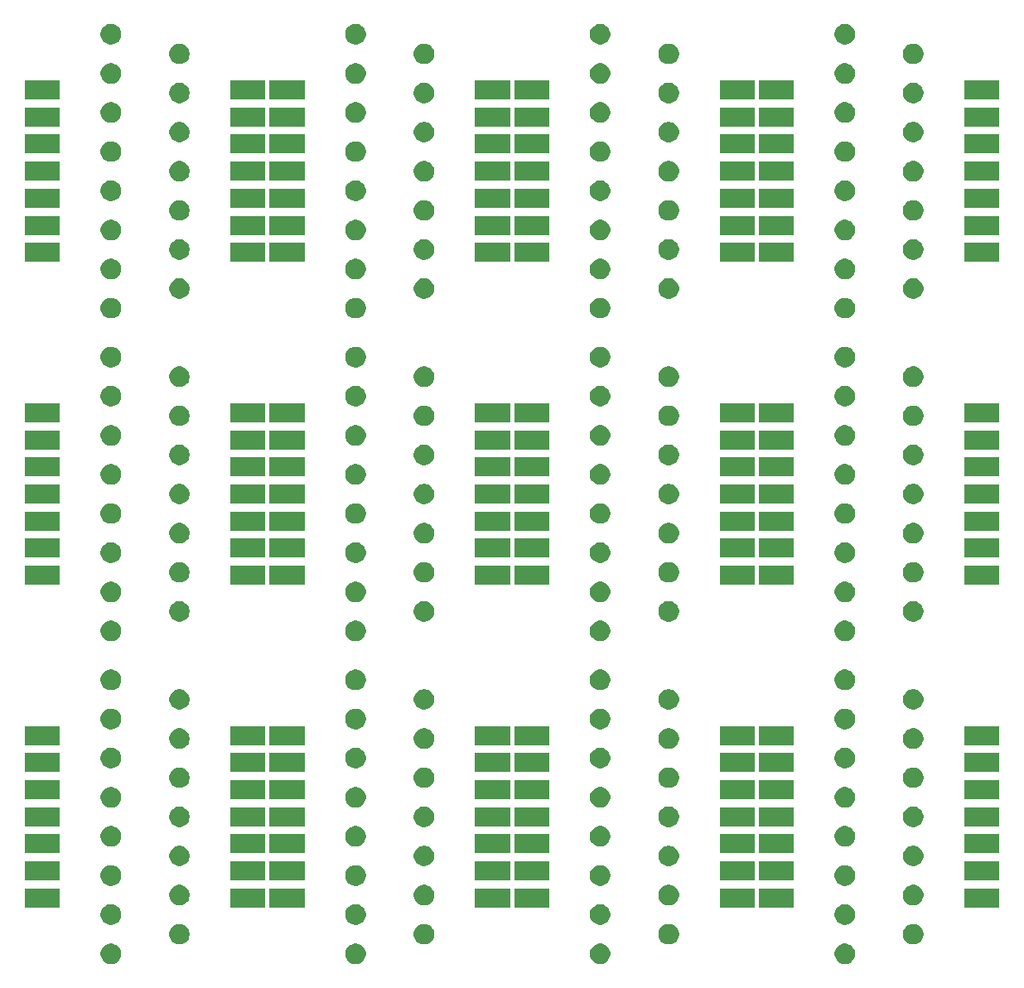
<source format=gbs>
G04 #@! TF.GenerationSoftware,KiCad,Pcbnew,(5.1.5)-3*
G04 #@! TF.CreationDate,2021-03-23T18:23:01+09:00*
G04 #@! TF.ProjectId,DSub15TestPoint(3x4),44537562-3135-4546-9573-74506f696e74,rev?*
G04 #@! TF.SameCoordinates,Original*
G04 #@! TF.FileFunction,Soldermask,Bot*
G04 #@! TF.FilePolarity,Negative*
%FSLAX46Y46*%
G04 Gerber Fmt 4.6, Leading zero omitted, Abs format (unit mm)*
G04 Created by KiCad (PCBNEW (5.1.5)-3) date 2021-03-23 18:23:01*
%MOMM*%
%LPD*%
G04 APERTURE LIST*
%ADD10C,0.100000*%
G04 APERTURE END LIST*
D10*
G36*
X114306564Y-125489389D02*
G01*
X114497833Y-125568615D01*
X114497835Y-125568616D01*
X114669973Y-125683635D01*
X114816365Y-125830027D01*
X114931385Y-126002167D01*
X115010611Y-126193436D01*
X115051000Y-126396484D01*
X115051000Y-126603516D01*
X115010611Y-126806564D01*
X114931385Y-126997833D01*
X114931384Y-126997835D01*
X114816365Y-127169973D01*
X114669973Y-127316365D01*
X114497835Y-127431384D01*
X114497834Y-127431385D01*
X114497833Y-127431385D01*
X114306564Y-127510611D01*
X114103516Y-127551000D01*
X113896484Y-127551000D01*
X113693436Y-127510611D01*
X113502167Y-127431385D01*
X113502166Y-127431385D01*
X113502165Y-127431384D01*
X113330027Y-127316365D01*
X113183635Y-127169973D01*
X113068616Y-126997835D01*
X113068615Y-126997833D01*
X112989389Y-126806564D01*
X112949000Y-126603516D01*
X112949000Y-126396484D01*
X112989389Y-126193436D01*
X113068615Y-126002167D01*
X113183635Y-125830027D01*
X113330027Y-125683635D01*
X113502165Y-125568616D01*
X113502167Y-125568615D01*
X113693436Y-125489389D01*
X113896484Y-125449000D01*
X114103516Y-125449000D01*
X114306564Y-125489389D01*
G37*
G36*
X39306564Y-125489389D02*
G01*
X39497833Y-125568615D01*
X39497835Y-125568616D01*
X39669973Y-125683635D01*
X39816365Y-125830027D01*
X39931385Y-126002167D01*
X40010611Y-126193436D01*
X40051000Y-126396484D01*
X40051000Y-126603516D01*
X40010611Y-126806564D01*
X39931385Y-126997833D01*
X39931384Y-126997835D01*
X39816365Y-127169973D01*
X39669973Y-127316365D01*
X39497835Y-127431384D01*
X39497834Y-127431385D01*
X39497833Y-127431385D01*
X39306564Y-127510611D01*
X39103516Y-127551000D01*
X38896484Y-127551000D01*
X38693436Y-127510611D01*
X38502167Y-127431385D01*
X38502166Y-127431385D01*
X38502165Y-127431384D01*
X38330027Y-127316365D01*
X38183635Y-127169973D01*
X38068616Y-126997835D01*
X38068615Y-126997833D01*
X37989389Y-126806564D01*
X37949000Y-126603516D01*
X37949000Y-126396484D01*
X37989389Y-126193436D01*
X38068615Y-126002167D01*
X38183635Y-125830027D01*
X38330027Y-125683635D01*
X38502165Y-125568616D01*
X38502167Y-125568615D01*
X38693436Y-125489389D01*
X38896484Y-125449000D01*
X39103516Y-125449000D01*
X39306564Y-125489389D01*
G37*
G36*
X64306564Y-125489389D02*
G01*
X64497833Y-125568615D01*
X64497835Y-125568616D01*
X64669973Y-125683635D01*
X64816365Y-125830027D01*
X64931385Y-126002167D01*
X65010611Y-126193436D01*
X65051000Y-126396484D01*
X65051000Y-126603516D01*
X65010611Y-126806564D01*
X64931385Y-126997833D01*
X64931384Y-126997835D01*
X64816365Y-127169973D01*
X64669973Y-127316365D01*
X64497835Y-127431384D01*
X64497834Y-127431385D01*
X64497833Y-127431385D01*
X64306564Y-127510611D01*
X64103516Y-127551000D01*
X63896484Y-127551000D01*
X63693436Y-127510611D01*
X63502167Y-127431385D01*
X63502166Y-127431385D01*
X63502165Y-127431384D01*
X63330027Y-127316365D01*
X63183635Y-127169973D01*
X63068616Y-126997835D01*
X63068615Y-126997833D01*
X62989389Y-126806564D01*
X62949000Y-126603516D01*
X62949000Y-126396484D01*
X62989389Y-126193436D01*
X63068615Y-126002167D01*
X63183635Y-125830027D01*
X63330027Y-125683635D01*
X63502165Y-125568616D01*
X63502167Y-125568615D01*
X63693436Y-125489389D01*
X63896484Y-125449000D01*
X64103516Y-125449000D01*
X64306564Y-125489389D01*
G37*
G36*
X89306564Y-125489389D02*
G01*
X89497833Y-125568615D01*
X89497835Y-125568616D01*
X89669973Y-125683635D01*
X89816365Y-125830027D01*
X89931385Y-126002167D01*
X90010611Y-126193436D01*
X90051000Y-126396484D01*
X90051000Y-126603516D01*
X90010611Y-126806564D01*
X89931385Y-126997833D01*
X89931384Y-126997835D01*
X89816365Y-127169973D01*
X89669973Y-127316365D01*
X89497835Y-127431384D01*
X89497834Y-127431385D01*
X89497833Y-127431385D01*
X89306564Y-127510611D01*
X89103516Y-127551000D01*
X88896484Y-127551000D01*
X88693436Y-127510611D01*
X88502167Y-127431385D01*
X88502166Y-127431385D01*
X88502165Y-127431384D01*
X88330027Y-127316365D01*
X88183635Y-127169973D01*
X88068616Y-126997835D01*
X88068615Y-126997833D01*
X87989389Y-126806564D01*
X87949000Y-126603516D01*
X87949000Y-126396484D01*
X87989389Y-126193436D01*
X88068615Y-126002167D01*
X88183635Y-125830027D01*
X88330027Y-125683635D01*
X88502165Y-125568616D01*
X88502167Y-125568615D01*
X88693436Y-125489389D01*
X88896484Y-125449000D01*
X89103516Y-125449000D01*
X89306564Y-125489389D01*
G37*
G36*
X46306564Y-123489389D02*
G01*
X46497833Y-123568615D01*
X46497835Y-123568616D01*
X46669973Y-123683635D01*
X46816365Y-123830027D01*
X46931385Y-124002167D01*
X47010611Y-124193436D01*
X47051000Y-124396484D01*
X47051000Y-124603516D01*
X47010611Y-124806564D01*
X46931385Y-124997833D01*
X46931384Y-124997835D01*
X46816365Y-125169973D01*
X46669973Y-125316365D01*
X46497835Y-125431384D01*
X46497834Y-125431385D01*
X46497833Y-125431385D01*
X46306564Y-125510611D01*
X46103516Y-125551000D01*
X45896484Y-125551000D01*
X45693436Y-125510611D01*
X45502167Y-125431385D01*
X45502166Y-125431385D01*
X45502165Y-125431384D01*
X45330027Y-125316365D01*
X45183635Y-125169973D01*
X45068616Y-124997835D01*
X45068615Y-124997833D01*
X44989389Y-124806564D01*
X44949000Y-124603516D01*
X44949000Y-124396484D01*
X44989389Y-124193436D01*
X45068615Y-124002167D01*
X45183635Y-123830027D01*
X45330027Y-123683635D01*
X45502165Y-123568616D01*
X45502167Y-123568615D01*
X45693436Y-123489389D01*
X45896484Y-123449000D01*
X46103516Y-123449000D01*
X46306564Y-123489389D01*
G37*
G36*
X96306564Y-123489389D02*
G01*
X96497833Y-123568615D01*
X96497835Y-123568616D01*
X96669973Y-123683635D01*
X96816365Y-123830027D01*
X96931385Y-124002167D01*
X97010611Y-124193436D01*
X97051000Y-124396484D01*
X97051000Y-124603516D01*
X97010611Y-124806564D01*
X96931385Y-124997833D01*
X96931384Y-124997835D01*
X96816365Y-125169973D01*
X96669973Y-125316365D01*
X96497835Y-125431384D01*
X96497834Y-125431385D01*
X96497833Y-125431385D01*
X96306564Y-125510611D01*
X96103516Y-125551000D01*
X95896484Y-125551000D01*
X95693436Y-125510611D01*
X95502167Y-125431385D01*
X95502166Y-125431385D01*
X95502165Y-125431384D01*
X95330027Y-125316365D01*
X95183635Y-125169973D01*
X95068616Y-124997835D01*
X95068615Y-124997833D01*
X94989389Y-124806564D01*
X94949000Y-124603516D01*
X94949000Y-124396484D01*
X94989389Y-124193436D01*
X95068615Y-124002167D01*
X95183635Y-123830027D01*
X95330027Y-123683635D01*
X95502165Y-123568616D01*
X95502167Y-123568615D01*
X95693436Y-123489389D01*
X95896484Y-123449000D01*
X96103516Y-123449000D01*
X96306564Y-123489389D01*
G37*
G36*
X121306564Y-123489389D02*
G01*
X121497833Y-123568615D01*
X121497835Y-123568616D01*
X121669973Y-123683635D01*
X121816365Y-123830027D01*
X121931385Y-124002167D01*
X122010611Y-124193436D01*
X122051000Y-124396484D01*
X122051000Y-124603516D01*
X122010611Y-124806564D01*
X121931385Y-124997833D01*
X121931384Y-124997835D01*
X121816365Y-125169973D01*
X121669973Y-125316365D01*
X121497835Y-125431384D01*
X121497834Y-125431385D01*
X121497833Y-125431385D01*
X121306564Y-125510611D01*
X121103516Y-125551000D01*
X120896484Y-125551000D01*
X120693436Y-125510611D01*
X120502167Y-125431385D01*
X120502166Y-125431385D01*
X120502165Y-125431384D01*
X120330027Y-125316365D01*
X120183635Y-125169973D01*
X120068616Y-124997835D01*
X120068615Y-124997833D01*
X119989389Y-124806564D01*
X119949000Y-124603516D01*
X119949000Y-124396484D01*
X119989389Y-124193436D01*
X120068615Y-124002167D01*
X120183635Y-123830027D01*
X120330027Y-123683635D01*
X120502165Y-123568616D01*
X120502167Y-123568615D01*
X120693436Y-123489389D01*
X120896484Y-123449000D01*
X121103516Y-123449000D01*
X121306564Y-123489389D01*
G37*
G36*
X71306564Y-123489389D02*
G01*
X71497833Y-123568615D01*
X71497835Y-123568616D01*
X71669973Y-123683635D01*
X71816365Y-123830027D01*
X71931385Y-124002167D01*
X72010611Y-124193436D01*
X72051000Y-124396484D01*
X72051000Y-124603516D01*
X72010611Y-124806564D01*
X71931385Y-124997833D01*
X71931384Y-124997835D01*
X71816365Y-125169973D01*
X71669973Y-125316365D01*
X71497835Y-125431384D01*
X71497834Y-125431385D01*
X71497833Y-125431385D01*
X71306564Y-125510611D01*
X71103516Y-125551000D01*
X70896484Y-125551000D01*
X70693436Y-125510611D01*
X70502167Y-125431385D01*
X70502166Y-125431385D01*
X70502165Y-125431384D01*
X70330027Y-125316365D01*
X70183635Y-125169973D01*
X70068616Y-124997835D01*
X70068615Y-124997833D01*
X69989389Y-124806564D01*
X69949000Y-124603516D01*
X69949000Y-124396484D01*
X69989389Y-124193436D01*
X70068615Y-124002167D01*
X70183635Y-123830027D01*
X70330027Y-123683635D01*
X70502165Y-123568616D01*
X70502167Y-123568615D01*
X70693436Y-123489389D01*
X70896484Y-123449000D01*
X71103516Y-123449000D01*
X71306564Y-123489389D01*
G37*
G36*
X114306564Y-121489389D02*
G01*
X114497833Y-121568615D01*
X114497835Y-121568616D01*
X114669973Y-121683635D01*
X114816365Y-121830027D01*
X114931385Y-122002167D01*
X115010611Y-122193436D01*
X115051000Y-122396484D01*
X115051000Y-122603516D01*
X115010611Y-122806564D01*
X114931385Y-122997833D01*
X114931384Y-122997835D01*
X114816365Y-123169973D01*
X114669973Y-123316365D01*
X114497835Y-123431384D01*
X114497834Y-123431385D01*
X114497833Y-123431385D01*
X114306564Y-123510611D01*
X114103516Y-123551000D01*
X113896484Y-123551000D01*
X113693436Y-123510611D01*
X113502167Y-123431385D01*
X113502166Y-123431385D01*
X113502165Y-123431384D01*
X113330027Y-123316365D01*
X113183635Y-123169973D01*
X113068616Y-122997835D01*
X113068615Y-122997833D01*
X112989389Y-122806564D01*
X112949000Y-122603516D01*
X112949000Y-122396484D01*
X112989389Y-122193436D01*
X113068615Y-122002167D01*
X113183635Y-121830027D01*
X113330027Y-121683635D01*
X113502165Y-121568616D01*
X113502167Y-121568615D01*
X113693436Y-121489389D01*
X113896484Y-121449000D01*
X114103516Y-121449000D01*
X114306564Y-121489389D01*
G37*
G36*
X89306564Y-121489389D02*
G01*
X89497833Y-121568615D01*
X89497835Y-121568616D01*
X89669973Y-121683635D01*
X89816365Y-121830027D01*
X89931385Y-122002167D01*
X90010611Y-122193436D01*
X90051000Y-122396484D01*
X90051000Y-122603516D01*
X90010611Y-122806564D01*
X89931385Y-122997833D01*
X89931384Y-122997835D01*
X89816365Y-123169973D01*
X89669973Y-123316365D01*
X89497835Y-123431384D01*
X89497834Y-123431385D01*
X89497833Y-123431385D01*
X89306564Y-123510611D01*
X89103516Y-123551000D01*
X88896484Y-123551000D01*
X88693436Y-123510611D01*
X88502167Y-123431385D01*
X88502166Y-123431385D01*
X88502165Y-123431384D01*
X88330027Y-123316365D01*
X88183635Y-123169973D01*
X88068616Y-122997835D01*
X88068615Y-122997833D01*
X87989389Y-122806564D01*
X87949000Y-122603516D01*
X87949000Y-122396484D01*
X87989389Y-122193436D01*
X88068615Y-122002167D01*
X88183635Y-121830027D01*
X88330027Y-121683635D01*
X88502165Y-121568616D01*
X88502167Y-121568615D01*
X88693436Y-121489389D01*
X88896484Y-121449000D01*
X89103516Y-121449000D01*
X89306564Y-121489389D01*
G37*
G36*
X64306564Y-121489389D02*
G01*
X64497833Y-121568615D01*
X64497835Y-121568616D01*
X64669973Y-121683635D01*
X64816365Y-121830027D01*
X64931385Y-122002167D01*
X65010611Y-122193436D01*
X65051000Y-122396484D01*
X65051000Y-122603516D01*
X65010611Y-122806564D01*
X64931385Y-122997833D01*
X64931384Y-122997835D01*
X64816365Y-123169973D01*
X64669973Y-123316365D01*
X64497835Y-123431384D01*
X64497834Y-123431385D01*
X64497833Y-123431385D01*
X64306564Y-123510611D01*
X64103516Y-123551000D01*
X63896484Y-123551000D01*
X63693436Y-123510611D01*
X63502167Y-123431385D01*
X63502166Y-123431385D01*
X63502165Y-123431384D01*
X63330027Y-123316365D01*
X63183635Y-123169973D01*
X63068616Y-122997835D01*
X63068615Y-122997833D01*
X62989389Y-122806564D01*
X62949000Y-122603516D01*
X62949000Y-122396484D01*
X62989389Y-122193436D01*
X63068615Y-122002167D01*
X63183635Y-121830027D01*
X63330027Y-121683635D01*
X63502165Y-121568616D01*
X63502167Y-121568615D01*
X63693436Y-121489389D01*
X63896484Y-121449000D01*
X64103516Y-121449000D01*
X64306564Y-121489389D01*
G37*
G36*
X39306564Y-121489389D02*
G01*
X39497833Y-121568615D01*
X39497835Y-121568616D01*
X39669973Y-121683635D01*
X39816365Y-121830027D01*
X39931385Y-122002167D01*
X40010611Y-122193436D01*
X40051000Y-122396484D01*
X40051000Y-122603516D01*
X40010611Y-122806564D01*
X39931385Y-122997833D01*
X39931384Y-122997835D01*
X39816365Y-123169973D01*
X39669973Y-123316365D01*
X39497835Y-123431384D01*
X39497834Y-123431385D01*
X39497833Y-123431385D01*
X39306564Y-123510611D01*
X39103516Y-123551000D01*
X38896484Y-123551000D01*
X38693436Y-123510611D01*
X38502167Y-123431385D01*
X38502166Y-123431385D01*
X38502165Y-123431384D01*
X38330027Y-123316365D01*
X38183635Y-123169973D01*
X38068616Y-122997835D01*
X38068615Y-122997833D01*
X37989389Y-122806564D01*
X37949000Y-122603516D01*
X37949000Y-122396484D01*
X37989389Y-122193436D01*
X38068615Y-122002167D01*
X38183635Y-121830027D01*
X38330027Y-121683635D01*
X38502165Y-121568616D01*
X38502167Y-121568615D01*
X38693436Y-121489389D01*
X38896484Y-121449000D01*
X39103516Y-121449000D01*
X39306564Y-121489389D01*
G37*
G36*
X104791000Y-121784333D02*
G01*
X101209000Y-121784333D01*
X101209000Y-119835667D01*
X104791000Y-119835667D01*
X104791000Y-121784333D01*
G37*
G36*
X83791000Y-121784333D02*
G01*
X80209000Y-121784333D01*
X80209000Y-119835667D01*
X83791000Y-119835667D01*
X83791000Y-121784333D01*
G37*
G36*
X108791000Y-121784333D02*
G01*
X105209000Y-121784333D01*
X105209000Y-119835667D01*
X108791000Y-119835667D01*
X108791000Y-121784333D01*
G37*
G36*
X58791000Y-121784333D02*
G01*
X55209000Y-121784333D01*
X55209000Y-119835667D01*
X58791000Y-119835667D01*
X58791000Y-121784333D01*
G37*
G36*
X129791000Y-121784333D02*
G01*
X126209000Y-121784333D01*
X126209000Y-119835667D01*
X129791000Y-119835667D01*
X129791000Y-121784333D01*
G37*
G36*
X33791000Y-121784333D02*
G01*
X30209000Y-121784333D01*
X30209000Y-119835667D01*
X33791000Y-119835667D01*
X33791000Y-121784333D01*
G37*
G36*
X54791000Y-121784333D02*
G01*
X51209000Y-121784333D01*
X51209000Y-119835667D01*
X54791000Y-119835667D01*
X54791000Y-121784333D01*
G37*
G36*
X79791000Y-121784333D02*
G01*
X76209000Y-121784333D01*
X76209000Y-119835667D01*
X79791000Y-119835667D01*
X79791000Y-121784333D01*
G37*
G36*
X71306564Y-119489389D02*
G01*
X71497833Y-119568615D01*
X71497835Y-119568616D01*
X71669973Y-119683635D01*
X71816365Y-119830027D01*
X71931385Y-120002167D01*
X72010611Y-120193436D01*
X72051000Y-120396484D01*
X72051000Y-120603516D01*
X72010611Y-120806564D01*
X71931385Y-120997833D01*
X71931384Y-120997835D01*
X71816365Y-121169973D01*
X71669973Y-121316365D01*
X71497835Y-121431384D01*
X71497834Y-121431385D01*
X71497833Y-121431385D01*
X71306564Y-121510611D01*
X71103516Y-121551000D01*
X70896484Y-121551000D01*
X70693436Y-121510611D01*
X70502167Y-121431385D01*
X70502166Y-121431385D01*
X70502165Y-121431384D01*
X70330027Y-121316365D01*
X70183635Y-121169973D01*
X70068616Y-120997835D01*
X70068615Y-120997833D01*
X69989389Y-120806564D01*
X69949000Y-120603516D01*
X69949000Y-120396484D01*
X69989389Y-120193436D01*
X70068615Y-120002167D01*
X70183635Y-119830027D01*
X70330027Y-119683635D01*
X70502165Y-119568616D01*
X70502167Y-119568615D01*
X70693436Y-119489389D01*
X70896484Y-119449000D01*
X71103516Y-119449000D01*
X71306564Y-119489389D01*
G37*
G36*
X46306564Y-119489389D02*
G01*
X46497833Y-119568615D01*
X46497835Y-119568616D01*
X46669973Y-119683635D01*
X46816365Y-119830027D01*
X46931385Y-120002167D01*
X47010611Y-120193436D01*
X47051000Y-120396484D01*
X47051000Y-120603516D01*
X47010611Y-120806564D01*
X46931385Y-120997833D01*
X46931384Y-120997835D01*
X46816365Y-121169973D01*
X46669973Y-121316365D01*
X46497835Y-121431384D01*
X46497834Y-121431385D01*
X46497833Y-121431385D01*
X46306564Y-121510611D01*
X46103516Y-121551000D01*
X45896484Y-121551000D01*
X45693436Y-121510611D01*
X45502167Y-121431385D01*
X45502166Y-121431385D01*
X45502165Y-121431384D01*
X45330027Y-121316365D01*
X45183635Y-121169973D01*
X45068616Y-120997835D01*
X45068615Y-120997833D01*
X44989389Y-120806564D01*
X44949000Y-120603516D01*
X44949000Y-120396484D01*
X44989389Y-120193436D01*
X45068615Y-120002167D01*
X45183635Y-119830027D01*
X45330027Y-119683635D01*
X45502165Y-119568616D01*
X45502167Y-119568615D01*
X45693436Y-119489389D01*
X45896484Y-119449000D01*
X46103516Y-119449000D01*
X46306564Y-119489389D01*
G37*
G36*
X96306564Y-119489389D02*
G01*
X96497833Y-119568615D01*
X96497835Y-119568616D01*
X96669973Y-119683635D01*
X96816365Y-119830027D01*
X96931385Y-120002167D01*
X97010611Y-120193436D01*
X97051000Y-120396484D01*
X97051000Y-120603516D01*
X97010611Y-120806564D01*
X96931385Y-120997833D01*
X96931384Y-120997835D01*
X96816365Y-121169973D01*
X96669973Y-121316365D01*
X96497835Y-121431384D01*
X96497834Y-121431385D01*
X96497833Y-121431385D01*
X96306564Y-121510611D01*
X96103516Y-121551000D01*
X95896484Y-121551000D01*
X95693436Y-121510611D01*
X95502167Y-121431385D01*
X95502166Y-121431385D01*
X95502165Y-121431384D01*
X95330027Y-121316365D01*
X95183635Y-121169973D01*
X95068616Y-120997835D01*
X95068615Y-120997833D01*
X94989389Y-120806564D01*
X94949000Y-120603516D01*
X94949000Y-120396484D01*
X94989389Y-120193436D01*
X95068615Y-120002167D01*
X95183635Y-119830027D01*
X95330027Y-119683635D01*
X95502165Y-119568616D01*
X95502167Y-119568615D01*
X95693436Y-119489389D01*
X95896484Y-119449000D01*
X96103516Y-119449000D01*
X96306564Y-119489389D01*
G37*
G36*
X121306564Y-119489389D02*
G01*
X121497833Y-119568615D01*
X121497835Y-119568616D01*
X121669973Y-119683635D01*
X121816365Y-119830027D01*
X121931385Y-120002167D01*
X122010611Y-120193436D01*
X122051000Y-120396484D01*
X122051000Y-120603516D01*
X122010611Y-120806564D01*
X121931385Y-120997833D01*
X121931384Y-120997835D01*
X121816365Y-121169973D01*
X121669973Y-121316365D01*
X121497835Y-121431384D01*
X121497834Y-121431385D01*
X121497833Y-121431385D01*
X121306564Y-121510611D01*
X121103516Y-121551000D01*
X120896484Y-121551000D01*
X120693436Y-121510611D01*
X120502167Y-121431385D01*
X120502166Y-121431385D01*
X120502165Y-121431384D01*
X120330027Y-121316365D01*
X120183635Y-121169973D01*
X120068616Y-120997835D01*
X120068615Y-120997833D01*
X119989389Y-120806564D01*
X119949000Y-120603516D01*
X119949000Y-120396484D01*
X119989389Y-120193436D01*
X120068615Y-120002167D01*
X120183635Y-119830027D01*
X120330027Y-119683635D01*
X120502165Y-119568616D01*
X120502167Y-119568615D01*
X120693436Y-119489389D01*
X120896484Y-119449000D01*
X121103516Y-119449000D01*
X121306564Y-119489389D01*
G37*
G36*
X89306564Y-117489389D02*
G01*
X89497833Y-117568615D01*
X89497835Y-117568616D01*
X89669973Y-117683635D01*
X89816365Y-117830027D01*
X89931385Y-118002167D01*
X90010611Y-118193436D01*
X90051000Y-118396484D01*
X90051000Y-118603516D01*
X90010611Y-118806564D01*
X89931385Y-118997833D01*
X89931384Y-118997835D01*
X89816365Y-119169973D01*
X89669973Y-119316365D01*
X89497835Y-119431384D01*
X89497834Y-119431385D01*
X89497833Y-119431385D01*
X89306564Y-119510611D01*
X89103516Y-119551000D01*
X88896484Y-119551000D01*
X88693436Y-119510611D01*
X88502167Y-119431385D01*
X88502166Y-119431385D01*
X88502165Y-119431384D01*
X88330027Y-119316365D01*
X88183635Y-119169973D01*
X88068616Y-118997835D01*
X88068615Y-118997833D01*
X87989389Y-118806564D01*
X87949000Y-118603516D01*
X87949000Y-118396484D01*
X87989389Y-118193436D01*
X88068615Y-118002167D01*
X88183635Y-117830027D01*
X88330027Y-117683635D01*
X88502165Y-117568616D01*
X88502167Y-117568615D01*
X88693436Y-117489389D01*
X88896484Y-117449000D01*
X89103516Y-117449000D01*
X89306564Y-117489389D01*
G37*
G36*
X114306564Y-117489389D02*
G01*
X114497833Y-117568615D01*
X114497835Y-117568616D01*
X114669973Y-117683635D01*
X114816365Y-117830027D01*
X114931385Y-118002167D01*
X115010611Y-118193436D01*
X115051000Y-118396484D01*
X115051000Y-118603516D01*
X115010611Y-118806564D01*
X114931385Y-118997833D01*
X114931384Y-118997835D01*
X114816365Y-119169973D01*
X114669973Y-119316365D01*
X114497835Y-119431384D01*
X114497834Y-119431385D01*
X114497833Y-119431385D01*
X114306564Y-119510611D01*
X114103516Y-119551000D01*
X113896484Y-119551000D01*
X113693436Y-119510611D01*
X113502167Y-119431385D01*
X113502166Y-119431385D01*
X113502165Y-119431384D01*
X113330027Y-119316365D01*
X113183635Y-119169973D01*
X113068616Y-118997835D01*
X113068615Y-118997833D01*
X112989389Y-118806564D01*
X112949000Y-118603516D01*
X112949000Y-118396484D01*
X112989389Y-118193436D01*
X113068615Y-118002167D01*
X113183635Y-117830027D01*
X113330027Y-117683635D01*
X113502165Y-117568616D01*
X113502167Y-117568615D01*
X113693436Y-117489389D01*
X113896484Y-117449000D01*
X114103516Y-117449000D01*
X114306564Y-117489389D01*
G37*
G36*
X64306564Y-117489389D02*
G01*
X64497833Y-117568615D01*
X64497835Y-117568616D01*
X64669973Y-117683635D01*
X64816365Y-117830027D01*
X64931385Y-118002167D01*
X65010611Y-118193436D01*
X65051000Y-118396484D01*
X65051000Y-118603516D01*
X65010611Y-118806564D01*
X64931385Y-118997833D01*
X64931384Y-118997835D01*
X64816365Y-119169973D01*
X64669973Y-119316365D01*
X64497835Y-119431384D01*
X64497834Y-119431385D01*
X64497833Y-119431385D01*
X64306564Y-119510611D01*
X64103516Y-119551000D01*
X63896484Y-119551000D01*
X63693436Y-119510611D01*
X63502167Y-119431385D01*
X63502166Y-119431385D01*
X63502165Y-119431384D01*
X63330027Y-119316365D01*
X63183635Y-119169973D01*
X63068616Y-118997835D01*
X63068615Y-118997833D01*
X62989389Y-118806564D01*
X62949000Y-118603516D01*
X62949000Y-118396484D01*
X62989389Y-118193436D01*
X63068615Y-118002167D01*
X63183635Y-117830027D01*
X63330027Y-117683635D01*
X63502165Y-117568616D01*
X63502167Y-117568615D01*
X63693436Y-117489389D01*
X63896484Y-117449000D01*
X64103516Y-117449000D01*
X64306564Y-117489389D01*
G37*
G36*
X39306564Y-117489389D02*
G01*
X39497833Y-117568615D01*
X39497835Y-117568616D01*
X39669973Y-117683635D01*
X39816365Y-117830027D01*
X39931385Y-118002167D01*
X40010611Y-118193436D01*
X40051000Y-118396484D01*
X40051000Y-118603516D01*
X40010611Y-118806564D01*
X39931385Y-118997833D01*
X39931384Y-118997835D01*
X39816365Y-119169973D01*
X39669973Y-119316365D01*
X39497835Y-119431384D01*
X39497834Y-119431385D01*
X39497833Y-119431385D01*
X39306564Y-119510611D01*
X39103516Y-119551000D01*
X38896484Y-119551000D01*
X38693436Y-119510611D01*
X38502167Y-119431385D01*
X38502166Y-119431385D01*
X38502165Y-119431384D01*
X38330027Y-119316365D01*
X38183635Y-119169973D01*
X38068616Y-118997835D01*
X38068615Y-118997833D01*
X37989389Y-118806564D01*
X37949000Y-118603516D01*
X37949000Y-118396484D01*
X37989389Y-118193436D01*
X38068615Y-118002167D01*
X38183635Y-117830027D01*
X38330027Y-117683635D01*
X38502165Y-117568616D01*
X38502167Y-117568615D01*
X38693436Y-117489389D01*
X38896484Y-117449000D01*
X39103516Y-117449000D01*
X39306564Y-117489389D01*
G37*
G36*
X54791000Y-119014333D02*
G01*
X51209000Y-119014333D01*
X51209000Y-117065667D01*
X54791000Y-117065667D01*
X54791000Y-119014333D01*
G37*
G36*
X79791000Y-119014333D02*
G01*
X76209000Y-119014333D01*
X76209000Y-117065667D01*
X79791000Y-117065667D01*
X79791000Y-119014333D01*
G37*
G36*
X58791000Y-119014333D02*
G01*
X55209000Y-119014333D01*
X55209000Y-117065667D01*
X58791000Y-117065667D01*
X58791000Y-119014333D01*
G37*
G36*
X33791000Y-119014333D02*
G01*
X30209000Y-119014333D01*
X30209000Y-117065667D01*
X33791000Y-117065667D01*
X33791000Y-119014333D01*
G37*
G36*
X83791000Y-119014333D02*
G01*
X80209000Y-119014333D01*
X80209000Y-117065667D01*
X83791000Y-117065667D01*
X83791000Y-119014333D01*
G37*
G36*
X108791000Y-119014333D02*
G01*
X105209000Y-119014333D01*
X105209000Y-117065667D01*
X108791000Y-117065667D01*
X108791000Y-119014333D01*
G37*
G36*
X129791000Y-119014333D02*
G01*
X126209000Y-119014333D01*
X126209000Y-117065667D01*
X129791000Y-117065667D01*
X129791000Y-119014333D01*
G37*
G36*
X104791000Y-119014333D02*
G01*
X101209000Y-119014333D01*
X101209000Y-117065667D01*
X104791000Y-117065667D01*
X104791000Y-119014333D01*
G37*
G36*
X121306564Y-115489389D02*
G01*
X121497833Y-115568615D01*
X121497835Y-115568616D01*
X121669973Y-115683635D01*
X121816365Y-115830027D01*
X121931385Y-116002167D01*
X122010611Y-116193436D01*
X122051000Y-116396484D01*
X122051000Y-116603516D01*
X122010611Y-116806564D01*
X121931385Y-116997833D01*
X121931384Y-116997835D01*
X121816365Y-117169973D01*
X121669973Y-117316365D01*
X121497835Y-117431384D01*
X121497834Y-117431385D01*
X121497833Y-117431385D01*
X121306564Y-117510611D01*
X121103516Y-117551000D01*
X120896484Y-117551000D01*
X120693436Y-117510611D01*
X120502167Y-117431385D01*
X120502166Y-117431385D01*
X120502165Y-117431384D01*
X120330027Y-117316365D01*
X120183635Y-117169973D01*
X120068616Y-116997835D01*
X120068615Y-116997833D01*
X119989389Y-116806564D01*
X119949000Y-116603516D01*
X119949000Y-116396484D01*
X119989389Y-116193436D01*
X120068615Y-116002167D01*
X120183635Y-115830027D01*
X120330027Y-115683635D01*
X120502165Y-115568616D01*
X120502167Y-115568615D01*
X120693436Y-115489389D01*
X120896484Y-115449000D01*
X121103516Y-115449000D01*
X121306564Y-115489389D01*
G37*
G36*
X46306564Y-115489389D02*
G01*
X46497833Y-115568615D01*
X46497835Y-115568616D01*
X46669973Y-115683635D01*
X46816365Y-115830027D01*
X46931385Y-116002167D01*
X47010611Y-116193436D01*
X47051000Y-116396484D01*
X47051000Y-116603516D01*
X47010611Y-116806564D01*
X46931385Y-116997833D01*
X46931384Y-116997835D01*
X46816365Y-117169973D01*
X46669973Y-117316365D01*
X46497835Y-117431384D01*
X46497834Y-117431385D01*
X46497833Y-117431385D01*
X46306564Y-117510611D01*
X46103516Y-117551000D01*
X45896484Y-117551000D01*
X45693436Y-117510611D01*
X45502167Y-117431385D01*
X45502166Y-117431385D01*
X45502165Y-117431384D01*
X45330027Y-117316365D01*
X45183635Y-117169973D01*
X45068616Y-116997835D01*
X45068615Y-116997833D01*
X44989389Y-116806564D01*
X44949000Y-116603516D01*
X44949000Y-116396484D01*
X44989389Y-116193436D01*
X45068615Y-116002167D01*
X45183635Y-115830027D01*
X45330027Y-115683635D01*
X45502165Y-115568616D01*
X45502167Y-115568615D01*
X45693436Y-115489389D01*
X45896484Y-115449000D01*
X46103516Y-115449000D01*
X46306564Y-115489389D01*
G37*
G36*
X71306564Y-115489389D02*
G01*
X71497833Y-115568615D01*
X71497835Y-115568616D01*
X71669973Y-115683635D01*
X71816365Y-115830027D01*
X71931385Y-116002167D01*
X72010611Y-116193436D01*
X72051000Y-116396484D01*
X72051000Y-116603516D01*
X72010611Y-116806564D01*
X71931385Y-116997833D01*
X71931384Y-116997835D01*
X71816365Y-117169973D01*
X71669973Y-117316365D01*
X71497835Y-117431384D01*
X71497834Y-117431385D01*
X71497833Y-117431385D01*
X71306564Y-117510611D01*
X71103516Y-117551000D01*
X70896484Y-117551000D01*
X70693436Y-117510611D01*
X70502167Y-117431385D01*
X70502166Y-117431385D01*
X70502165Y-117431384D01*
X70330027Y-117316365D01*
X70183635Y-117169973D01*
X70068616Y-116997835D01*
X70068615Y-116997833D01*
X69989389Y-116806564D01*
X69949000Y-116603516D01*
X69949000Y-116396484D01*
X69989389Y-116193436D01*
X70068615Y-116002167D01*
X70183635Y-115830027D01*
X70330027Y-115683635D01*
X70502165Y-115568616D01*
X70502167Y-115568615D01*
X70693436Y-115489389D01*
X70896484Y-115449000D01*
X71103516Y-115449000D01*
X71306564Y-115489389D01*
G37*
G36*
X96306564Y-115489389D02*
G01*
X96497833Y-115568615D01*
X96497835Y-115568616D01*
X96669973Y-115683635D01*
X96816365Y-115830027D01*
X96931385Y-116002167D01*
X97010611Y-116193436D01*
X97051000Y-116396484D01*
X97051000Y-116603516D01*
X97010611Y-116806564D01*
X96931385Y-116997833D01*
X96931384Y-116997835D01*
X96816365Y-117169973D01*
X96669973Y-117316365D01*
X96497835Y-117431384D01*
X96497834Y-117431385D01*
X96497833Y-117431385D01*
X96306564Y-117510611D01*
X96103516Y-117551000D01*
X95896484Y-117551000D01*
X95693436Y-117510611D01*
X95502167Y-117431385D01*
X95502166Y-117431385D01*
X95502165Y-117431384D01*
X95330027Y-117316365D01*
X95183635Y-117169973D01*
X95068616Y-116997835D01*
X95068615Y-116997833D01*
X94989389Y-116806564D01*
X94949000Y-116603516D01*
X94949000Y-116396484D01*
X94989389Y-116193436D01*
X95068615Y-116002167D01*
X95183635Y-115830027D01*
X95330027Y-115683635D01*
X95502165Y-115568616D01*
X95502167Y-115568615D01*
X95693436Y-115489389D01*
X95896484Y-115449000D01*
X96103516Y-115449000D01*
X96306564Y-115489389D01*
G37*
G36*
X83791000Y-116244333D02*
G01*
X80209000Y-116244333D01*
X80209000Y-114295667D01*
X83791000Y-114295667D01*
X83791000Y-116244333D01*
G37*
G36*
X129791000Y-116244333D02*
G01*
X126209000Y-116244333D01*
X126209000Y-114295667D01*
X129791000Y-114295667D01*
X129791000Y-116244333D01*
G37*
G36*
X108791000Y-116244333D02*
G01*
X105209000Y-116244333D01*
X105209000Y-114295667D01*
X108791000Y-114295667D01*
X108791000Y-116244333D01*
G37*
G36*
X104791000Y-116244333D02*
G01*
X101209000Y-116244333D01*
X101209000Y-114295667D01*
X104791000Y-114295667D01*
X104791000Y-116244333D01*
G37*
G36*
X58791000Y-116244333D02*
G01*
X55209000Y-116244333D01*
X55209000Y-114295667D01*
X58791000Y-114295667D01*
X58791000Y-116244333D01*
G37*
G36*
X33791000Y-116244333D02*
G01*
X30209000Y-116244333D01*
X30209000Y-114295667D01*
X33791000Y-114295667D01*
X33791000Y-116244333D01*
G37*
G36*
X54791000Y-116244333D02*
G01*
X51209000Y-116244333D01*
X51209000Y-114295667D01*
X54791000Y-114295667D01*
X54791000Y-116244333D01*
G37*
G36*
X79791000Y-116244333D02*
G01*
X76209000Y-116244333D01*
X76209000Y-114295667D01*
X79791000Y-114295667D01*
X79791000Y-116244333D01*
G37*
G36*
X39306564Y-113489389D02*
G01*
X39497833Y-113568615D01*
X39497835Y-113568616D01*
X39669973Y-113683635D01*
X39816365Y-113830027D01*
X39931385Y-114002167D01*
X40010611Y-114193436D01*
X40051000Y-114396484D01*
X40051000Y-114603516D01*
X40010611Y-114806564D01*
X39931385Y-114997833D01*
X39931384Y-114997835D01*
X39816365Y-115169973D01*
X39669973Y-115316365D01*
X39497835Y-115431384D01*
X39497834Y-115431385D01*
X39497833Y-115431385D01*
X39306564Y-115510611D01*
X39103516Y-115551000D01*
X38896484Y-115551000D01*
X38693436Y-115510611D01*
X38502167Y-115431385D01*
X38502166Y-115431385D01*
X38502165Y-115431384D01*
X38330027Y-115316365D01*
X38183635Y-115169973D01*
X38068616Y-114997835D01*
X38068615Y-114997833D01*
X37989389Y-114806564D01*
X37949000Y-114603516D01*
X37949000Y-114396484D01*
X37989389Y-114193436D01*
X38068615Y-114002167D01*
X38183635Y-113830027D01*
X38330027Y-113683635D01*
X38502165Y-113568616D01*
X38502167Y-113568615D01*
X38693436Y-113489389D01*
X38896484Y-113449000D01*
X39103516Y-113449000D01*
X39306564Y-113489389D01*
G37*
G36*
X89306564Y-113489389D02*
G01*
X89497833Y-113568615D01*
X89497835Y-113568616D01*
X89669973Y-113683635D01*
X89816365Y-113830027D01*
X89931385Y-114002167D01*
X90010611Y-114193436D01*
X90051000Y-114396484D01*
X90051000Y-114603516D01*
X90010611Y-114806564D01*
X89931385Y-114997833D01*
X89931384Y-114997835D01*
X89816365Y-115169973D01*
X89669973Y-115316365D01*
X89497835Y-115431384D01*
X89497834Y-115431385D01*
X89497833Y-115431385D01*
X89306564Y-115510611D01*
X89103516Y-115551000D01*
X88896484Y-115551000D01*
X88693436Y-115510611D01*
X88502167Y-115431385D01*
X88502166Y-115431385D01*
X88502165Y-115431384D01*
X88330027Y-115316365D01*
X88183635Y-115169973D01*
X88068616Y-114997835D01*
X88068615Y-114997833D01*
X87989389Y-114806564D01*
X87949000Y-114603516D01*
X87949000Y-114396484D01*
X87989389Y-114193436D01*
X88068615Y-114002167D01*
X88183635Y-113830027D01*
X88330027Y-113683635D01*
X88502165Y-113568616D01*
X88502167Y-113568615D01*
X88693436Y-113489389D01*
X88896484Y-113449000D01*
X89103516Y-113449000D01*
X89306564Y-113489389D01*
G37*
G36*
X114306564Y-113489389D02*
G01*
X114497833Y-113568615D01*
X114497835Y-113568616D01*
X114669973Y-113683635D01*
X114816365Y-113830027D01*
X114931385Y-114002167D01*
X115010611Y-114193436D01*
X115051000Y-114396484D01*
X115051000Y-114603516D01*
X115010611Y-114806564D01*
X114931385Y-114997833D01*
X114931384Y-114997835D01*
X114816365Y-115169973D01*
X114669973Y-115316365D01*
X114497835Y-115431384D01*
X114497834Y-115431385D01*
X114497833Y-115431385D01*
X114306564Y-115510611D01*
X114103516Y-115551000D01*
X113896484Y-115551000D01*
X113693436Y-115510611D01*
X113502167Y-115431385D01*
X113502166Y-115431385D01*
X113502165Y-115431384D01*
X113330027Y-115316365D01*
X113183635Y-115169973D01*
X113068616Y-114997835D01*
X113068615Y-114997833D01*
X112989389Y-114806564D01*
X112949000Y-114603516D01*
X112949000Y-114396484D01*
X112989389Y-114193436D01*
X113068615Y-114002167D01*
X113183635Y-113830027D01*
X113330027Y-113683635D01*
X113502165Y-113568616D01*
X113502167Y-113568615D01*
X113693436Y-113489389D01*
X113896484Y-113449000D01*
X114103516Y-113449000D01*
X114306564Y-113489389D01*
G37*
G36*
X64306564Y-113489389D02*
G01*
X64497833Y-113568615D01*
X64497835Y-113568616D01*
X64669973Y-113683635D01*
X64816365Y-113830027D01*
X64931385Y-114002167D01*
X65010611Y-114193436D01*
X65051000Y-114396484D01*
X65051000Y-114603516D01*
X65010611Y-114806564D01*
X64931385Y-114997833D01*
X64931384Y-114997835D01*
X64816365Y-115169973D01*
X64669973Y-115316365D01*
X64497835Y-115431384D01*
X64497834Y-115431385D01*
X64497833Y-115431385D01*
X64306564Y-115510611D01*
X64103516Y-115551000D01*
X63896484Y-115551000D01*
X63693436Y-115510611D01*
X63502167Y-115431385D01*
X63502166Y-115431385D01*
X63502165Y-115431384D01*
X63330027Y-115316365D01*
X63183635Y-115169973D01*
X63068616Y-114997835D01*
X63068615Y-114997833D01*
X62989389Y-114806564D01*
X62949000Y-114603516D01*
X62949000Y-114396484D01*
X62989389Y-114193436D01*
X63068615Y-114002167D01*
X63183635Y-113830027D01*
X63330027Y-113683635D01*
X63502165Y-113568616D01*
X63502167Y-113568615D01*
X63693436Y-113489389D01*
X63896484Y-113449000D01*
X64103516Y-113449000D01*
X64306564Y-113489389D01*
G37*
G36*
X46306564Y-111489389D02*
G01*
X46497833Y-111568615D01*
X46497835Y-111568616D01*
X46669973Y-111683635D01*
X46816365Y-111830027D01*
X46931385Y-112002167D01*
X47010611Y-112193436D01*
X47051000Y-112396484D01*
X47051000Y-112603516D01*
X47010611Y-112806564D01*
X46931385Y-112997833D01*
X46931384Y-112997835D01*
X46816365Y-113169973D01*
X46669973Y-113316365D01*
X46497835Y-113431384D01*
X46497834Y-113431385D01*
X46497833Y-113431385D01*
X46306564Y-113510611D01*
X46103516Y-113551000D01*
X45896484Y-113551000D01*
X45693436Y-113510611D01*
X45502167Y-113431385D01*
X45502166Y-113431385D01*
X45502165Y-113431384D01*
X45330027Y-113316365D01*
X45183635Y-113169973D01*
X45068616Y-112997835D01*
X45068615Y-112997833D01*
X44989389Y-112806564D01*
X44949000Y-112603516D01*
X44949000Y-112396484D01*
X44989389Y-112193436D01*
X45068615Y-112002167D01*
X45183635Y-111830027D01*
X45330027Y-111683635D01*
X45502165Y-111568616D01*
X45502167Y-111568615D01*
X45693436Y-111489389D01*
X45896484Y-111449000D01*
X46103516Y-111449000D01*
X46306564Y-111489389D01*
G37*
G36*
X71306564Y-111489389D02*
G01*
X71497833Y-111568615D01*
X71497835Y-111568616D01*
X71669973Y-111683635D01*
X71816365Y-111830027D01*
X71931385Y-112002167D01*
X72010611Y-112193436D01*
X72051000Y-112396484D01*
X72051000Y-112603516D01*
X72010611Y-112806564D01*
X71931385Y-112997833D01*
X71931384Y-112997835D01*
X71816365Y-113169973D01*
X71669973Y-113316365D01*
X71497835Y-113431384D01*
X71497834Y-113431385D01*
X71497833Y-113431385D01*
X71306564Y-113510611D01*
X71103516Y-113551000D01*
X70896484Y-113551000D01*
X70693436Y-113510611D01*
X70502167Y-113431385D01*
X70502166Y-113431385D01*
X70502165Y-113431384D01*
X70330027Y-113316365D01*
X70183635Y-113169973D01*
X70068616Y-112997835D01*
X70068615Y-112997833D01*
X69989389Y-112806564D01*
X69949000Y-112603516D01*
X69949000Y-112396484D01*
X69989389Y-112193436D01*
X70068615Y-112002167D01*
X70183635Y-111830027D01*
X70330027Y-111683635D01*
X70502165Y-111568616D01*
X70502167Y-111568615D01*
X70693436Y-111489389D01*
X70896484Y-111449000D01*
X71103516Y-111449000D01*
X71306564Y-111489389D01*
G37*
G36*
X96306564Y-111489389D02*
G01*
X96497833Y-111568615D01*
X96497835Y-111568616D01*
X96669973Y-111683635D01*
X96816365Y-111830027D01*
X96931385Y-112002167D01*
X97010611Y-112193436D01*
X97051000Y-112396484D01*
X97051000Y-112603516D01*
X97010611Y-112806564D01*
X96931385Y-112997833D01*
X96931384Y-112997835D01*
X96816365Y-113169973D01*
X96669973Y-113316365D01*
X96497835Y-113431384D01*
X96497834Y-113431385D01*
X96497833Y-113431385D01*
X96306564Y-113510611D01*
X96103516Y-113551000D01*
X95896484Y-113551000D01*
X95693436Y-113510611D01*
X95502167Y-113431385D01*
X95502166Y-113431385D01*
X95502165Y-113431384D01*
X95330027Y-113316365D01*
X95183635Y-113169973D01*
X95068616Y-112997835D01*
X95068615Y-112997833D01*
X94989389Y-112806564D01*
X94949000Y-112603516D01*
X94949000Y-112396484D01*
X94989389Y-112193436D01*
X95068615Y-112002167D01*
X95183635Y-111830027D01*
X95330027Y-111683635D01*
X95502165Y-111568616D01*
X95502167Y-111568615D01*
X95693436Y-111489389D01*
X95896484Y-111449000D01*
X96103516Y-111449000D01*
X96306564Y-111489389D01*
G37*
G36*
X121306564Y-111489389D02*
G01*
X121497833Y-111568615D01*
X121497835Y-111568616D01*
X121669973Y-111683635D01*
X121816365Y-111830027D01*
X121931385Y-112002167D01*
X122010611Y-112193436D01*
X122051000Y-112396484D01*
X122051000Y-112603516D01*
X122010611Y-112806564D01*
X121931385Y-112997833D01*
X121931384Y-112997835D01*
X121816365Y-113169973D01*
X121669973Y-113316365D01*
X121497835Y-113431384D01*
X121497834Y-113431385D01*
X121497833Y-113431385D01*
X121306564Y-113510611D01*
X121103516Y-113551000D01*
X120896484Y-113551000D01*
X120693436Y-113510611D01*
X120502167Y-113431385D01*
X120502166Y-113431385D01*
X120502165Y-113431384D01*
X120330027Y-113316365D01*
X120183635Y-113169973D01*
X120068616Y-112997835D01*
X120068615Y-112997833D01*
X119989389Y-112806564D01*
X119949000Y-112603516D01*
X119949000Y-112396484D01*
X119989389Y-112193436D01*
X120068615Y-112002167D01*
X120183635Y-111830027D01*
X120330027Y-111683635D01*
X120502165Y-111568616D01*
X120502167Y-111568615D01*
X120693436Y-111489389D01*
X120896484Y-111449000D01*
X121103516Y-111449000D01*
X121306564Y-111489389D01*
G37*
G36*
X79791000Y-113474333D02*
G01*
X76209000Y-113474333D01*
X76209000Y-111525667D01*
X79791000Y-111525667D01*
X79791000Y-113474333D01*
G37*
G36*
X54791000Y-113474333D02*
G01*
X51209000Y-113474333D01*
X51209000Y-111525667D01*
X54791000Y-111525667D01*
X54791000Y-113474333D01*
G37*
G36*
X129791000Y-113474333D02*
G01*
X126209000Y-113474333D01*
X126209000Y-111525667D01*
X129791000Y-111525667D01*
X129791000Y-113474333D01*
G37*
G36*
X83791000Y-113474333D02*
G01*
X80209000Y-113474333D01*
X80209000Y-111525667D01*
X83791000Y-111525667D01*
X83791000Y-113474333D01*
G37*
G36*
X108791000Y-113474333D02*
G01*
X105209000Y-113474333D01*
X105209000Y-111525667D01*
X108791000Y-111525667D01*
X108791000Y-113474333D01*
G37*
G36*
X104791000Y-113474333D02*
G01*
X101209000Y-113474333D01*
X101209000Y-111525667D01*
X104791000Y-111525667D01*
X104791000Y-113474333D01*
G37*
G36*
X33791000Y-113474333D02*
G01*
X30209000Y-113474333D01*
X30209000Y-111525667D01*
X33791000Y-111525667D01*
X33791000Y-113474333D01*
G37*
G36*
X58791000Y-113474333D02*
G01*
X55209000Y-113474333D01*
X55209000Y-111525667D01*
X58791000Y-111525667D01*
X58791000Y-113474333D01*
G37*
G36*
X89306564Y-109489389D02*
G01*
X89497833Y-109568615D01*
X89497835Y-109568616D01*
X89669973Y-109683635D01*
X89816365Y-109830027D01*
X89931385Y-110002167D01*
X90010611Y-110193436D01*
X90051000Y-110396484D01*
X90051000Y-110603516D01*
X90010611Y-110806564D01*
X89931385Y-110997833D01*
X89931384Y-110997835D01*
X89816365Y-111169973D01*
X89669973Y-111316365D01*
X89497835Y-111431384D01*
X89497834Y-111431385D01*
X89497833Y-111431385D01*
X89306564Y-111510611D01*
X89103516Y-111551000D01*
X88896484Y-111551000D01*
X88693436Y-111510611D01*
X88502167Y-111431385D01*
X88502166Y-111431385D01*
X88502165Y-111431384D01*
X88330027Y-111316365D01*
X88183635Y-111169973D01*
X88068616Y-110997835D01*
X88068615Y-110997833D01*
X87989389Y-110806564D01*
X87949000Y-110603516D01*
X87949000Y-110396484D01*
X87989389Y-110193436D01*
X88068615Y-110002167D01*
X88183635Y-109830027D01*
X88330027Y-109683635D01*
X88502165Y-109568616D01*
X88502167Y-109568615D01*
X88693436Y-109489389D01*
X88896484Y-109449000D01*
X89103516Y-109449000D01*
X89306564Y-109489389D01*
G37*
G36*
X39306564Y-109489389D02*
G01*
X39497833Y-109568615D01*
X39497835Y-109568616D01*
X39669973Y-109683635D01*
X39816365Y-109830027D01*
X39931385Y-110002167D01*
X40010611Y-110193436D01*
X40051000Y-110396484D01*
X40051000Y-110603516D01*
X40010611Y-110806564D01*
X39931385Y-110997833D01*
X39931384Y-110997835D01*
X39816365Y-111169973D01*
X39669973Y-111316365D01*
X39497835Y-111431384D01*
X39497834Y-111431385D01*
X39497833Y-111431385D01*
X39306564Y-111510611D01*
X39103516Y-111551000D01*
X38896484Y-111551000D01*
X38693436Y-111510611D01*
X38502167Y-111431385D01*
X38502166Y-111431385D01*
X38502165Y-111431384D01*
X38330027Y-111316365D01*
X38183635Y-111169973D01*
X38068616Y-110997835D01*
X38068615Y-110997833D01*
X37989389Y-110806564D01*
X37949000Y-110603516D01*
X37949000Y-110396484D01*
X37989389Y-110193436D01*
X38068615Y-110002167D01*
X38183635Y-109830027D01*
X38330027Y-109683635D01*
X38502165Y-109568616D01*
X38502167Y-109568615D01*
X38693436Y-109489389D01*
X38896484Y-109449000D01*
X39103516Y-109449000D01*
X39306564Y-109489389D01*
G37*
G36*
X114306564Y-109489389D02*
G01*
X114497833Y-109568615D01*
X114497835Y-109568616D01*
X114669973Y-109683635D01*
X114816365Y-109830027D01*
X114931385Y-110002167D01*
X115010611Y-110193436D01*
X115051000Y-110396484D01*
X115051000Y-110603516D01*
X115010611Y-110806564D01*
X114931385Y-110997833D01*
X114931384Y-110997835D01*
X114816365Y-111169973D01*
X114669973Y-111316365D01*
X114497835Y-111431384D01*
X114497834Y-111431385D01*
X114497833Y-111431385D01*
X114306564Y-111510611D01*
X114103516Y-111551000D01*
X113896484Y-111551000D01*
X113693436Y-111510611D01*
X113502167Y-111431385D01*
X113502166Y-111431385D01*
X113502165Y-111431384D01*
X113330027Y-111316365D01*
X113183635Y-111169973D01*
X113068616Y-110997835D01*
X113068615Y-110997833D01*
X112989389Y-110806564D01*
X112949000Y-110603516D01*
X112949000Y-110396484D01*
X112989389Y-110193436D01*
X113068615Y-110002167D01*
X113183635Y-109830027D01*
X113330027Y-109683635D01*
X113502165Y-109568616D01*
X113502167Y-109568615D01*
X113693436Y-109489389D01*
X113896484Y-109449000D01*
X114103516Y-109449000D01*
X114306564Y-109489389D01*
G37*
G36*
X64306564Y-109489389D02*
G01*
X64497833Y-109568615D01*
X64497835Y-109568616D01*
X64669973Y-109683635D01*
X64816365Y-109830027D01*
X64931385Y-110002167D01*
X65010611Y-110193436D01*
X65051000Y-110396484D01*
X65051000Y-110603516D01*
X65010611Y-110806564D01*
X64931385Y-110997833D01*
X64931384Y-110997835D01*
X64816365Y-111169973D01*
X64669973Y-111316365D01*
X64497835Y-111431384D01*
X64497834Y-111431385D01*
X64497833Y-111431385D01*
X64306564Y-111510611D01*
X64103516Y-111551000D01*
X63896484Y-111551000D01*
X63693436Y-111510611D01*
X63502167Y-111431385D01*
X63502166Y-111431385D01*
X63502165Y-111431384D01*
X63330027Y-111316365D01*
X63183635Y-111169973D01*
X63068616Y-110997835D01*
X63068615Y-110997833D01*
X62989389Y-110806564D01*
X62949000Y-110603516D01*
X62949000Y-110396484D01*
X62989389Y-110193436D01*
X63068615Y-110002167D01*
X63183635Y-109830027D01*
X63330027Y-109683635D01*
X63502165Y-109568616D01*
X63502167Y-109568615D01*
X63693436Y-109489389D01*
X63896484Y-109449000D01*
X64103516Y-109449000D01*
X64306564Y-109489389D01*
G37*
G36*
X54791000Y-110704333D02*
G01*
X51209000Y-110704333D01*
X51209000Y-108755667D01*
X54791000Y-108755667D01*
X54791000Y-110704333D01*
G37*
G36*
X108791000Y-110704333D02*
G01*
X105209000Y-110704333D01*
X105209000Y-108755667D01*
X108791000Y-108755667D01*
X108791000Y-110704333D01*
G37*
G36*
X129791000Y-110704333D02*
G01*
X126209000Y-110704333D01*
X126209000Y-108755667D01*
X129791000Y-108755667D01*
X129791000Y-110704333D01*
G37*
G36*
X83791000Y-110704333D02*
G01*
X80209000Y-110704333D01*
X80209000Y-108755667D01*
X83791000Y-108755667D01*
X83791000Y-110704333D01*
G37*
G36*
X33791000Y-110704333D02*
G01*
X30209000Y-110704333D01*
X30209000Y-108755667D01*
X33791000Y-108755667D01*
X33791000Y-110704333D01*
G37*
G36*
X79791000Y-110704333D02*
G01*
X76209000Y-110704333D01*
X76209000Y-108755667D01*
X79791000Y-108755667D01*
X79791000Y-110704333D01*
G37*
G36*
X58791000Y-110704333D02*
G01*
X55209000Y-110704333D01*
X55209000Y-108755667D01*
X58791000Y-108755667D01*
X58791000Y-110704333D01*
G37*
G36*
X104791000Y-110704333D02*
G01*
X101209000Y-110704333D01*
X101209000Y-108755667D01*
X104791000Y-108755667D01*
X104791000Y-110704333D01*
G37*
G36*
X71306564Y-107489389D02*
G01*
X71497833Y-107568615D01*
X71497835Y-107568616D01*
X71669973Y-107683635D01*
X71816365Y-107830027D01*
X71931385Y-108002167D01*
X72010611Y-108193436D01*
X72051000Y-108396484D01*
X72051000Y-108603516D01*
X72010611Y-108806564D01*
X71931385Y-108997833D01*
X71931384Y-108997835D01*
X71816365Y-109169973D01*
X71669973Y-109316365D01*
X71497835Y-109431384D01*
X71497834Y-109431385D01*
X71497833Y-109431385D01*
X71306564Y-109510611D01*
X71103516Y-109551000D01*
X70896484Y-109551000D01*
X70693436Y-109510611D01*
X70502167Y-109431385D01*
X70502166Y-109431385D01*
X70502165Y-109431384D01*
X70330027Y-109316365D01*
X70183635Y-109169973D01*
X70068616Y-108997835D01*
X70068615Y-108997833D01*
X69989389Y-108806564D01*
X69949000Y-108603516D01*
X69949000Y-108396484D01*
X69989389Y-108193436D01*
X70068615Y-108002167D01*
X70183635Y-107830027D01*
X70330027Y-107683635D01*
X70502165Y-107568616D01*
X70502167Y-107568615D01*
X70693436Y-107489389D01*
X70896484Y-107449000D01*
X71103516Y-107449000D01*
X71306564Y-107489389D01*
G37*
G36*
X46306564Y-107489389D02*
G01*
X46497833Y-107568615D01*
X46497835Y-107568616D01*
X46669973Y-107683635D01*
X46816365Y-107830027D01*
X46931385Y-108002167D01*
X47010611Y-108193436D01*
X47051000Y-108396484D01*
X47051000Y-108603516D01*
X47010611Y-108806564D01*
X46931385Y-108997833D01*
X46931384Y-108997835D01*
X46816365Y-109169973D01*
X46669973Y-109316365D01*
X46497835Y-109431384D01*
X46497834Y-109431385D01*
X46497833Y-109431385D01*
X46306564Y-109510611D01*
X46103516Y-109551000D01*
X45896484Y-109551000D01*
X45693436Y-109510611D01*
X45502167Y-109431385D01*
X45502166Y-109431385D01*
X45502165Y-109431384D01*
X45330027Y-109316365D01*
X45183635Y-109169973D01*
X45068616Y-108997835D01*
X45068615Y-108997833D01*
X44989389Y-108806564D01*
X44949000Y-108603516D01*
X44949000Y-108396484D01*
X44989389Y-108193436D01*
X45068615Y-108002167D01*
X45183635Y-107830027D01*
X45330027Y-107683635D01*
X45502165Y-107568616D01*
X45502167Y-107568615D01*
X45693436Y-107489389D01*
X45896484Y-107449000D01*
X46103516Y-107449000D01*
X46306564Y-107489389D01*
G37*
G36*
X121306564Y-107489389D02*
G01*
X121497833Y-107568615D01*
X121497835Y-107568616D01*
X121669973Y-107683635D01*
X121816365Y-107830027D01*
X121931385Y-108002167D01*
X122010611Y-108193436D01*
X122051000Y-108396484D01*
X122051000Y-108603516D01*
X122010611Y-108806564D01*
X121931385Y-108997833D01*
X121931384Y-108997835D01*
X121816365Y-109169973D01*
X121669973Y-109316365D01*
X121497835Y-109431384D01*
X121497834Y-109431385D01*
X121497833Y-109431385D01*
X121306564Y-109510611D01*
X121103516Y-109551000D01*
X120896484Y-109551000D01*
X120693436Y-109510611D01*
X120502167Y-109431385D01*
X120502166Y-109431385D01*
X120502165Y-109431384D01*
X120330027Y-109316365D01*
X120183635Y-109169973D01*
X120068616Y-108997835D01*
X120068615Y-108997833D01*
X119989389Y-108806564D01*
X119949000Y-108603516D01*
X119949000Y-108396484D01*
X119989389Y-108193436D01*
X120068615Y-108002167D01*
X120183635Y-107830027D01*
X120330027Y-107683635D01*
X120502165Y-107568616D01*
X120502167Y-107568615D01*
X120693436Y-107489389D01*
X120896484Y-107449000D01*
X121103516Y-107449000D01*
X121306564Y-107489389D01*
G37*
G36*
X96306564Y-107489389D02*
G01*
X96497833Y-107568615D01*
X96497835Y-107568616D01*
X96669973Y-107683635D01*
X96816365Y-107830027D01*
X96931385Y-108002167D01*
X97010611Y-108193436D01*
X97051000Y-108396484D01*
X97051000Y-108603516D01*
X97010611Y-108806564D01*
X96931385Y-108997833D01*
X96931384Y-108997835D01*
X96816365Y-109169973D01*
X96669973Y-109316365D01*
X96497835Y-109431384D01*
X96497834Y-109431385D01*
X96497833Y-109431385D01*
X96306564Y-109510611D01*
X96103516Y-109551000D01*
X95896484Y-109551000D01*
X95693436Y-109510611D01*
X95502167Y-109431385D01*
X95502166Y-109431385D01*
X95502165Y-109431384D01*
X95330027Y-109316365D01*
X95183635Y-109169973D01*
X95068616Y-108997835D01*
X95068615Y-108997833D01*
X94989389Y-108806564D01*
X94949000Y-108603516D01*
X94949000Y-108396484D01*
X94989389Y-108193436D01*
X95068615Y-108002167D01*
X95183635Y-107830027D01*
X95330027Y-107683635D01*
X95502165Y-107568616D01*
X95502167Y-107568615D01*
X95693436Y-107489389D01*
X95896484Y-107449000D01*
X96103516Y-107449000D01*
X96306564Y-107489389D01*
G37*
G36*
X104791000Y-107934333D02*
G01*
X101209000Y-107934333D01*
X101209000Y-105985667D01*
X104791000Y-105985667D01*
X104791000Y-107934333D01*
G37*
G36*
X79791000Y-107934333D02*
G01*
X76209000Y-107934333D01*
X76209000Y-105985667D01*
X79791000Y-105985667D01*
X79791000Y-107934333D01*
G37*
G36*
X54791000Y-107934333D02*
G01*
X51209000Y-107934333D01*
X51209000Y-105985667D01*
X54791000Y-105985667D01*
X54791000Y-107934333D01*
G37*
G36*
X33791000Y-107934333D02*
G01*
X30209000Y-107934333D01*
X30209000Y-105985667D01*
X33791000Y-105985667D01*
X33791000Y-107934333D01*
G37*
G36*
X58791000Y-107934333D02*
G01*
X55209000Y-107934333D01*
X55209000Y-105985667D01*
X58791000Y-105985667D01*
X58791000Y-107934333D01*
G37*
G36*
X129791000Y-107934333D02*
G01*
X126209000Y-107934333D01*
X126209000Y-105985667D01*
X129791000Y-105985667D01*
X129791000Y-107934333D01*
G37*
G36*
X108791000Y-107934333D02*
G01*
X105209000Y-107934333D01*
X105209000Y-105985667D01*
X108791000Y-105985667D01*
X108791000Y-107934333D01*
G37*
G36*
X83791000Y-107934333D02*
G01*
X80209000Y-107934333D01*
X80209000Y-105985667D01*
X83791000Y-105985667D01*
X83791000Y-107934333D01*
G37*
G36*
X89306564Y-105489389D02*
G01*
X89497833Y-105568615D01*
X89497835Y-105568616D01*
X89669973Y-105683635D01*
X89816365Y-105830027D01*
X89931385Y-106002167D01*
X90010611Y-106193436D01*
X90051000Y-106396484D01*
X90051000Y-106603516D01*
X90010611Y-106806564D01*
X89931385Y-106997833D01*
X89931384Y-106997835D01*
X89816365Y-107169973D01*
X89669973Y-107316365D01*
X89497835Y-107431384D01*
X89497834Y-107431385D01*
X89497833Y-107431385D01*
X89306564Y-107510611D01*
X89103516Y-107551000D01*
X88896484Y-107551000D01*
X88693436Y-107510611D01*
X88502167Y-107431385D01*
X88502166Y-107431385D01*
X88502165Y-107431384D01*
X88330027Y-107316365D01*
X88183635Y-107169973D01*
X88068616Y-106997835D01*
X88068615Y-106997833D01*
X87989389Y-106806564D01*
X87949000Y-106603516D01*
X87949000Y-106396484D01*
X87989389Y-106193436D01*
X88068615Y-106002167D01*
X88183635Y-105830027D01*
X88330027Y-105683635D01*
X88502165Y-105568616D01*
X88502167Y-105568615D01*
X88693436Y-105489389D01*
X88896484Y-105449000D01*
X89103516Y-105449000D01*
X89306564Y-105489389D01*
G37*
G36*
X114306564Y-105489389D02*
G01*
X114497833Y-105568615D01*
X114497835Y-105568616D01*
X114669973Y-105683635D01*
X114816365Y-105830027D01*
X114931385Y-106002167D01*
X115010611Y-106193436D01*
X115051000Y-106396484D01*
X115051000Y-106603516D01*
X115010611Y-106806564D01*
X114931385Y-106997833D01*
X114931384Y-106997835D01*
X114816365Y-107169973D01*
X114669973Y-107316365D01*
X114497835Y-107431384D01*
X114497834Y-107431385D01*
X114497833Y-107431385D01*
X114306564Y-107510611D01*
X114103516Y-107551000D01*
X113896484Y-107551000D01*
X113693436Y-107510611D01*
X113502167Y-107431385D01*
X113502166Y-107431385D01*
X113502165Y-107431384D01*
X113330027Y-107316365D01*
X113183635Y-107169973D01*
X113068616Y-106997835D01*
X113068615Y-106997833D01*
X112989389Y-106806564D01*
X112949000Y-106603516D01*
X112949000Y-106396484D01*
X112989389Y-106193436D01*
X113068615Y-106002167D01*
X113183635Y-105830027D01*
X113330027Y-105683635D01*
X113502165Y-105568616D01*
X113502167Y-105568615D01*
X113693436Y-105489389D01*
X113896484Y-105449000D01*
X114103516Y-105449000D01*
X114306564Y-105489389D01*
G37*
G36*
X39306564Y-105489389D02*
G01*
X39497833Y-105568615D01*
X39497835Y-105568616D01*
X39669973Y-105683635D01*
X39816365Y-105830027D01*
X39931385Y-106002167D01*
X40010611Y-106193436D01*
X40051000Y-106396484D01*
X40051000Y-106603516D01*
X40010611Y-106806564D01*
X39931385Y-106997833D01*
X39931384Y-106997835D01*
X39816365Y-107169973D01*
X39669973Y-107316365D01*
X39497835Y-107431384D01*
X39497834Y-107431385D01*
X39497833Y-107431385D01*
X39306564Y-107510611D01*
X39103516Y-107551000D01*
X38896484Y-107551000D01*
X38693436Y-107510611D01*
X38502167Y-107431385D01*
X38502166Y-107431385D01*
X38502165Y-107431384D01*
X38330027Y-107316365D01*
X38183635Y-107169973D01*
X38068616Y-106997835D01*
X38068615Y-106997833D01*
X37989389Y-106806564D01*
X37949000Y-106603516D01*
X37949000Y-106396484D01*
X37989389Y-106193436D01*
X38068615Y-106002167D01*
X38183635Y-105830027D01*
X38330027Y-105683635D01*
X38502165Y-105568616D01*
X38502167Y-105568615D01*
X38693436Y-105489389D01*
X38896484Y-105449000D01*
X39103516Y-105449000D01*
X39306564Y-105489389D01*
G37*
G36*
X64306564Y-105489389D02*
G01*
X64497833Y-105568615D01*
X64497835Y-105568616D01*
X64669973Y-105683635D01*
X64816365Y-105830027D01*
X64931385Y-106002167D01*
X65010611Y-106193436D01*
X65051000Y-106396484D01*
X65051000Y-106603516D01*
X65010611Y-106806564D01*
X64931385Y-106997833D01*
X64931384Y-106997835D01*
X64816365Y-107169973D01*
X64669973Y-107316365D01*
X64497835Y-107431384D01*
X64497834Y-107431385D01*
X64497833Y-107431385D01*
X64306564Y-107510611D01*
X64103516Y-107551000D01*
X63896484Y-107551000D01*
X63693436Y-107510611D01*
X63502167Y-107431385D01*
X63502166Y-107431385D01*
X63502165Y-107431384D01*
X63330027Y-107316365D01*
X63183635Y-107169973D01*
X63068616Y-106997835D01*
X63068615Y-106997833D01*
X62989389Y-106806564D01*
X62949000Y-106603516D01*
X62949000Y-106396484D01*
X62989389Y-106193436D01*
X63068615Y-106002167D01*
X63183635Y-105830027D01*
X63330027Y-105683635D01*
X63502165Y-105568616D01*
X63502167Y-105568615D01*
X63693436Y-105489389D01*
X63896484Y-105449000D01*
X64103516Y-105449000D01*
X64306564Y-105489389D01*
G37*
G36*
X71306564Y-103489389D02*
G01*
X71497833Y-103568615D01*
X71497835Y-103568616D01*
X71669973Y-103683635D01*
X71816365Y-103830027D01*
X71931385Y-104002167D01*
X72010611Y-104193436D01*
X72051000Y-104396484D01*
X72051000Y-104603516D01*
X72010611Y-104806564D01*
X71931385Y-104997833D01*
X71931384Y-104997835D01*
X71816365Y-105169973D01*
X71669973Y-105316365D01*
X71497835Y-105431384D01*
X71497834Y-105431385D01*
X71497833Y-105431385D01*
X71306564Y-105510611D01*
X71103516Y-105551000D01*
X70896484Y-105551000D01*
X70693436Y-105510611D01*
X70502167Y-105431385D01*
X70502166Y-105431385D01*
X70502165Y-105431384D01*
X70330027Y-105316365D01*
X70183635Y-105169973D01*
X70068616Y-104997835D01*
X70068615Y-104997833D01*
X69989389Y-104806564D01*
X69949000Y-104603516D01*
X69949000Y-104396484D01*
X69989389Y-104193436D01*
X70068615Y-104002167D01*
X70183635Y-103830027D01*
X70330027Y-103683635D01*
X70502165Y-103568616D01*
X70502167Y-103568615D01*
X70693436Y-103489389D01*
X70896484Y-103449000D01*
X71103516Y-103449000D01*
X71306564Y-103489389D01*
G37*
G36*
X121306564Y-103489389D02*
G01*
X121497833Y-103568615D01*
X121497835Y-103568616D01*
X121669973Y-103683635D01*
X121816365Y-103830027D01*
X121931385Y-104002167D01*
X122010611Y-104193436D01*
X122051000Y-104396484D01*
X122051000Y-104603516D01*
X122010611Y-104806564D01*
X121931385Y-104997833D01*
X121931384Y-104997835D01*
X121816365Y-105169973D01*
X121669973Y-105316365D01*
X121497835Y-105431384D01*
X121497834Y-105431385D01*
X121497833Y-105431385D01*
X121306564Y-105510611D01*
X121103516Y-105551000D01*
X120896484Y-105551000D01*
X120693436Y-105510611D01*
X120502167Y-105431385D01*
X120502166Y-105431385D01*
X120502165Y-105431384D01*
X120330027Y-105316365D01*
X120183635Y-105169973D01*
X120068616Y-104997835D01*
X120068615Y-104997833D01*
X119989389Y-104806564D01*
X119949000Y-104603516D01*
X119949000Y-104396484D01*
X119989389Y-104193436D01*
X120068615Y-104002167D01*
X120183635Y-103830027D01*
X120330027Y-103683635D01*
X120502165Y-103568616D01*
X120502167Y-103568615D01*
X120693436Y-103489389D01*
X120896484Y-103449000D01*
X121103516Y-103449000D01*
X121306564Y-103489389D01*
G37*
G36*
X96306564Y-103489389D02*
G01*
X96497833Y-103568615D01*
X96497835Y-103568616D01*
X96669973Y-103683635D01*
X96816365Y-103830027D01*
X96931385Y-104002167D01*
X97010611Y-104193436D01*
X97051000Y-104396484D01*
X97051000Y-104603516D01*
X97010611Y-104806564D01*
X96931385Y-104997833D01*
X96931384Y-104997835D01*
X96816365Y-105169973D01*
X96669973Y-105316365D01*
X96497835Y-105431384D01*
X96497834Y-105431385D01*
X96497833Y-105431385D01*
X96306564Y-105510611D01*
X96103516Y-105551000D01*
X95896484Y-105551000D01*
X95693436Y-105510611D01*
X95502167Y-105431385D01*
X95502166Y-105431385D01*
X95502165Y-105431384D01*
X95330027Y-105316365D01*
X95183635Y-105169973D01*
X95068616Y-104997835D01*
X95068615Y-104997833D01*
X94989389Y-104806564D01*
X94949000Y-104603516D01*
X94949000Y-104396484D01*
X94989389Y-104193436D01*
X95068615Y-104002167D01*
X95183635Y-103830027D01*
X95330027Y-103683635D01*
X95502165Y-103568616D01*
X95502167Y-103568615D01*
X95693436Y-103489389D01*
X95896484Y-103449000D01*
X96103516Y-103449000D01*
X96306564Y-103489389D01*
G37*
G36*
X46306564Y-103489389D02*
G01*
X46497833Y-103568615D01*
X46497835Y-103568616D01*
X46669973Y-103683635D01*
X46816365Y-103830027D01*
X46931385Y-104002167D01*
X47010611Y-104193436D01*
X47051000Y-104396484D01*
X47051000Y-104603516D01*
X47010611Y-104806564D01*
X46931385Y-104997833D01*
X46931384Y-104997835D01*
X46816365Y-105169973D01*
X46669973Y-105316365D01*
X46497835Y-105431384D01*
X46497834Y-105431385D01*
X46497833Y-105431385D01*
X46306564Y-105510611D01*
X46103516Y-105551000D01*
X45896484Y-105551000D01*
X45693436Y-105510611D01*
X45502167Y-105431385D01*
X45502166Y-105431385D01*
X45502165Y-105431384D01*
X45330027Y-105316365D01*
X45183635Y-105169973D01*
X45068616Y-104997835D01*
X45068615Y-104997833D01*
X44989389Y-104806564D01*
X44949000Y-104603516D01*
X44949000Y-104396484D01*
X44989389Y-104193436D01*
X45068615Y-104002167D01*
X45183635Y-103830027D01*
X45330027Y-103683635D01*
X45502165Y-103568616D01*
X45502167Y-103568615D01*
X45693436Y-103489389D01*
X45896484Y-103449000D01*
X46103516Y-103449000D01*
X46306564Y-103489389D01*
G37*
G36*
X33791000Y-105164333D02*
G01*
X30209000Y-105164333D01*
X30209000Y-103215667D01*
X33791000Y-103215667D01*
X33791000Y-105164333D01*
G37*
G36*
X83791000Y-105164333D02*
G01*
X80209000Y-105164333D01*
X80209000Y-103215667D01*
X83791000Y-103215667D01*
X83791000Y-105164333D01*
G37*
G36*
X79791000Y-105164333D02*
G01*
X76209000Y-105164333D01*
X76209000Y-103215667D01*
X79791000Y-103215667D01*
X79791000Y-105164333D01*
G37*
G36*
X54791000Y-105164333D02*
G01*
X51209000Y-105164333D01*
X51209000Y-103215667D01*
X54791000Y-103215667D01*
X54791000Y-105164333D01*
G37*
G36*
X104791000Y-105164333D02*
G01*
X101209000Y-105164333D01*
X101209000Y-103215667D01*
X104791000Y-103215667D01*
X104791000Y-105164333D01*
G37*
G36*
X108791000Y-105164333D02*
G01*
X105209000Y-105164333D01*
X105209000Y-103215667D01*
X108791000Y-103215667D01*
X108791000Y-105164333D01*
G37*
G36*
X129791000Y-105164333D02*
G01*
X126209000Y-105164333D01*
X126209000Y-103215667D01*
X129791000Y-103215667D01*
X129791000Y-105164333D01*
G37*
G36*
X58791000Y-105164333D02*
G01*
X55209000Y-105164333D01*
X55209000Y-103215667D01*
X58791000Y-103215667D01*
X58791000Y-105164333D01*
G37*
G36*
X114306564Y-101489389D02*
G01*
X114497833Y-101568615D01*
X114497835Y-101568616D01*
X114669973Y-101683635D01*
X114816365Y-101830027D01*
X114931385Y-102002167D01*
X115010611Y-102193436D01*
X115051000Y-102396484D01*
X115051000Y-102603516D01*
X115010611Y-102806564D01*
X114931385Y-102997833D01*
X114931384Y-102997835D01*
X114816365Y-103169973D01*
X114669973Y-103316365D01*
X114497835Y-103431384D01*
X114497834Y-103431385D01*
X114497833Y-103431385D01*
X114306564Y-103510611D01*
X114103516Y-103551000D01*
X113896484Y-103551000D01*
X113693436Y-103510611D01*
X113502167Y-103431385D01*
X113502166Y-103431385D01*
X113502165Y-103431384D01*
X113330027Y-103316365D01*
X113183635Y-103169973D01*
X113068616Y-102997835D01*
X113068615Y-102997833D01*
X112989389Y-102806564D01*
X112949000Y-102603516D01*
X112949000Y-102396484D01*
X112989389Y-102193436D01*
X113068615Y-102002167D01*
X113183635Y-101830027D01*
X113330027Y-101683635D01*
X113502165Y-101568616D01*
X113502167Y-101568615D01*
X113693436Y-101489389D01*
X113896484Y-101449000D01*
X114103516Y-101449000D01*
X114306564Y-101489389D01*
G37*
G36*
X89306564Y-101489389D02*
G01*
X89497833Y-101568615D01*
X89497835Y-101568616D01*
X89669973Y-101683635D01*
X89816365Y-101830027D01*
X89931385Y-102002167D01*
X90010611Y-102193436D01*
X90051000Y-102396484D01*
X90051000Y-102603516D01*
X90010611Y-102806564D01*
X89931385Y-102997833D01*
X89931384Y-102997835D01*
X89816365Y-103169973D01*
X89669973Y-103316365D01*
X89497835Y-103431384D01*
X89497834Y-103431385D01*
X89497833Y-103431385D01*
X89306564Y-103510611D01*
X89103516Y-103551000D01*
X88896484Y-103551000D01*
X88693436Y-103510611D01*
X88502167Y-103431385D01*
X88502166Y-103431385D01*
X88502165Y-103431384D01*
X88330027Y-103316365D01*
X88183635Y-103169973D01*
X88068616Y-102997835D01*
X88068615Y-102997833D01*
X87989389Y-102806564D01*
X87949000Y-102603516D01*
X87949000Y-102396484D01*
X87989389Y-102193436D01*
X88068615Y-102002167D01*
X88183635Y-101830027D01*
X88330027Y-101683635D01*
X88502165Y-101568616D01*
X88502167Y-101568615D01*
X88693436Y-101489389D01*
X88896484Y-101449000D01*
X89103516Y-101449000D01*
X89306564Y-101489389D01*
G37*
G36*
X64306564Y-101489389D02*
G01*
X64497833Y-101568615D01*
X64497835Y-101568616D01*
X64669973Y-101683635D01*
X64816365Y-101830027D01*
X64931385Y-102002167D01*
X65010611Y-102193436D01*
X65051000Y-102396484D01*
X65051000Y-102603516D01*
X65010611Y-102806564D01*
X64931385Y-102997833D01*
X64931384Y-102997835D01*
X64816365Y-103169973D01*
X64669973Y-103316365D01*
X64497835Y-103431384D01*
X64497834Y-103431385D01*
X64497833Y-103431385D01*
X64306564Y-103510611D01*
X64103516Y-103551000D01*
X63896484Y-103551000D01*
X63693436Y-103510611D01*
X63502167Y-103431385D01*
X63502166Y-103431385D01*
X63502165Y-103431384D01*
X63330027Y-103316365D01*
X63183635Y-103169973D01*
X63068616Y-102997835D01*
X63068615Y-102997833D01*
X62989389Y-102806564D01*
X62949000Y-102603516D01*
X62949000Y-102396484D01*
X62989389Y-102193436D01*
X63068615Y-102002167D01*
X63183635Y-101830027D01*
X63330027Y-101683635D01*
X63502165Y-101568616D01*
X63502167Y-101568615D01*
X63693436Y-101489389D01*
X63896484Y-101449000D01*
X64103516Y-101449000D01*
X64306564Y-101489389D01*
G37*
G36*
X39306564Y-101489389D02*
G01*
X39497833Y-101568615D01*
X39497835Y-101568616D01*
X39669973Y-101683635D01*
X39816365Y-101830027D01*
X39931385Y-102002167D01*
X40010611Y-102193436D01*
X40051000Y-102396484D01*
X40051000Y-102603516D01*
X40010611Y-102806564D01*
X39931385Y-102997833D01*
X39931384Y-102997835D01*
X39816365Y-103169973D01*
X39669973Y-103316365D01*
X39497835Y-103431384D01*
X39497834Y-103431385D01*
X39497833Y-103431385D01*
X39306564Y-103510611D01*
X39103516Y-103551000D01*
X38896484Y-103551000D01*
X38693436Y-103510611D01*
X38502167Y-103431385D01*
X38502166Y-103431385D01*
X38502165Y-103431384D01*
X38330027Y-103316365D01*
X38183635Y-103169973D01*
X38068616Y-102997835D01*
X38068615Y-102997833D01*
X37989389Y-102806564D01*
X37949000Y-102603516D01*
X37949000Y-102396484D01*
X37989389Y-102193436D01*
X38068615Y-102002167D01*
X38183635Y-101830027D01*
X38330027Y-101683635D01*
X38502165Y-101568616D01*
X38502167Y-101568615D01*
X38693436Y-101489389D01*
X38896484Y-101449000D01*
X39103516Y-101449000D01*
X39306564Y-101489389D01*
G37*
G36*
X71306564Y-99489389D02*
G01*
X71497833Y-99568615D01*
X71497835Y-99568616D01*
X71669973Y-99683635D01*
X71816365Y-99830027D01*
X71931385Y-100002167D01*
X72010611Y-100193436D01*
X72051000Y-100396484D01*
X72051000Y-100603516D01*
X72010611Y-100806564D01*
X71931385Y-100997833D01*
X71931384Y-100997835D01*
X71816365Y-101169973D01*
X71669973Y-101316365D01*
X71497835Y-101431384D01*
X71497834Y-101431385D01*
X71497833Y-101431385D01*
X71306564Y-101510611D01*
X71103516Y-101551000D01*
X70896484Y-101551000D01*
X70693436Y-101510611D01*
X70502167Y-101431385D01*
X70502166Y-101431385D01*
X70502165Y-101431384D01*
X70330027Y-101316365D01*
X70183635Y-101169973D01*
X70068616Y-100997835D01*
X70068615Y-100997833D01*
X69989389Y-100806564D01*
X69949000Y-100603516D01*
X69949000Y-100396484D01*
X69989389Y-100193436D01*
X70068615Y-100002167D01*
X70183635Y-99830027D01*
X70330027Y-99683635D01*
X70502165Y-99568616D01*
X70502167Y-99568615D01*
X70693436Y-99489389D01*
X70896484Y-99449000D01*
X71103516Y-99449000D01*
X71306564Y-99489389D01*
G37*
G36*
X96306564Y-99489389D02*
G01*
X96497833Y-99568615D01*
X96497835Y-99568616D01*
X96669973Y-99683635D01*
X96816365Y-99830027D01*
X96931385Y-100002167D01*
X97010611Y-100193436D01*
X97051000Y-100396484D01*
X97051000Y-100603516D01*
X97010611Y-100806564D01*
X96931385Y-100997833D01*
X96931384Y-100997835D01*
X96816365Y-101169973D01*
X96669973Y-101316365D01*
X96497835Y-101431384D01*
X96497834Y-101431385D01*
X96497833Y-101431385D01*
X96306564Y-101510611D01*
X96103516Y-101551000D01*
X95896484Y-101551000D01*
X95693436Y-101510611D01*
X95502167Y-101431385D01*
X95502166Y-101431385D01*
X95502165Y-101431384D01*
X95330027Y-101316365D01*
X95183635Y-101169973D01*
X95068616Y-100997835D01*
X95068615Y-100997833D01*
X94989389Y-100806564D01*
X94949000Y-100603516D01*
X94949000Y-100396484D01*
X94989389Y-100193436D01*
X95068615Y-100002167D01*
X95183635Y-99830027D01*
X95330027Y-99683635D01*
X95502165Y-99568616D01*
X95502167Y-99568615D01*
X95693436Y-99489389D01*
X95896484Y-99449000D01*
X96103516Y-99449000D01*
X96306564Y-99489389D01*
G37*
G36*
X46306564Y-99489389D02*
G01*
X46497833Y-99568615D01*
X46497835Y-99568616D01*
X46669973Y-99683635D01*
X46816365Y-99830027D01*
X46931385Y-100002167D01*
X47010611Y-100193436D01*
X47051000Y-100396484D01*
X47051000Y-100603516D01*
X47010611Y-100806564D01*
X46931385Y-100997833D01*
X46931384Y-100997835D01*
X46816365Y-101169973D01*
X46669973Y-101316365D01*
X46497835Y-101431384D01*
X46497834Y-101431385D01*
X46497833Y-101431385D01*
X46306564Y-101510611D01*
X46103516Y-101551000D01*
X45896484Y-101551000D01*
X45693436Y-101510611D01*
X45502167Y-101431385D01*
X45502166Y-101431385D01*
X45502165Y-101431384D01*
X45330027Y-101316365D01*
X45183635Y-101169973D01*
X45068616Y-100997835D01*
X45068615Y-100997833D01*
X44989389Y-100806564D01*
X44949000Y-100603516D01*
X44949000Y-100396484D01*
X44989389Y-100193436D01*
X45068615Y-100002167D01*
X45183635Y-99830027D01*
X45330027Y-99683635D01*
X45502165Y-99568616D01*
X45502167Y-99568615D01*
X45693436Y-99489389D01*
X45896484Y-99449000D01*
X46103516Y-99449000D01*
X46306564Y-99489389D01*
G37*
G36*
X121306564Y-99489389D02*
G01*
X121497833Y-99568615D01*
X121497835Y-99568616D01*
X121669973Y-99683635D01*
X121816365Y-99830027D01*
X121931385Y-100002167D01*
X122010611Y-100193436D01*
X122051000Y-100396484D01*
X122051000Y-100603516D01*
X122010611Y-100806564D01*
X121931385Y-100997833D01*
X121931384Y-100997835D01*
X121816365Y-101169973D01*
X121669973Y-101316365D01*
X121497835Y-101431384D01*
X121497834Y-101431385D01*
X121497833Y-101431385D01*
X121306564Y-101510611D01*
X121103516Y-101551000D01*
X120896484Y-101551000D01*
X120693436Y-101510611D01*
X120502167Y-101431385D01*
X120502166Y-101431385D01*
X120502165Y-101431384D01*
X120330027Y-101316365D01*
X120183635Y-101169973D01*
X120068616Y-100997835D01*
X120068615Y-100997833D01*
X119989389Y-100806564D01*
X119949000Y-100603516D01*
X119949000Y-100396484D01*
X119989389Y-100193436D01*
X120068615Y-100002167D01*
X120183635Y-99830027D01*
X120330027Y-99683635D01*
X120502165Y-99568616D01*
X120502167Y-99568615D01*
X120693436Y-99489389D01*
X120896484Y-99449000D01*
X121103516Y-99449000D01*
X121306564Y-99489389D01*
G37*
G36*
X64306564Y-97489389D02*
G01*
X64497833Y-97568615D01*
X64497835Y-97568616D01*
X64669973Y-97683635D01*
X64816365Y-97830027D01*
X64931385Y-98002167D01*
X65010611Y-98193436D01*
X65051000Y-98396484D01*
X65051000Y-98603516D01*
X65010611Y-98806564D01*
X64931385Y-98997833D01*
X64931384Y-98997835D01*
X64816365Y-99169973D01*
X64669973Y-99316365D01*
X64497835Y-99431384D01*
X64497834Y-99431385D01*
X64497833Y-99431385D01*
X64306564Y-99510611D01*
X64103516Y-99551000D01*
X63896484Y-99551000D01*
X63693436Y-99510611D01*
X63502167Y-99431385D01*
X63502166Y-99431385D01*
X63502165Y-99431384D01*
X63330027Y-99316365D01*
X63183635Y-99169973D01*
X63068616Y-98997835D01*
X63068615Y-98997833D01*
X62989389Y-98806564D01*
X62949000Y-98603516D01*
X62949000Y-98396484D01*
X62989389Y-98193436D01*
X63068615Y-98002167D01*
X63183635Y-97830027D01*
X63330027Y-97683635D01*
X63502165Y-97568616D01*
X63502167Y-97568615D01*
X63693436Y-97489389D01*
X63896484Y-97449000D01*
X64103516Y-97449000D01*
X64306564Y-97489389D01*
G37*
G36*
X39306564Y-97489389D02*
G01*
X39497833Y-97568615D01*
X39497835Y-97568616D01*
X39669973Y-97683635D01*
X39816365Y-97830027D01*
X39931385Y-98002167D01*
X40010611Y-98193436D01*
X40051000Y-98396484D01*
X40051000Y-98603516D01*
X40010611Y-98806564D01*
X39931385Y-98997833D01*
X39931384Y-98997835D01*
X39816365Y-99169973D01*
X39669973Y-99316365D01*
X39497835Y-99431384D01*
X39497834Y-99431385D01*
X39497833Y-99431385D01*
X39306564Y-99510611D01*
X39103516Y-99551000D01*
X38896484Y-99551000D01*
X38693436Y-99510611D01*
X38502167Y-99431385D01*
X38502166Y-99431385D01*
X38502165Y-99431384D01*
X38330027Y-99316365D01*
X38183635Y-99169973D01*
X38068616Y-98997835D01*
X38068615Y-98997833D01*
X37989389Y-98806564D01*
X37949000Y-98603516D01*
X37949000Y-98396484D01*
X37989389Y-98193436D01*
X38068615Y-98002167D01*
X38183635Y-97830027D01*
X38330027Y-97683635D01*
X38502165Y-97568616D01*
X38502167Y-97568615D01*
X38693436Y-97489389D01*
X38896484Y-97449000D01*
X39103516Y-97449000D01*
X39306564Y-97489389D01*
G37*
G36*
X114306564Y-97489389D02*
G01*
X114497833Y-97568615D01*
X114497835Y-97568616D01*
X114669973Y-97683635D01*
X114816365Y-97830027D01*
X114931385Y-98002167D01*
X115010611Y-98193436D01*
X115051000Y-98396484D01*
X115051000Y-98603516D01*
X115010611Y-98806564D01*
X114931385Y-98997833D01*
X114931384Y-98997835D01*
X114816365Y-99169973D01*
X114669973Y-99316365D01*
X114497835Y-99431384D01*
X114497834Y-99431385D01*
X114497833Y-99431385D01*
X114306564Y-99510611D01*
X114103516Y-99551000D01*
X113896484Y-99551000D01*
X113693436Y-99510611D01*
X113502167Y-99431385D01*
X113502166Y-99431385D01*
X113502165Y-99431384D01*
X113330027Y-99316365D01*
X113183635Y-99169973D01*
X113068616Y-98997835D01*
X113068615Y-98997833D01*
X112989389Y-98806564D01*
X112949000Y-98603516D01*
X112949000Y-98396484D01*
X112989389Y-98193436D01*
X113068615Y-98002167D01*
X113183635Y-97830027D01*
X113330027Y-97683635D01*
X113502165Y-97568616D01*
X113502167Y-97568615D01*
X113693436Y-97489389D01*
X113896484Y-97449000D01*
X114103516Y-97449000D01*
X114306564Y-97489389D01*
G37*
G36*
X89306564Y-97489389D02*
G01*
X89497833Y-97568615D01*
X89497835Y-97568616D01*
X89669973Y-97683635D01*
X89816365Y-97830027D01*
X89931385Y-98002167D01*
X90010611Y-98193436D01*
X90051000Y-98396484D01*
X90051000Y-98603516D01*
X90010611Y-98806564D01*
X89931385Y-98997833D01*
X89931384Y-98997835D01*
X89816365Y-99169973D01*
X89669973Y-99316365D01*
X89497835Y-99431384D01*
X89497834Y-99431385D01*
X89497833Y-99431385D01*
X89306564Y-99510611D01*
X89103516Y-99551000D01*
X88896484Y-99551000D01*
X88693436Y-99510611D01*
X88502167Y-99431385D01*
X88502166Y-99431385D01*
X88502165Y-99431384D01*
X88330027Y-99316365D01*
X88183635Y-99169973D01*
X88068616Y-98997835D01*
X88068615Y-98997833D01*
X87989389Y-98806564D01*
X87949000Y-98603516D01*
X87949000Y-98396484D01*
X87989389Y-98193436D01*
X88068615Y-98002167D01*
X88183635Y-97830027D01*
X88330027Y-97683635D01*
X88502165Y-97568616D01*
X88502167Y-97568615D01*
X88693436Y-97489389D01*
X88896484Y-97449000D01*
X89103516Y-97449000D01*
X89306564Y-97489389D01*
G37*
G36*
X39306564Y-92489389D02*
G01*
X39497833Y-92568615D01*
X39497835Y-92568616D01*
X39669973Y-92683635D01*
X39816365Y-92830027D01*
X39931385Y-93002167D01*
X40010611Y-93193436D01*
X40051000Y-93396484D01*
X40051000Y-93603516D01*
X40010611Y-93806564D01*
X39931385Y-93997833D01*
X39931384Y-93997835D01*
X39816365Y-94169973D01*
X39669973Y-94316365D01*
X39497835Y-94431384D01*
X39497834Y-94431385D01*
X39497833Y-94431385D01*
X39306564Y-94510611D01*
X39103516Y-94551000D01*
X38896484Y-94551000D01*
X38693436Y-94510611D01*
X38502167Y-94431385D01*
X38502166Y-94431385D01*
X38502165Y-94431384D01*
X38330027Y-94316365D01*
X38183635Y-94169973D01*
X38068616Y-93997835D01*
X38068615Y-93997833D01*
X37989389Y-93806564D01*
X37949000Y-93603516D01*
X37949000Y-93396484D01*
X37989389Y-93193436D01*
X38068615Y-93002167D01*
X38183635Y-92830027D01*
X38330027Y-92683635D01*
X38502165Y-92568616D01*
X38502167Y-92568615D01*
X38693436Y-92489389D01*
X38896484Y-92449000D01*
X39103516Y-92449000D01*
X39306564Y-92489389D01*
G37*
G36*
X114306564Y-92489389D02*
G01*
X114497833Y-92568615D01*
X114497835Y-92568616D01*
X114669973Y-92683635D01*
X114816365Y-92830027D01*
X114931385Y-93002167D01*
X115010611Y-93193436D01*
X115051000Y-93396484D01*
X115051000Y-93603516D01*
X115010611Y-93806564D01*
X114931385Y-93997833D01*
X114931384Y-93997835D01*
X114816365Y-94169973D01*
X114669973Y-94316365D01*
X114497835Y-94431384D01*
X114497834Y-94431385D01*
X114497833Y-94431385D01*
X114306564Y-94510611D01*
X114103516Y-94551000D01*
X113896484Y-94551000D01*
X113693436Y-94510611D01*
X113502167Y-94431385D01*
X113502166Y-94431385D01*
X113502165Y-94431384D01*
X113330027Y-94316365D01*
X113183635Y-94169973D01*
X113068616Y-93997835D01*
X113068615Y-93997833D01*
X112989389Y-93806564D01*
X112949000Y-93603516D01*
X112949000Y-93396484D01*
X112989389Y-93193436D01*
X113068615Y-93002167D01*
X113183635Y-92830027D01*
X113330027Y-92683635D01*
X113502165Y-92568616D01*
X113502167Y-92568615D01*
X113693436Y-92489389D01*
X113896484Y-92449000D01*
X114103516Y-92449000D01*
X114306564Y-92489389D01*
G37*
G36*
X89306564Y-92489389D02*
G01*
X89497833Y-92568615D01*
X89497835Y-92568616D01*
X89669973Y-92683635D01*
X89816365Y-92830027D01*
X89931385Y-93002167D01*
X90010611Y-93193436D01*
X90051000Y-93396484D01*
X90051000Y-93603516D01*
X90010611Y-93806564D01*
X89931385Y-93997833D01*
X89931384Y-93997835D01*
X89816365Y-94169973D01*
X89669973Y-94316365D01*
X89497835Y-94431384D01*
X89497834Y-94431385D01*
X89497833Y-94431385D01*
X89306564Y-94510611D01*
X89103516Y-94551000D01*
X88896484Y-94551000D01*
X88693436Y-94510611D01*
X88502167Y-94431385D01*
X88502166Y-94431385D01*
X88502165Y-94431384D01*
X88330027Y-94316365D01*
X88183635Y-94169973D01*
X88068616Y-93997835D01*
X88068615Y-93997833D01*
X87989389Y-93806564D01*
X87949000Y-93603516D01*
X87949000Y-93396484D01*
X87989389Y-93193436D01*
X88068615Y-93002167D01*
X88183635Y-92830027D01*
X88330027Y-92683635D01*
X88502165Y-92568616D01*
X88502167Y-92568615D01*
X88693436Y-92489389D01*
X88896484Y-92449000D01*
X89103516Y-92449000D01*
X89306564Y-92489389D01*
G37*
G36*
X64306564Y-92489389D02*
G01*
X64497833Y-92568615D01*
X64497835Y-92568616D01*
X64669973Y-92683635D01*
X64816365Y-92830027D01*
X64931385Y-93002167D01*
X65010611Y-93193436D01*
X65051000Y-93396484D01*
X65051000Y-93603516D01*
X65010611Y-93806564D01*
X64931385Y-93997833D01*
X64931384Y-93997835D01*
X64816365Y-94169973D01*
X64669973Y-94316365D01*
X64497835Y-94431384D01*
X64497834Y-94431385D01*
X64497833Y-94431385D01*
X64306564Y-94510611D01*
X64103516Y-94551000D01*
X63896484Y-94551000D01*
X63693436Y-94510611D01*
X63502167Y-94431385D01*
X63502166Y-94431385D01*
X63502165Y-94431384D01*
X63330027Y-94316365D01*
X63183635Y-94169973D01*
X63068616Y-93997835D01*
X63068615Y-93997833D01*
X62989389Y-93806564D01*
X62949000Y-93603516D01*
X62949000Y-93396484D01*
X62989389Y-93193436D01*
X63068615Y-93002167D01*
X63183635Y-92830027D01*
X63330027Y-92683635D01*
X63502165Y-92568616D01*
X63502167Y-92568615D01*
X63693436Y-92489389D01*
X63896484Y-92449000D01*
X64103516Y-92449000D01*
X64306564Y-92489389D01*
G37*
G36*
X121306564Y-90489389D02*
G01*
X121497833Y-90568615D01*
X121497835Y-90568616D01*
X121669973Y-90683635D01*
X121816365Y-90830027D01*
X121931385Y-91002167D01*
X122010611Y-91193436D01*
X122051000Y-91396484D01*
X122051000Y-91603516D01*
X122010611Y-91806564D01*
X121931385Y-91997833D01*
X121931384Y-91997835D01*
X121816365Y-92169973D01*
X121669973Y-92316365D01*
X121497835Y-92431384D01*
X121497834Y-92431385D01*
X121497833Y-92431385D01*
X121306564Y-92510611D01*
X121103516Y-92551000D01*
X120896484Y-92551000D01*
X120693436Y-92510611D01*
X120502167Y-92431385D01*
X120502166Y-92431385D01*
X120502165Y-92431384D01*
X120330027Y-92316365D01*
X120183635Y-92169973D01*
X120068616Y-91997835D01*
X120068615Y-91997833D01*
X119989389Y-91806564D01*
X119949000Y-91603516D01*
X119949000Y-91396484D01*
X119989389Y-91193436D01*
X120068615Y-91002167D01*
X120183635Y-90830027D01*
X120330027Y-90683635D01*
X120502165Y-90568616D01*
X120502167Y-90568615D01*
X120693436Y-90489389D01*
X120896484Y-90449000D01*
X121103516Y-90449000D01*
X121306564Y-90489389D01*
G37*
G36*
X71306564Y-90489389D02*
G01*
X71497833Y-90568615D01*
X71497835Y-90568616D01*
X71669973Y-90683635D01*
X71816365Y-90830027D01*
X71931385Y-91002167D01*
X72010611Y-91193436D01*
X72051000Y-91396484D01*
X72051000Y-91603516D01*
X72010611Y-91806564D01*
X71931385Y-91997833D01*
X71931384Y-91997835D01*
X71816365Y-92169973D01*
X71669973Y-92316365D01*
X71497835Y-92431384D01*
X71497834Y-92431385D01*
X71497833Y-92431385D01*
X71306564Y-92510611D01*
X71103516Y-92551000D01*
X70896484Y-92551000D01*
X70693436Y-92510611D01*
X70502167Y-92431385D01*
X70502166Y-92431385D01*
X70502165Y-92431384D01*
X70330027Y-92316365D01*
X70183635Y-92169973D01*
X70068616Y-91997835D01*
X70068615Y-91997833D01*
X69989389Y-91806564D01*
X69949000Y-91603516D01*
X69949000Y-91396484D01*
X69989389Y-91193436D01*
X70068615Y-91002167D01*
X70183635Y-90830027D01*
X70330027Y-90683635D01*
X70502165Y-90568616D01*
X70502167Y-90568615D01*
X70693436Y-90489389D01*
X70896484Y-90449000D01*
X71103516Y-90449000D01*
X71306564Y-90489389D01*
G37*
G36*
X46306564Y-90489389D02*
G01*
X46497833Y-90568615D01*
X46497835Y-90568616D01*
X46669973Y-90683635D01*
X46816365Y-90830027D01*
X46931385Y-91002167D01*
X47010611Y-91193436D01*
X47051000Y-91396484D01*
X47051000Y-91603516D01*
X47010611Y-91806564D01*
X46931385Y-91997833D01*
X46931384Y-91997835D01*
X46816365Y-92169973D01*
X46669973Y-92316365D01*
X46497835Y-92431384D01*
X46497834Y-92431385D01*
X46497833Y-92431385D01*
X46306564Y-92510611D01*
X46103516Y-92551000D01*
X45896484Y-92551000D01*
X45693436Y-92510611D01*
X45502167Y-92431385D01*
X45502166Y-92431385D01*
X45502165Y-92431384D01*
X45330027Y-92316365D01*
X45183635Y-92169973D01*
X45068616Y-91997835D01*
X45068615Y-91997833D01*
X44989389Y-91806564D01*
X44949000Y-91603516D01*
X44949000Y-91396484D01*
X44989389Y-91193436D01*
X45068615Y-91002167D01*
X45183635Y-90830027D01*
X45330027Y-90683635D01*
X45502165Y-90568616D01*
X45502167Y-90568615D01*
X45693436Y-90489389D01*
X45896484Y-90449000D01*
X46103516Y-90449000D01*
X46306564Y-90489389D01*
G37*
G36*
X96306564Y-90489389D02*
G01*
X96497833Y-90568615D01*
X96497835Y-90568616D01*
X96669973Y-90683635D01*
X96816365Y-90830027D01*
X96931385Y-91002167D01*
X97010611Y-91193436D01*
X97051000Y-91396484D01*
X97051000Y-91603516D01*
X97010611Y-91806564D01*
X96931385Y-91997833D01*
X96931384Y-91997835D01*
X96816365Y-92169973D01*
X96669973Y-92316365D01*
X96497835Y-92431384D01*
X96497834Y-92431385D01*
X96497833Y-92431385D01*
X96306564Y-92510611D01*
X96103516Y-92551000D01*
X95896484Y-92551000D01*
X95693436Y-92510611D01*
X95502167Y-92431385D01*
X95502166Y-92431385D01*
X95502165Y-92431384D01*
X95330027Y-92316365D01*
X95183635Y-92169973D01*
X95068616Y-91997835D01*
X95068615Y-91997833D01*
X94989389Y-91806564D01*
X94949000Y-91603516D01*
X94949000Y-91396484D01*
X94989389Y-91193436D01*
X95068615Y-91002167D01*
X95183635Y-90830027D01*
X95330027Y-90683635D01*
X95502165Y-90568616D01*
X95502167Y-90568615D01*
X95693436Y-90489389D01*
X95896484Y-90449000D01*
X96103516Y-90449000D01*
X96306564Y-90489389D01*
G37*
G36*
X64306564Y-88489389D02*
G01*
X64497833Y-88568615D01*
X64497835Y-88568616D01*
X64669973Y-88683635D01*
X64816365Y-88830027D01*
X64931385Y-89002167D01*
X65010611Y-89193436D01*
X65051000Y-89396484D01*
X65051000Y-89603516D01*
X65010611Y-89806564D01*
X64931385Y-89997833D01*
X64931384Y-89997835D01*
X64816365Y-90169973D01*
X64669973Y-90316365D01*
X64497835Y-90431384D01*
X64497834Y-90431385D01*
X64497833Y-90431385D01*
X64306564Y-90510611D01*
X64103516Y-90551000D01*
X63896484Y-90551000D01*
X63693436Y-90510611D01*
X63502167Y-90431385D01*
X63502166Y-90431385D01*
X63502165Y-90431384D01*
X63330027Y-90316365D01*
X63183635Y-90169973D01*
X63068616Y-89997835D01*
X63068615Y-89997833D01*
X62989389Y-89806564D01*
X62949000Y-89603516D01*
X62949000Y-89396484D01*
X62989389Y-89193436D01*
X63068615Y-89002167D01*
X63183635Y-88830027D01*
X63330027Y-88683635D01*
X63502165Y-88568616D01*
X63502167Y-88568615D01*
X63693436Y-88489389D01*
X63896484Y-88449000D01*
X64103516Y-88449000D01*
X64306564Y-88489389D01*
G37*
G36*
X89306564Y-88489389D02*
G01*
X89497833Y-88568615D01*
X89497835Y-88568616D01*
X89669973Y-88683635D01*
X89816365Y-88830027D01*
X89931385Y-89002167D01*
X90010611Y-89193436D01*
X90051000Y-89396484D01*
X90051000Y-89603516D01*
X90010611Y-89806564D01*
X89931385Y-89997833D01*
X89931384Y-89997835D01*
X89816365Y-90169973D01*
X89669973Y-90316365D01*
X89497835Y-90431384D01*
X89497834Y-90431385D01*
X89497833Y-90431385D01*
X89306564Y-90510611D01*
X89103516Y-90551000D01*
X88896484Y-90551000D01*
X88693436Y-90510611D01*
X88502167Y-90431385D01*
X88502166Y-90431385D01*
X88502165Y-90431384D01*
X88330027Y-90316365D01*
X88183635Y-90169973D01*
X88068616Y-89997835D01*
X88068615Y-89997833D01*
X87989389Y-89806564D01*
X87949000Y-89603516D01*
X87949000Y-89396484D01*
X87989389Y-89193436D01*
X88068615Y-89002167D01*
X88183635Y-88830027D01*
X88330027Y-88683635D01*
X88502165Y-88568616D01*
X88502167Y-88568615D01*
X88693436Y-88489389D01*
X88896484Y-88449000D01*
X89103516Y-88449000D01*
X89306564Y-88489389D01*
G37*
G36*
X114306564Y-88489389D02*
G01*
X114497833Y-88568615D01*
X114497835Y-88568616D01*
X114669973Y-88683635D01*
X114816365Y-88830027D01*
X114931385Y-89002167D01*
X115010611Y-89193436D01*
X115051000Y-89396484D01*
X115051000Y-89603516D01*
X115010611Y-89806564D01*
X114931385Y-89997833D01*
X114931384Y-89997835D01*
X114816365Y-90169973D01*
X114669973Y-90316365D01*
X114497835Y-90431384D01*
X114497834Y-90431385D01*
X114497833Y-90431385D01*
X114306564Y-90510611D01*
X114103516Y-90551000D01*
X113896484Y-90551000D01*
X113693436Y-90510611D01*
X113502167Y-90431385D01*
X113502166Y-90431385D01*
X113502165Y-90431384D01*
X113330027Y-90316365D01*
X113183635Y-90169973D01*
X113068616Y-89997835D01*
X113068615Y-89997833D01*
X112989389Y-89806564D01*
X112949000Y-89603516D01*
X112949000Y-89396484D01*
X112989389Y-89193436D01*
X113068615Y-89002167D01*
X113183635Y-88830027D01*
X113330027Y-88683635D01*
X113502165Y-88568616D01*
X113502167Y-88568615D01*
X113693436Y-88489389D01*
X113896484Y-88449000D01*
X114103516Y-88449000D01*
X114306564Y-88489389D01*
G37*
G36*
X39306564Y-88489389D02*
G01*
X39497833Y-88568615D01*
X39497835Y-88568616D01*
X39669973Y-88683635D01*
X39816365Y-88830027D01*
X39931385Y-89002167D01*
X40010611Y-89193436D01*
X40051000Y-89396484D01*
X40051000Y-89603516D01*
X40010611Y-89806564D01*
X39931385Y-89997833D01*
X39931384Y-89997835D01*
X39816365Y-90169973D01*
X39669973Y-90316365D01*
X39497835Y-90431384D01*
X39497834Y-90431385D01*
X39497833Y-90431385D01*
X39306564Y-90510611D01*
X39103516Y-90551000D01*
X38896484Y-90551000D01*
X38693436Y-90510611D01*
X38502167Y-90431385D01*
X38502166Y-90431385D01*
X38502165Y-90431384D01*
X38330027Y-90316365D01*
X38183635Y-90169973D01*
X38068616Y-89997835D01*
X38068615Y-89997833D01*
X37989389Y-89806564D01*
X37949000Y-89603516D01*
X37949000Y-89396484D01*
X37989389Y-89193436D01*
X38068615Y-89002167D01*
X38183635Y-88830027D01*
X38330027Y-88683635D01*
X38502165Y-88568616D01*
X38502167Y-88568615D01*
X38693436Y-88489389D01*
X38896484Y-88449000D01*
X39103516Y-88449000D01*
X39306564Y-88489389D01*
G37*
G36*
X83791000Y-88784333D02*
G01*
X80209000Y-88784333D01*
X80209000Y-86835667D01*
X83791000Y-86835667D01*
X83791000Y-88784333D01*
G37*
G36*
X58791000Y-88784333D02*
G01*
X55209000Y-88784333D01*
X55209000Y-86835667D01*
X58791000Y-86835667D01*
X58791000Y-88784333D01*
G37*
G36*
X79791000Y-88784333D02*
G01*
X76209000Y-88784333D01*
X76209000Y-86835667D01*
X79791000Y-86835667D01*
X79791000Y-88784333D01*
G37*
G36*
X33791000Y-88784333D02*
G01*
X30209000Y-88784333D01*
X30209000Y-86835667D01*
X33791000Y-86835667D01*
X33791000Y-88784333D01*
G37*
G36*
X54791000Y-88784333D02*
G01*
X51209000Y-88784333D01*
X51209000Y-86835667D01*
X54791000Y-86835667D01*
X54791000Y-88784333D01*
G37*
G36*
X108791000Y-88784333D02*
G01*
X105209000Y-88784333D01*
X105209000Y-86835667D01*
X108791000Y-86835667D01*
X108791000Y-88784333D01*
G37*
G36*
X104791000Y-88784333D02*
G01*
X101209000Y-88784333D01*
X101209000Y-86835667D01*
X104791000Y-86835667D01*
X104791000Y-88784333D01*
G37*
G36*
X129791000Y-88784333D02*
G01*
X126209000Y-88784333D01*
X126209000Y-86835667D01*
X129791000Y-86835667D01*
X129791000Y-88784333D01*
G37*
G36*
X96306564Y-86489389D02*
G01*
X96497833Y-86568615D01*
X96497835Y-86568616D01*
X96669973Y-86683635D01*
X96816365Y-86830027D01*
X96931385Y-87002167D01*
X97010611Y-87193436D01*
X97051000Y-87396484D01*
X97051000Y-87603516D01*
X97010611Y-87806564D01*
X96931385Y-87997833D01*
X96931384Y-87997835D01*
X96816365Y-88169973D01*
X96669973Y-88316365D01*
X96497835Y-88431384D01*
X96497834Y-88431385D01*
X96497833Y-88431385D01*
X96306564Y-88510611D01*
X96103516Y-88551000D01*
X95896484Y-88551000D01*
X95693436Y-88510611D01*
X95502167Y-88431385D01*
X95502166Y-88431385D01*
X95502165Y-88431384D01*
X95330027Y-88316365D01*
X95183635Y-88169973D01*
X95068616Y-87997835D01*
X95068615Y-87997833D01*
X94989389Y-87806564D01*
X94949000Y-87603516D01*
X94949000Y-87396484D01*
X94989389Y-87193436D01*
X95068615Y-87002167D01*
X95183635Y-86830027D01*
X95330027Y-86683635D01*
X95502165Y-86568616D01*
X95502167Y-86568615D01*
X95693436Y-86489389D01*
X95896484Y-86449000D01*
X96103516Y-86449000D01*
X96306564Y-86489389D01*
G37*
G36*
X121306564Y-86489389D02*
G01*
X121497833Y-86568615D01*
X121497835Y-86568616D01*
X121669973Y-86683635D01*
X121816365Y-86830027D01*
X121931385Y-87002167D01*
X122010611Y-87193436D01*
X122051000Y-87396484D01*
X122051000Y-87603516D01*
X122010611Y-87806564D01*
X121931385Y-87997833D01*
X121931384Y-87997835D01*
X121816365Y-88169973D01*
X121669973Y-88316365D01*
X121497835Y-88431384D01*
X121497834Y-88431385D01*
X121497833Y-88431385D01*
X121306564Y-88510611D01*
X121103516Y-88551000D01*
X120896484Y-88551000D01*
X120693436Y-88510611D01*
X120502167Y-88431385D01*
X120502166Y-88431385D01*
X120502165Y-88431384D01*
X120330027Y-88316365D01*
X120183635Y-88169973D01*
X120068616Y-87997835D01*
X120068615Y-87997833D01*
X119989389Y-87806564D01*
X119949000Y-87603516D01*
X119949000Y-87396484D01*
X119989389Y-87193436D01*
X120068615Y-87002167D01*
X120183635Y-86830027D01*
X120330027Y-86683635D01*
X120502165Y-86568616D01*
X120502167Y-86568615D01*
X120693436Y-86489389D01*
X120896484Y-86449000D01*
X121103516Y-86449000D01*
X121306564Y-86489389D01*
G37*
G36*
X71306564Y-86489389D02*
G01*
X71497833Y-86568615D01*
X71497835Y-86568616D01*
X71669973Y-86683635D01*
X71816365Y-86830027D01*
X71931385Y-87002167D01*
X72010611Y-87193436D01*
X72051000Y-87396484D01*
X72051000Y-87603516D01*
X72010611Y-87806564D01*
X71931385Y-87997833D01*
X71931384Y-87997835D01*
X71816365Y-88169973D01*
X71669973Y-88316365D01*
X71497835Y-88431384D01*
X71497834Y-88431385D01*
X71497833Y-88431385D01*
X71306564Y-88510611D01*
X71103516Y-88551000D01*
X70896484Y-88551000D01*
X70693436Y-88510611D01*
X70502167Y-88431385D01*
X70502166Y-88431385D01*
X70502165Y-88431384D01*
X70330027Y-88316365D01*
X70183635Y-88169973D01*
X70068616Y-87997835D01*
X70068615Y-87997833D01*
X69989389Y-87806564D01*
X69949000Y-87603516D01*
X69949000Y-87396484D01*
X69989389Y-87193436D01*
X70068615Y-87002167D01*
X70183635Y-86830027D01*
X70330027Y-86683635D01*
X70502165Y-86568616D01*
X70502167Y-86568615D01*
X70693436Y-86489389D01*
X70896484Y-86449000D01*
X71103516Y-86449000D01*
X71306564Y-86489389D01*
G37*
G36*
X46306564Y-86489389D02*
G01*
X46497833Y-86568615D01*
X46497835Y-86568616D01*
X46669973Y-86683635D01*
X46816365Y-86830027D01*
X46931385Y-87002167D01*
X47010611Y-87193436D01*
X47051000Y-87396484D01*
X47051000Y-87603516D01*
X47010611Y-87806564D01*
X46931385Y-87997833D01*
X46931384Y-87997835D01*
X46816365Y-88169973D01*
X46669973Y-88316365D01*
X46497835Y-88431384D01*
X46497834Y-88431385D01*
X46497833Y-88431385D01*
X46306564Y-88510611D01*
X46103516Y-88551000D01*
X45896484Y-88551000D01*
X45693436Y-88510611D01*
X45502167Y-88431385D01*
X45502166Y-88431385D01*
X45502165Y-88431384D01*
X45330027Y-88316365D01*
X45183635Y-88169973D01*
X45068616Y-87997835D01*
X45068615Y-87997833D01*
X44989389Y-87806564D01*
X44949000Y-87603516D01*
X44949000Y-87396484D01*
X44989389Y-87193436D01*
X45068615Y-87002167D01*
X45183635Y-86830027D01*
X45330027Y-86683635D01*
X45502165Y-86568616D01*
X45502167Y-86568615D01*
X45693436Y-86489389D01*
X45896484Y-86449000D01*
X46103516Y-86449000D01*
X46306564Y-86489389D01*
G37*
G36*
X114306564Y-84489389D02*
G01*
X114497833Y-84568615D01*
X114497835Y-84568616D01*
X114669973Y-84683635D01*
X114816365Y-84830027D01*
X114931385Y-85002167D01*
X115010611Y-85193436D01*
X115051000Y-85396484D01*
X115051000Y-85603516D01*
X115010611Y-85806564D01*
X114931385Y-85997833D01*
X114931384Y-85997835D01*
X114816365Y-86169973D01*
X114669973Y-86316365D01*
X114497835Y-86431384D01*
X114497834Y-86431385D01*
X114497833Y-86431385D01*
X114306564Y-86510611D01*
X114103516Y-86551000D01*
X113896484Y-86551000D01*
X113693436Y-86510611D01*
X113502167Y-86431385D01*
X113502166Y-86431385D01*
X113502165Y-86431384D01*
X113330027Y-86316365D01*
X113183635Y-86169973D01*
X113068616Y-85997835D01*
X113068615Y-85997833D01*
X112989389Y-85806564D01*
X112949000Y-85603516D01*
X112949000Y-85396484D01*
X112989389Y-85193436D01*
X113068615Y-85002167D01*
X113183635Y-84830027D01*
X113330027Y-84683635D01*
X113502165Y-84568616D01*
X113502167Y-84568615D01*
X113693436Y-84489389D01*
X113896484Y-84449000D01*
X114103516Y-84449000D01*
X114306564Y-84489389D01*
G37*
G36*
X89306564Y-84489389D02*
G01*
X89497833Y-84568615D01*
X89497835Y-84568616D01*
X89669973Y-84683635D01*
X89816365Y-84830027D01*
X89931385Y-85002167D01*
X90010611Y-85193436D01*
X90051000Y-85396484D01*
X90051000Y-85603516D01*
X90010611Y-85806564D01*
X89931385Y-85997833D01*
X89931384Y-85997835D01*
X89816365Y-86169973D01*
X89669973Y-86316365D01*
X89497835Y-86431384D01*
X89497834Y-86431385D01*
X89497833Y-86431385D01*
X89306564Y-86510611D01*
X89103516Y-86551000D01*
X88896484Y-86551000D01*
X88693436Y-86510611D01*
X88502167Y-86431385D01*
X88502166Y-86431385D01*
X88502165Y-86431384D01*
X88330027Y-86316365D01*
X88183635Y-86169973D01*
X88068616Y-85997835D01*
X88068615Y-85997833D01*
X87989389Y-85806564D01*
X87949000Y-85603516D01*
X87949000Y-85396484D01*
X87989389Y-85193436D01*
X88068615Y-85002167D01*
X88183635Y-84830027D01*
X88330027Y-84683635D01*
X88502165Y-84568616D01*
X88502167Y-84568615D01*
X88693436Y-84489389D01*
X88896484Y-84449000D01*
X89103516Y-84449000D01*
X89306564Y-84489389D01*
G37*
G36*
X64306564Y-84489389D02*
G01*
X64497833Y-84568615D01*
X64497835Y-84568616D01*
X64669973Y-84683635D01*
X64816365Y-84830027D01*
X64931385Y-85002167D01*
X65010611Y-85193436D01*
X65051000Y-85396484D01*
X65051000Y-85603516D01*
X65010611Y-85806564D01*
X64931385Y-85997833D01*
X64931384Y-85997835D01*
X64816365Y-86169973D01*
X64669973Y-86316365D01*
X64497835Y-86431384D01*
X64497834Y-86431385D01*
X64497833Y-86431385D01*
X64306564Y-86510611D01*
X64103516Y-86551000D01*
X63896484Y-86551000D01*
X63693436Y-86510611D01*
X63502167Y-86431385D01*
X63502166Y-86431385D01*
X63502165Y-86431384D01*
X63330027Y-86316365D01*
X63183635Y-86169973D01*
X63068616Y-85997835D01*
X63068615Y-85997833D01*
X62989389Y-85806564D01*
X62949000Y-85603516D01*
X62949000Y-85396484D01*
X62989389Y-85193436D01*
X63068615Y-85002167D01*
X63183635Y-84830027D01*
X63330027Y-84683635D01*
X63502165Y-84568616D01*
X63502167Y-84568615D01*
X63693436Y-84489389D01*
X63896484Y-84449000D01*
X64103516Y-84449000D01*
X64306564Y-84489389D01*
G37*
G36*
X39306564Y-84489389D02*
G01*
X39497833Y-84568615D01*
X39497835Y-84568616D01*
X39669973Y-84683635D01*
X39816365Y-84830027D01*
X39931385Y-85002167D01*
X40010611Y-85193436D01*
X40051000Y-85396484D01*
X40051000Y-85603516D01*
X40010611Y-85806564D01*
X39931385Y-85997833D01*
X39931384Y-85997835D01*
X39816365Y-86169973D01*
X39669973Y-86316365D01*
X39497835Y-86431384D01*
X39497834Y-86431385D01*
X39497833Y-86431385D01*
X39306564Y-86510611D01*
X39103516Y-86551000D01*
X38896484Y-86551000D01*
X38693436Y-86510611D01*
X38502167Y-86431385D01*
X38502166Y-86431385D01*
X38502165Y-86431384D01*
X38330027Y-86316365D01*
X38183635Y-86169973D01*
X38068616Y-85997835D01*
X38068615Y-85997833D01*
X37989389Y-85806564D01*
X37949000Y-85603516D01*
X37949000Y-85396484D01*
X37989389Y-85193436D01*
X38068615Y-85002167D01*
X38183635Y-84830027D01*
X38330027Y-84683635D01*
X38502165Y-84568616D01*
X38502167Y-84568615D01*
X38693436Y-84489389D01*
X38896484Y-84449000D01*
X39103516Y-84449000D01*
X39306564Y-84489389D01*
G37*
G36*
X129791000Y-86014333D02*
G01*
X126209000Y-86014333D01*
X126209000Y-84065667D01*
X129791000Y-84065667D01*
X129791000Y-86014333D01*
G37*
G36*
X104791000Y-86014333D02*
G01*
X101209000Y-86014333D01*
X101209000Y-84065667D01*
X104791000Y-84065667D01*
X104791000Y-86014333D01*
G37*
G36*
X83791000Y-86014333D02*
G01*
X80209000Y-86014333D01*
X80209000Y-84065667D01*
X83791000Y-84065667D01*
X83791000Y-86014333D01*
G37*
G36*
X79791000Y-86014333D02*
G01*
X76209000Y-86014333D01*
X76209000Y-84065667D01*
X79791000Y-84065667D01*
X79791000Y-86014333D01*
G37*
G36*
X108791000Y-86014333D02*
G01*
X105209000Y-86014333D01*
X105209000Y-84065667D01*
X108791000Y-84065667D01*
X108791000Y-86014333D01*
G37*
G36*
X58791000Y-86014333D02*
G01*
X55209000Y-86014333D01*
X55209000Y-84065667D01*
X58791000Y-84065667D01*
X58791000Y-86014333D01*
G37*
G36*
X54791000Y-86014333D02*
G01*
X51209000Y-86014333D01*
X51209000Y-84065667D01*
X54791000Y-84065667D01*
X54791000Y-86014333D01*
G37*
G36*
X33791000Y-86014333D02*
G01*
X30209000Y-86014333D01*
X30209000Y-84065667D01*
X33791000Y-84065667D01*
X33791000Y-86014333D01*
G37*
G36*
X121306564Y-82489389D02*
G01*
X121497833Y-82568615D01*
X121497835Y-82568616D01*
X121669973Y-82683635D01*
X121816365Y-82830027D01*
X121931385Y-83002167D01*
X122010611Y-83193436D01*
X122051000Y-83396484D01*
X122051000Y-83603516D01*
X122010611Y-83806564D01*
X121931385Y-83997833D01*
X121931384Y-83997835D01*
X121816365Y-84169973D01*
X121669973Y-84316365D01*
X121497835Y-84431384D01*
X121497834Y-84431385D01*
X121497833Y-84431385D01*
X121306564Y-84510611D01*
X121103516Y-84551000D01*
X120896484Y-84551000D01*
X120693436Y-84510611D01*
X120502167Y-84431385D01*
X120502166Y-84431385D01*
X120502165Y-84431384D01*
X120330027Y-84316365D01*
X120183635Y-84169973D01*
X120068616Y-83997835D01*
X120068615Y-83997833D01*
X119989389Y-83806564D01*
X119949000Y-83603516D01*
X119949000Y-83396484D01*
X119989389Y-83193436D01*
X120068615Y-83002167D01*
X120183635Y-82830027D01*
X120330027Y-82683635D01*
X120502165Y-82568616D01*
X120502167Y-82568615D01*
X120693436Y-82489389D01*
X120896484Y-82449000D01*
X121103516Y-82449000D01*
X121306564Y-82489389D01*
G37*
G36*
X96306564Y-82489389D02*
G01*
X96497833Y-82568615D01*
X96497835Y-82568616D01*
X96669973Y-82683635D01*
X96816365Y-82830027D01*
X96931385Y-83002167D01*
X97010611Y-83193436D01*
X97051000Y-83396484D01*
X97051000Y-83603516D01*
X97010611Y-83806564D01*
X96931385Y-83997833D01*
X96931384Y-83997835D01*
X96816365Y-84169973D01*
X96669973Y-84316365D01*
X96497835Y-84431384D01*
X96497834Y-84431385D01*
X96497833Y-84431385D01*
X96306564Y-84510611D01*
X96103516Y-84551000D01*
X95896484Y-84551000D01*
X95693436Y-84510611D01*
X95502167Y-84431385D01*
X95502166Y-84431385D01*
X95502165Y-84431384D01*
X95330027Y-84316365D01*
X95183635Y-84169973D01*
X95068616Y-83997835D01*
X95068615Y-83997833D01*
X94989389Y-83806564D01*
X94949000Y-83603516D01*
X94949000Y-83396484D01*
X94989389Y-83193436D01*
X95068615Y-83002167D01*
X95183635Y-82830027D01*
X95330027Y-82683635D01*
X95502165Y-82568616D01*
X95502167Y-82568615D01*
X95693436Y-82489389D01*
X95896484Y-82449000D01*
X96103516Y-82449000D01*
X96306564Y-82489389D01*
G37*
G36*
X46306564Y-82489389D02*
G01*
X46497833Y-82568615D01*
X46497835Y-82568616D01*
X46669973Y-82683635D01*
X46816365Y-82830027D01*
X46931385Y-83002167D01*
X47010611Y-83193436D01*
X47051000Y-83396484D01*
X47051000Y-83603516D01*
X47010611Y-83806564D01*
X46931385Y-83997833D01*
X46931384Y-83997835D01*
X46816365Y-84169973D01*
X46669973Y-84316365D01*
X46497835Y-84431384D01*
X46497834Y-84431385D01*
X46497833Y-84431385D01*
X46306564Y-84510611D01*
X46103516Y-84551000D01*
X45896484Y-84551000D01*
X45693436Y-84510611D01*
X45502167Y-84431385D01*
X45502166Y-84431385D01*
X45502165Y-84431384D01*
X45330027Y-84316365D01*
X45183635Y-84169973D01*
X45068616Y-83997835D01*
X45068615Y-83997833D01*
X44989389Y-83806564D01*
X44949000Y-83603516D01*
X44949000Y-83396484D01*
X44989389Y-83193436D01*
X45068615Y-83002167D01*
X45183635Y-82830027D01*
X45330027Y-82683635D01*
X45502165Y-82568616D01*
X45502167Y-82568615D01*
X45693436Y-82489389D01*
X45896484Y-82449000D01*
X46103516Y-82449000D01*
X46306564Y-82489389D01*
G37*
G36*
X71306564Y-82489389D02*
G01*
X71497833Y-82568615D01*
X71497835Y-82568616D01*
X71669973Y-82683635D01*
X71816365Y-82830027D01*
X71931385Y-83002167D01*
X72010611Y-83193436D01*
X72051000Y-83396484D01*
X72051000Y-83603516D01*
X72010611Y-83806564D01*
X71931385Y-83997833D01*
X71931384Y-83997835D01*
X71816365Y-84169973D01*
X71669973Y-84316365D01*
X71497835Y-84431384D01*
X71497834Y-84431385D01*
X71497833Y-84431385D01*
X71306564Y-84510611D01*
X71103516Y-84551000D01*
X70896484Y-84551000D01*
X70693436Y-84510611D01*
X70502167Y-84431385D01*
X70502166Y-84431385D01*
X70502165Y-84431384D01*
X70330027Y-84316365D01*
X70183635Y-84169973D01*
X70068616Y-83997835D01*
X70068615Y-83997833D01*
X69989389Y-83806564D01*
X69949000Y-83603516D01*
X69949000Y-83396484D01*
X69989389Y-83193436D01*
X70068615Y-83002167D01*
X70183635Y-82830027D01*
X70330027Y-82683635D01*
X70502165Y-82568616D01*
X70502167Y-82568615D01*
X70693436Y-82489389D01*
X70896484Y-82449000D01*
X71103516Y-82449000D01*
X71306564Y-82489389D01*
G37*
G36*
X108791000Y-83244333D02*
G01*
X105209000Y-83244333D01*
X105209000Y-81295667D01*
X108791000Y-81295667D01*
X108791000Y-83244333D01*
G37*
G36*
X58791000Y-83244333D02*
G01*
X55209000Y-83244333D01*
X55209000Y-81295667D01*
X58791000Y-81295667D01*
X58791000Y-83244333D01*
G37*
G36*
X79791000Y-83244333D02*
G01*
X76209000Y-83244333D01*
X76209000Y-81295667D01*
X79791000Y-81295667D01*
X79791000Y-83244333D01*
G37*
G36*
X104791000Y-83244333D02*
G01*
X101209000Y-83244333D01*
X101209000Y-81295667D01*
X104791000Y-81295667D01*
X104791000Y-83244333D01*
G37*
G36*
X129791000Y-83244333D02*
G01*
X126209000Y-83244333D01*
X126209000Y-81295667D01*
X129791000Y-81295667D01*
X129791000Y-83244333D01*
G37*
G36*
X54791000Y-83244333D02*
G01*
X51209000Y-83244333D01*
X51209000Y-81295667D01*
X54791000Y-81295667D01*
X54791000Y-83244333D01*
G37*
G36*
X83791000Y-83244333D02*
G01*
X80209000Y-83244333D01*
X80209000Y-81295667D01*
X83791000Y-81295667D01*
X83791000Y-83244333D01*
G37*
G36*
X33791000Y-83244333D02*
G01*
X30209000Y-83244333D01*
X30209000Y-81295667D01*
X33791000Y-81295667D01*
X33791000Y-83244333D01*
G37*
G36*
X89306564Y-80489389D02*
G01*
X89497833Y-80568615D01*
X89497835Y-80568616D01*
X89669973Y-80683635D01*
X89816365Y-80830027D01*
X89931385Y-81002167D01*
X90010611Y-81193436D01*
X90051000Y-81396484D01*
X90051000Y-81603516D01*
X90010611Y-81806564D01*
X89931385Y-81997833D01*
X89931384Y-81997835D01*
X89816365Y-82169973D01*
X89669973Y-82316365D01*
X89497835Y-82431384D01*
X89497834Y-82431385D01*
X89497833Y-82431385D01*
X89306564Y-82510611D01*
X89103516Y-82551000D01*
X88896484Y-82551000D01*
X88693436Y-82510611D01*
X88502167Y-82431385D01*
X88502166Y-82431385D01*
X88502165Y-82431384D01*
X88330027Y-82316365D01*
X88183635Y-82169973D01*
X88068616Y-81997835D01*
X88068615Y-81997833D01*
X87989389Y-81806564D01*
X87949000Y-81603516D01*
X87949000Y-81396484D01*
X87989389Y-81193436D01*
X88068615Y-81002167D01*
X88183635Y-80830027D01*
X88330027Y-80683635D01*
X88502165Y-80568616D01*
X88502167Y-80568615D01*
X88693436Y-80489389D01*
X88896484Y-80449000D01*
X89103516Y-80449000D01*
X89306564Y-80489389D01*
G37*
G36*
X39306564Y-80489389D02*
G01*
X39497833Y-80568615D01*
X39497835Y-80568616D01*
X39669973Y-80683635D01*
X39816365Y-80830027D01*
X39931385Y-81002167D01*
X40010611Y-81193436D01*
X40051000Y-81396484D01*
X40051000Y-81603516D01*
X40010611Y-81806564D01*
X39931385Y-81997833D01*
X39931384Y-81997835D01*
X39816365Y-82169973D01*
X39669973Y-82316365D01*
X39497835Y-82431384D01*
X39497834Y-82431385D01*
X39497833Y-82431385D01*
X39306564Y-82510611D01*
X39103516Y-82551000D01*
X38896484Y-82551000D01*
X38693436Y-82510611D01*
X38502167Y-82431385D01*
X38502166Y-82431385D01*
X38502165Y-82431384D01*
X38330027Y-82316365D01*
X38183635Y-82169973D01*
X38068616Y-81997835D01*
X38068615Y-81997833D01*
X37989389Y-81806564D01*
X37949000Y-81603516D01*
X37949000Y-81396484D01*
X37989389Y-81193436D01*
X38068615Y-81002167D01*
X38183635Y-80830027D01*
X38330027Y-80683635D01*
X38502165Y-80568616D01*
X38502167Y-80568615D01*
X38693436Y-80489389D01*
X38896484Y-80449000D01*
X39103516Y-80449000D01*
X39306564Y-80489389D01*
G37*
G36*
X114306564Y-80489389D02*
G01*
X114497833Y-80568615D01*
X114497835Y-80568616D01*
X114669973Y-80683635D01*
X114816365Y-80830027D01*
X114931385Y-81002167D01*
X115010611Y-81193436D01*
X115051000Y-81396484D01*
X115051000Y-81603516D01*
X115010611Y-81806564D01*
X114931385Y-81997833D01*
X114931384Y-81997835D01*
X114816365Y-82169973D01*
X114669973Y-82316365D01*
X114497835Y-82431384D01*
X114497834Y-82431385D01*
X114497833Y-82431385D01*
X114306564Y-82510611D01*
X114103516Y-82551000D01*
X113896484Y-82551000D01*
X113693436Y-82510611D01*
X113502167Y-82431385D01*
X113502166Y-82431385D01*
X113502165Y-82431384D01*
X113330027Y-82316365D01*
X113183635Y-82169973D01*
X113068616Y-81997835D01*
X113068615Y-81997833D01*
X112989389Y-81806564D01*
X112949000Y-81603516D01*
X112949000Y-81396484D01*
X112989389Y-81193436D01*
X113068615Y-81002167D01*
X113183635Y-80830027D01*
X113330027Y-80683635D01*
X113502165Y-80568616D01*
X113502167Y-80568615D01*
X113693436Y-80489389D01*
X113896484Y-80449000D01*
X114103516Y-80449000D01*
X114306564Y-80489389D01*
G37*
G36*
X64306564Y-80489389D02*
G01*
X64497833Y-80568615D01*
X64497835Y-80568616D01*
X64669973Y-80683635D01*
X64816365Y-80830027D01*
X64931385Y-81002167D01*
X65010611Y-81193436D01*
X65051000Y-81396484D01*
X65051000Y-81603516D01*
X65010611Y-81806564D01*
X64931385Y-81997833D01*
X64931384Y-81997835D01*
X64816365Y-82169973D01*
X64669973Y-82316365D01*
X64497835Y-82431384D01*
X64497834Y-82431385D01*
X64497833Y-82431385D01*
X64306564Y-82510611D01*
X64103516Y-82551000D01*
X63896484Y-82551000D01*
X63693436Y-82510611D01*
X63502167Y-82431385D01*
X63502166Y-82431385D01*
X63502165Y-82431384D01*
X63330027Y-82316365D01*
X63183635Y-82169973D01*
X63068616Y-81997835D01*
X63068615Y-81997833D01*
X62989389Y-81806564D01*
X62949000Y-81603516D01*
X62949000Y-81396484D01*
X62989389Y-81193436D01*
X63068615Y-81002167D01*
X63183635Y-80830027D01*
X63330027Y-80683635D01*
X63502165Y-80568616D01*
X63502167Y-80568615D01*
X63693436Y-80489389D01*
X63896484Y-80449000D01*
X64103516Y-80449000D01*
X64306564Y-80489389D01*
G37*
G36*
X46306564Y-78489389D02*
G01*
X46497833Y-78568615D01*
X46497835Y-78568616D01*
X46669973Y-78683635D01*
X46816365Y-78830027D01*
X46931385Y-79002167D01*
X47010611Y-79193436D01*
X47051000Y-79396484D01*
X47051000Y-79603516D01*
X47010611Y-79806564D01*
X46931385Y-79997833D01*
X46931384Y-79997835D01*
X46816365Y-80169973D01*
X46669973Y-80316365D01*
X46497835Y-80431384D01*
X46497834Y-80431385D01*
X46497833Y-80431385D01*
X46306564Y-80510611D01*
X46103516Y-80551000D01*
X45896484Y-80551000D01*
X45693436Y-80510611D01*
X45502167Y-80431385D01*
X45502166Y-80431385D01*
X45502165Y-80431384D01*
X45330027Y-80316365D01*
X45183635Y-80169973D01*
X45068616Y-79997835D01*
X45068615Y-79997833D01*
X44989389Y-79806564D01*
X44949000Y-79603516D01*
X44949000Y-79396484D01*
X44989389Y-79193436D01*
X45068615Y-79002167D01*
X45183635Y-78830027D01*
X45330027Y-78683635D01*
X45502165Y-78568616D01*
X45502167Y-78568615D01*
X45693436Y-78489389D01*
X45896484Y-78449000D01*
X46103516Y-78449000D01*
X46306564Y-78489389D01*
G37*
G36*
X121306564Y-78489389D02*
G01*
X121497833Y-78568615D01*
X121497835Y-78568616D01*
X121669973Y-78683635D01*
X121816365Y-78830027D01*
X121931385Y-79002167D01*
X122010611Y-79193436D01*
X122051000Y-79396484D01*
X122051000Y-79603516D01*
X122010611Y-79806564D01*
X121931385Y-79997833D01*
X121931384Y-79997835D01*
X121816365Y-80169973D01*
X121669973Y-80316365D01*
X121497835Y-80431384D01*
X121497834Y-80431385D01*
X121497833Y-80431385D01*
X121306564Y-80510611D01*
X121103516Y-80551000D01*
X120896484Y-80551000D01*
X120693436Y-80510611D01*
X120502167Y-80431385D01*
X120502166Y-80431385D01*
X120502165Y-80431384D01*
X120330027Y-80316365D01*
X120183635Y-80169973D01*
X120068616Y-79997835D01*
X120068615Y-79997833D01*
X119989389Y-79806564D01*
X119949000Y-79603516D01*
X119949000Y-79396484D01*
X119989389Y-79193436D01*
X120068615Y-79002167D01*
X120183635Y-78830027D01*
X120330027Y-78683635D01*
X120502165Y-78568616D01*
X120502167Y-78568615D01*
X120693436Y-78489389D01*
X120896484Y-78449000D01*
X121103516Y-78449000D01*
X121306564Y-78489389D01*
G37*
G36*
X71306564Y-78489389D02*
G01*
X71497833Y-78568615D01*
X71497835Y-78568616D01*
X71669973Y-78683635D01*
X71816365Y-78830027D01*
X71931385Y-79002167D01*
X72010611Y-79193436D01*
X72051000Y-79396484D01*
X72051000Y-79603516D01*
X72010611Y-79806564D01*
X71931385Y-79997833D01*
X71931384Y-79997835D01*
X71816365Y-80169973D01*
X71669973Y-80316365D01*
X71497835Y-80431384D01*
X71497834Y-80431385D01*
X71497833Y-80431385D01*
X71306564Y-80510611D01*
X71103516Y-80551000D01*
X70896484Y-80551000D01*
X70693436Y-80510611D01*
X70502167Y-80431385D01*
X70502166Y-80431385D01*
X70502165Y-80431384D01*
X70330027Y-80316365D01*
X70183635Y-80169973D01*
X70068616Y-79997835D01*
X70068615Y-79997833D01*
X69989389Y-79806564D01*
X69949000Y-79603516D01*
X69949000Y-79396484D01*
X69989389Y-79193436D01*
X70068615Y-79002167D01*
X70183635Y-78830027D01*
X70330027Y-78683635D01*
X70502165Y-78568616D01*
X70502167Y-78568615D01*
X70693436Y-78489389D01*
X70896484Y-78449000D01*
X71103516Y-78449000D01*
X71306564Y-78489389D01*
G37*
G36*
X96306564Y-78489389D02*
G01*
X96497833Y-78568615D01*
X96497835Y-78568616D01*
X96669973Y-78683635D01*
X96816365Y-78830027D01*
X96931385Y-79002167D01*
X97010611Y-79193436D01*
X97051000Y-79396484D01*
X97051000Y-79603516D01*
X97010611Y-79806564D01*
X96931385Y-79997833D01*
X96931384Y-79997835D01*
X96816365Y-80169973D01*
X96669973Y-80316365D01*
X96497835Y-80431384D01*
X96497834Y-80431385D01*
X96497833Y-80431385D01*
X96306564Y-80510611D01*
X96103516Y-80551000D01*
X95896484Y-80551000D01*
X95693436Y-80510611D01*
X95502167Y-80431385D01*
X95502166Y-80431385D01*
X95502165Y-80431384D01*
X95330027Y-80316365D01*
X95183635Y-80169973D01*
X95068616Y-79997835D01*
X95068615Y-79997833D01*
X94989389Y-79806564D01*
X94949000Y-79603516D01*
X94949000Y-79396484D01*
X94989389Y-79193436D01*
X95068615Y-79002167D01*
X95183635Y-78830027D01*
X95330027Y-78683635D01*
X95502165Y-78568616D01*
X95502167Y-78568615D01*
X95693436Y-78489389D01*
X95896484Y-78449000D01*
X96103516Y-78449000D01*
X96306564Y-78489389D01*
G37*
G36*
X33791000Y-80474333D02*
G01*
X30209000Y-80474333D01*
X30209000Y-78525667D01*
X33791000Y-78525667D01*
X33791000Y-80474333D01*
G37*
G36*
X83791000Y-80474333D02*
G01*
X80209000Y-80474333D01*
X80209000Y-78525667D01*
X83791000Y-78525667D01*
X83791000Y-80474333D01*
G37*
G36*
X54791000Y-80474333D02*
G01*
X51209000Y-80474333D01*
X51209000Y-78525667D01*
X54791000Y-78525667D01*
X54791000Y-80474333D01*
G37*
G36*
X104791000Y-80474333D02*
G01*
X101209000Y-80474333D01*
X101209000Y-78525667D01*
X104791000Y-78525667D01*
X104791000Y-80474333D01*
G37*
G36*
X79791000Y-80474333D02*
G01*
X76209000Y-80474333D01*
X76209000Y-78525667D01*
X79791000Y-78525667D01*
X79791000Y-80474333D01*
G37*
G36*
X129791000Y-80474333D02*
G01*
X126209000Y-80474333D01*
X126209000Y-78525667D01*
X129791000Y-78525667D01*
X129791000Y-80474333D01*
G37*
G36*
X58791000Y-80474333D02*
G01*
X55209000Y-80474333D01*
X55209000Y-78525667D01*
X58791000Y-78525667D01*
X58791000Y-80474333D01*
G37*
G36*
X108791000Y-80474333D02*
G01*
X105209000Y-80474333D01*
X105209000Y-78525667D01*
X108791000Y-78525667D01*
X108791000Y-80474333D01*
G37*
G36*
X64306564Y-76489389D02*
G01*
X64497833Y-76568615D01*
X64497835Y-76568616D01*
X64669973Y-76683635D01*
X64816365Y-76830027D01*
X64931385Y-77002167D01*
X65010611Y-77193436D01*
X65051000Y-77396484D01*
X65051000Y-77603516D01*
X65010611Y-77806564D01*
X64931385Y-77997833D01*
X64931384Y-77997835D01*
X64816365Y-78169973D01*
X64669973Y-78316365D01*
X64497835Y-78431384D01*
X64497834Y-78431385D01*
X64497833Y-78431385D01*
X64306564Y-78510611D01*
X64103516Y-78551000D01*
X63896484Y-78551000D01*
X63693436Y-78510611D01*
X63502167Y-78431385D01*
X63502166Y-78431385D01*
X63502165Y-78431384D01*
X63330027Y-78316365D01*
X63183635Y-78169973D01*
X63068616Y-77997835D01*
X63068615Y-77997833D01*
X62989389Y-77806564D01*
X62949000Y-77603516D01*
X62949000Y-77396484D01*
X62989389Y-77193436D01*
X63068615Y-77002167D01*
X63183635Y-76830027D01*
X63330027Y-76683635D01*
X63502165Y-76568616D01*
X63502167Y-76568615D01*
X63693436Y-76489389D01*
X63896484Y-76449000D01*
X64103516Y-76449000D01*
X64306564Y-76489389D01*
G37*
G36*
X39306564Y-76489389D02*
G01*
X39497833Y-76568615D01*
X39497835Y-76568616D01*
X39669973Y-76683635D01*
X39816365Y-76830027D01*
X39931385Y-77002167D01*
X40010611Y-77193436D01*
X40051000Y-77396484D01*
X40051000Y-77603516D01*
X40010611Y-77806564D01*
X39931385Y-77997833D01*
X39931384Y-77997835D01*
X39816365Y-78169973D01*
X39669973Y-78316365D01*
X39497835Y-78431384D01*
X39497834Y-78431385D01*
X39497833Y-78431385D01*
X39306564Y-78510611D01*
X39103516Y-78551000D01*
X38896484Y-78551000D01*
X38693436Y-78510611D01*
X38502167Y-78431385D01*
X38502166Y-78431385D01*
X38502165Y-78431384D01*
X38330027Y-78316365D01*
X38183635Y-78169973D01*
X38068616Y-77997835D01*
X38068615Y-77997833D01*
X37989389Y-77806564D01*
X37949000Y-77603516D01*
X37949000Y-77396484D01*
X37989389Y-77193436D01*
X38068615Y-77002167D01*
X38183635Y-76830027D01*
X38330027Y-76683635D01*
X38502165Y-76568616D01*
X38502167Y-76568615D01*
X38693436Y-76489389D01*
X38896484Y-76449000D01*
X39103516Y-76449000D01*
X39306564Y-76489389D01*
G37*
G36*
X114306564Y-76489389D02*
G01*
X114497833Y-76568615D01*
X114497835Y-76568616D01*
X114669973Y-76683635D01*
X114816365Y-76830027D01*
X114931385Y-77002167D01*
X115010611Y-77193436D01*
X115051000Y-77396484D01*
X115051000Y-77603516D01*
X115010611Y-77806564D01*
X114931385Y-77997833D01*
X114931384Y-77997835D01*
X114816365Y-78169973D01*
X114669973Y-78316365D01*
X114497835Y-78431384D01*
X114497834Y-78431385D01*
X114497833Y-78431385D01*
X114306564Y-78510611D01*
X114103516Y-78551000D01*
X113896484Y-78551000D01*
X113693436Y-78510611D01*
X113502167Y-78431385D01*
X113502166Y-78431385D01*
X113502165Y-78431384D01*
X113330027Y-78316365D01*
X113183635Y-78169973D01*
X113068616Y-77997835D01*
X113068615Y-77997833D01*
X112989389Y-77806564D01*
X112949000Y-77603516D01*
X112949000Y-77396484D01*
X112989389Y-77193436D01*
X113068615Y-77002167D01*
X113183635Y-76830027D01*
X113330027Y-76683635D01*
X113502165Y-76568616D01*
X113502167Y-76568615D01*
X113693436Y-76489389D01*
X113896484Y-76449000D01*
X114103516Y-76449000D01*
X114306564Y-76489389D01*
G37*
G36*
X89306564Y-76489389D02*
G01*
X89497833Y-76568615D01*
X89497835Y-76568616D01*
X89669973Y-76683635D01*
X89816365Y-76830027D01*
X89931385Y-77002167D01*
X90010611Y-77193436D01*
X90051000Y-77396484D01*
X90051000Y-77603516D01*
X90010611Y-77806564D01*
X89931385Y-77997833D01*
X89931384Y-77997835D01*
X89816365Y-78169973D01*
X89669973Y-78316365D01*
X89497835Y-78431384D01*
X89497834Y-78431385D01*
X89497833Y-78431385D01*
X89306564Y-78510611D01*
X89103516Y-78551000D01*
X88896484Y-78551000D01*
X88693436Y-78510611D01*
X88502167Y-78431385D01*
X88502166Y-78431385D01*
X88502165Y-78431384D01*
X88330027Y-78316365D01*
X88183635Y-78169973D01*
X88068616Y-77997835D01*
X88068615Y-77997833D01*
X87989389Y-77806564D01*
X87949000Y-77603516D01*
X87949000Y-77396484D01*
X87989389Y-77193436D01*
X88068615Y-77002167D01*
X88183635Y-76830027D01*
X88330027Y-76683635D01*
X88502165Y-76568616D01*
X88502167Y-76568615D01*
X88693436Y-76489389D01*
X88896484Y-76449000D01*
X89103516Y-76449000D01*
X89306564Y-76489389D01*
G37*
G36*
X83791000Y-77704333D02*
G01*
X80209000Y-77704333D01*
X80209000Y-75755667D01*
X83791000Y-75755667D01*
X83791000Y-77704333D01*
G37*
G36*
X54791000Y-77704333D02*
G01*
X51209000Y-77704333D01*
X51209000Y-75755667D01*
X54791000Y-75755667D01*
X54791000Y-77704333D01*
G37*
G36*
X58791000Y-77704333D02*
G01*
X55209000Y-77704333D01*
X55209000Y-75755667D01*
X58791000Y-75755667D01*
X58791000Y-77704333D01*
G37*
G36*
X79791000Y-77704333D02*
G01*
X76209000Y-77704333D01*
X76209000Y-75755667D01*
X79791000Y-75755667D01*
X79791000Y-77704333D01*
G37*
G36*
X104791000Y-77704333D02*
G01*
X101209000Y-77704333D01*
X101209000Y-75755667D01*
X104791000Y-75755667D01*
X104791000Y-77704333D01*
G37*
G36*
X108791000Y-77704333D02*
G01*
X105209000Y-77704333D01*
X105209000Y-75755667D01*
X108791000Y-75755667D01*
X108791000Y-77704333D01*
G37*
G36*
X129791000Y-77704333D02*
G01*
X126209000Y-77704333D01*
X126209000Y-75755667D01*
X129791000Y-75755667D01*
X129791000Y-77704333D01*
G37*
G36*
X33791000Y-77704333D02*
G01*
X30209000Y-77704333D01*
X30209000Y-75755667D01*
X33791000Y-75755667D01*
X33791000Y-77704333D01*
G37*
G36*
X71306564Y-74489389D02*
G01*
X71497833Y-74568615D01*
X71497835Y-74568616D01*
X71669973Y-74683635D01*
X71816365Y-74830027D01*
X71931385Y-75002167D01*
X72010611Y-75193436D01*
X72051000Y-75396484D01*
X72051000Y-75603516D01*
X72010611Y-75806564D01*
X71931385Y-75997833D01*
X71931384Y-75997835D01*
X71816365Y-76169973D01*
X71669973Y-76316365D01*
X71497835Y-76431384D01*
X71497834Y-76431385D01*
X71497833Y-76431385D01*
X71306564Y-76510611D01*
X71103516Y-76551000D01*
X70896484Y-76551000D01*
X70693436Y-76510611D01*
X70502167Y-76431385D01*
X70502166Y-76431385D01*
X70502165Y-76431384D01*
X70330027Y-76316365D01*
X70183635Y-76169973D01*
X70068616Y-75997835D01*
X70068615Y-75997833D01*
X69989389Y-75806564D01*
X69949000Y-75603516D01*
X69949000Y-75396484D01*
X69989389Y-75193436D01*
X70068615Y-75002167D01*
X70183635Y-74830027D01*
X70330027Y-74683635D01*
X70502165Y-74568616D01*
X70502167Y-74568615D01*
X70693436Y-74489389D01*
X70896484Y-74449000D01*
X71103516Y-74449000D01*
X71306564Y-74489389D01*
G37*
G36*
X96306564Y-74489389D02*
G01*
X96497833Y-74568615D01*
X96497835Y-74568616D01*
X96669973Y-74683635D01*
X96816365Y-74830027D01*
X96931385Y-75002167D01*
X97010611Y-75193436D01*
X97051000Y-75396484D01*
X97051000Y-75603516D01*
X97010611Y-75806564D01*
X96931385Y-75997833D01*
X96931384Y-75997835D01*
X96816365Y-76169973D01*
X96669973Y-76316365D01*
X96497835Y-76431384D01*
X96497834Y-76431385D01*
X96497833Y-76431385D01*
X96306564Y-76510611D01*
X96103516Y-76551000D01*
X95896484Y-76551000D01*
X95693436Y-76510611D01*
X95502167Y-76431385D01*
X95502166Y-76431385D01*
X95502165Y-76431384D01*
X95330027Y-76316365D01*
X95183635Y-76169973D01*
X95068616Y-75997835D01*
X95068615Y-75997833D01*
X94989389Y-75806564D01*
X94949000Y-75603516D01*
X94949000Y-75396484D01*
X94989389Y-75193436D01*
X95068615Y-75002167D01*
X95183635Y-74830027D01*
X95330027Y-74683635D01*
X95502165Y-74568616D01*
X95502167Y-74568615D01*
X95693436Y-74489389D01*
X95896484Y-74449000D01*
X96103516Y-74449000D01*
X96306564Y-74489389D01*
G37*
G36*
X46306564Y-74489389D02*
G01*
X46497833Y-74568615D01*
X46497835Y-74568616D01*
X46669973Y-74683635D01*
X46816365Y-74830027D01*
X46931385Y-75002167D01*
X47010611Y-75193436D01*
X47051000Y-75396484D01*
X47051000Y-75603516D01*
X47010611Y-75806564D01*
X46931385Y-75997833D01*
X46931384Y-75997835D01*
X46816365Y-76169973D01*
X46669973Y-76316365D01*
X46497835Y-76431384D01*
X46497834Y-76431385D01*
X46497833Y-76431385D01*
X46306564Y-76510611D01*
X46103516Y-76551000D01*
X45896484Y-76551000D01*
X45693436Y-76510611D01*
X45502167Y-76431385D01*
X45502166Y-76431385D01*
X45502165Y-76431384D01*
X45330027Y-76316365D01*
X45183635Y-76169973D01*
X45068616Y-75997835D01*
X45068615Y-75997833D01*
X44989389Y-75806564D01*
X44949000Y-75603516D01*
X44949000Y-75396484D01*
X44989389Y-75193436D01*
X45068615Y-75002167D01*
X45183635Y-74830027D01*
X45330027Y-74683635D01*
X45502165Y-74568616D01*
X45502167Y-74568615D01*
X45693436Y-74489389D01*
X45896484Y-74449000D01*
X46103516Y-74449000D01*
X46306564Y-74489389D01*
G37*
G36*
X121306564Y-74489389D02*
G01*
X121497833Y-74568615D01*
X121497835Y-74568616D01*
X121669973Y-74683635D01*
X121816365Y-74830027D01*
X121931385Y-75002167D01*
X122010611Y-75193436D01*
X122051000Y-75396484D01*
X122051000Y-75603516D01*
X122010611Y-75806564D01*
X121931385Y-75997833D01*
X121931384Y-75997835D01*
X121816365Y-76169973D01*
X121669973Y-76316365D01*
X121497835Y-76431384D01*
X121497834Y-76431385D01*
X121497833Y-76431385D01*
X121306564Y-76510611D01*
X121103516Y-76551000D01*
X120896484Y-76551000D01*
X120693436Y-76510611D01*
X120502167Y-76431385D01*
X120502166Y-76431385D01*
X120502165Y-76431384D01*
X120330027Y-76316365D01*
X120183635Y-76169973D01*
X120068616Y-75997835D01*
X120068615Y-75997833D01*
X119989389Y-75806564D01*
X119949000Y-75603516D01*
X119949000Y-75396484D01*
X119989389Y-75193436D01*
X120068615Y-75002167D01*
X120183635Y-74830027D01*
X120330027Y-74683635D01*
X120502165Y-74568616D01*
X120502167Y-74568615D01*
X120693436Y-74489389D01*
X120896484Y-74449000D01*
X121103516Y-74449000D01*
X121306564Y-74489389D01*
G37*
G36*
X108791000Y-74934333D02*
G01*
X105209000Y-74934333D01*
X105209000Y-72985667D01*
X108791000Y-72985667D01*
X108791000Y-74934333D01*
G37*
G36*
X104791000Y-74934333D02*
G01*
X101209000Y-74934333D01*
X101209000Y-72985667D01*
X104791000Y-72985667D01*
X104791000Y-74934333D01*
G37*
G36*
X54791000Y-74934333D02*
G01*
X51209000Y-74934333D01*
X51209000Y-72985667D01*
X54791000Y-72985667D01*
X54791000Y-74934333D01*
G37*
G36*
X58791000Y-74934333D02*
G01*
X55209000Y-74934333D01*
X55209000Y-72985667D01*
X58791000Y-72985667D01*
X58791000Y-74934333D01*
G37*
G36*
X129791000Y-74934333D02*
G01*
X126209000Y-74934333D01*
X126209000Y-72985667D01*
X129791000Y-72985667D01*
X129791000Y-74934333D01*
G37*
G36*
X83791000Y-74934333D02*
G01*
X80209000Y-74934333D01*
X80209000Y-72985667D01*
X83791000Y-72985667D01*
X83791000Y-74934333D01*
G37*
G36*
X33791000Y-74934333D02*
G01*
X30209000Y-74934333D01*
X30209000Y-72985667D01*
X33791000Y-72985667D01*
X33791000Y-74934333D01*
G37*
G36*
X79791000Y-74934333D02*
G01*
X76209000Y-74934333D01*
X76209000Y-72985667D01*
X79791000Y-72985667D01*
X79791000Y-74934333D01*
G37*
G36*
X89306564Y-72489389D02*
G01*
X89497833Y-72568615D01*
X89497835Y-72568616D01*
X89669973Y-72683635D01*
X89816365Y-72830027D01*
X89931385Y-73002167D01*
X90010611Y-73193436D01*
X90051000Y-73396484D01*
X90051000Y-73603516D01*
X90010611Y-73806564D01*
X89931385Y-73997833D01*
X89931384Y-73997835D01*
X89816365Y-74169973D01*
X89669973Y-74316365D01*
X89497835Y-74431384D01*
X89497834Y-74431385D01*
X89497833Y-74431385D01*
X89306564Y-74510611D01*
X89103516Y-74551000D01*
X88896484Y-74551000D01*
X88693436Y-74510611D01*
X88502167Y-74431385D01*
X88502166Y-74431385D01*
X88502165Y-74431384D01*
X88330027Y-74316365D01*
X88183635Y-74169973D01*
X88068616Y-73997835D01*
X88068615Y-73997833D01*
X87989389Y-73806564D01*
X87949000Y-73603516D01*
X87949000Y-73396484D01*
X87989389Y-73193436D01*
X88068615Y-73002167D01*
X88183635Y-72830027D01*
X88330027Y-72683635D01*
X88502165Y-72568616D01*
X88502167Y-72568615D01*
X88693436Y-72489389D01*
X88896484Y-72449000D01*
X89103516Y-72449000D01*
X89306564Y-72489389D01*
G37*
G36*
X64306564Y-72489389D02*
G01*
X64497833Y-72568615D01*
X64497835Y-72568616D01*
X64669973Y-72683635D01*
X64816365Y-72830027D01*
X64931385Y-73002167D01*
X65010611Y-73193436D01*
X65051000Y-73396484D01*
X65051000Y-73603516D01*
X65010611Y-73806564D01*
X64931385Y-73997833D01*
X64931384Y-73997835D01*
X64816365Y-74169973D01*
X64669973Y-74316365D01*
X64497835Y-74431384D01*
X64497834Y-74431385D01*
X64497833Y-74431385D01*
X64306564Y-74510611D01*
X64103516Y-74551000D01*
X63896484Y-74551000D01*
X63693436Y-74510611D01*
X63502167Y-74431385D01*
X63502166Y-74431385D01*
X63502165Y-74431384D01*
X63330027Y-74316365D01*
X63183635Y-74169973D01*
X63068616Y-73997835D01*
X63068615Y-73997833D01*
X62989389Y-73806564D01*
X62949000Y-73603516D01*
X62949000Y-73396484D01*
X62989389Y-73193436D01*
X63068615Y-73002167D01*
X63183635Y-72830027D01*
X63330027Y-72683635D01*
X63502165Y-72568616D01*
X63502167Y-72568615D01*
X63693436Y-72489389D01*
X63896484Y-72449000D01*
X64103516Y-72449000D01*
X64306564Y-72489389D01*
G37*
G36*
X114306564Y-72489389D02*
G01*
X114497833Y-72568615D01*
X114497835Y-72568616D01*
X114669973Y-72683635D01*
X114816365Y-72830027D01*
X114931385Y-73002167D01*
X115010611Y-73193436D01*
X115051000Y-73396484D01*
X115051000Y-73603516D01*
X115010611Y-73806564D01*
X114931385Y-73997833D01*
X114931384Y-73997835D01*
X114816365Y-74169973D01*
X114669973Y-74316365D01*
X114497835Y-74431384D01*
X114497834Y-74431385D01*
X114497833Y-74431385D01*
X114306564Y-74510611D01*
X114103516Y-74551000D01*
X113896484Y-74551000D01*
X113693436Y-74510611D01*
X113502167Y-74431385D01*
X113502166Y-74431385D01*
X113502165Y-74431384D01*
X113330027Y-74316365D01*
X113183635Y-74169973D01*
X113068616Y-73997835D01*
X113068615Y-73997833D01*
X112989389Y-73806564D01*
X112949000Y-73603516D01*
X112949000Y-73396484D01*
X112989389Y-73193436D01*
X113068615Y-73002167D01*
X113183635Y-72830027D01*
X113330027Y-72683635D01*
X113502165Y-72568616D01*
X113502167Y-72568615D01*
X113693436Y-72489389D01*
X113896484Y-72449000D01*
X114103516Y-72449000D01*
X114306564Y-72489389D01*
G37*
G36*
X39306564Y-72489389D02*
G01*
X39497833Y-72568615D01*
X39497835Y-72568616D01*
X39669973Y-72683635D01*
X39816365Y-72830027D01*
X39931385Y-73002167D01*
X40010611Y-73193436D01*
X40051000Y-73396484D01*
X40051000Y-73603516D01*
X40010611Y-73806564D01*
X39931385Y-73997833D01*
X39931384Y-73997835D01*
X39816365Y-74169973D01*
X39669973Y-74316365D01*
X39497835Y-74431384D01*
X39497834Y-74431385D01*
X39497833Y-74431385D01*
X39306564Y-74510611D01*
X39103516Y-74551000D01*
X38896484Y-74551000D01*
X38693436Y-74510611D01*
X38502167Y-74431385D01*
X38502166Y-74431385D01*
X38502165Y-74431384D01*
X38330027Y-74316365D01*
X38183635Y-74169973D01*
X38068616Y-73997835D01*
X38068615Y-73997833D01*
X37989389Y-73806564D01*
X37949000Y-73603516D01*
X37949000Y-73396484D01*
X37989389Y-73193436D01*
X38068615Y-73002167D01*
X38183635Y-72830027D01*
X38330027Y-72683635D01*
X38502165Y-72568616D01*
X38502167Y-72568615D01*
X38693436Y-72489389D01*
X38896484Y-72449000D01*
X39103516Y-72449000D01*
X39306564Y-72489389D01*
G37*
G36*
X121306564Y-70489389D02*
G01*
X121497833Y-70568615D01*
X121497835Y-70568616D01*
X121669973Y-70683635D01*
X121816365Y-70830027D01*
X121931385Y-71002167D01*
X122010611Y-71193436D01*
X122051000Y-71396484D01*
X122051000Y-71603516D01*
X122010611Y-71806564D01*
X121931385Y-71997833D01*
X121931384Y-71997835D01*
X121816365Y-72169973D01*
X121669973Y-72316365D01*
X121497835Y-72431384D01*
X121497834Y-72431385D01*
X121497833Y-72431385D01*
X121306564Y-72510611D01*
X121103516Y-72551000D01*
X120896484Y-72551000D01*
X120693436Y-72510611D01*
X120502167Y-72431385D01*
X120502166Y-72431385D01*
X120502165Y-72431384D01*
X120330027Y-72316365D01*
X120183635Y-72169973D01*
X120068616Y-71997835D01*
X120068615Y-71997833D01*
X119989389Y-71806564D01*
X119949000Y-71603516D01*
X119949000Y-71396484D01*
X119989389Y-71193436D01*
X120068615Y-71002167D01*
X120183635Y-70830027D01*
X120330027Y-70683635D01*
X120502165Y-70568616D01*
X120502167Y-70568615D01*
X120693436Y-70489389D01*
X120896484Y-70449000D01*
X121103516Y-70449000D01*
X121306564Y-70489389D01*
G37*
G36*
X46306564Y-70489389D02*
G01*
X46497833Y-70568615D01*
X46497835Y-70568616D01*
X46669973Y-70683635D01*
X46816365Y-70830027D01*
X46931385Y-71002167D01*
X47010611Y-71193436D01*
X47051000Y-71396484D01*
X47051000Y-71603516D01*
X47010611Y-71806564D01*
X46931385Y-71997833D01*
X46931384Y-71997835D01*
X46816365Y-72169973D01*
X46669973Y-72316365D01*
X46497835Y-72431384D01*
X46497834Y-72431385D01*
X46497833Y-72431385D01*
X46306564Y-72510611D01*
X46103516Y-72551000D01*
X45896484Y-72551000D01*
X45693436Y-72510611D01*
X45502167Y-72431385D01*
X45502166Y-72431385D01*
X45502165Y-72431384D01*
X45330027Y-72316365D01*
X45183635Y-72169973D01*
X45068616Y-71997835D01*
X45068615Y-71997833D01*
X44989389Y-71806564D01*
X44949000Y-71603516D01*
X44949000Y-71396484D01*
X44989389Y-71193436D01*
X45068615Y-71002167D01*
X45183635Y-70830027D01*
X45330027Y-70683635D01*
X45502165Y-70568616D01*
X45502167Y-70568615D01*
X45693436Y-70489389D01*
X45896484Y-70449000D01*
X46103516Y-70449000D01*
X46306564Y-70489389D01*
G37*
G36*
X71306564Y-70489389D02*
G01*
X71497833Y-70568615D01*
X71497835Y-70568616D01*
X71669973Y-70683635D01*
X71816365Y-70830027D01*
X71931385Y-71002167D01*
X72010611Y-71193436D01*
X72051000Y-71396484D01*
X72051000Y-71603516D01*
X72010611Y-71806564D01*
X71931385Y-71997833D01*
X71931384Y-71997835D01*
X71816365Y-72169973D01*
X71669973Y-72316365D01*
X71497835Y-72431384D01*
X71497834Y-72431385D01*
X71497833Y-72431385D01*
X71306564Y-72510611D01*
X71103516Y-72551000D01*
X70896484Y-72551000D01*
X70693436Y-72510611D01*
X70502167Y-72431385D01*
X70502166Y-72431385D01*
X70502165Y-72431384D01*
X70330027Y-72316365D01*
X70183635Y-72169973D01*
X70068616Y-71997835D01*
X70068615Y-71997833D01*
X69989389Y-71806564D01*
X69949000Y-71603516D01*
X69949000Y-71396484D01*
X69989389Y-71193436D01*
X70068615Y-71002167D01*
X70183635Y-70830027D01*
X70330027Y-70683635D01*
X70502165Y-70568616D01*
X70502167Y-70568615D01*
X70693436Y-70489389D01*
X70896484Y-70449000D01*
X71103516Y-70449000D01*
X71306564Y-70489389D01*
G37*
G36*
X96306564Y-70489389D02*
G01*
X96497833Y-70568615D01*
X96497835Y-70568616D01*
X96669973Y-70683635D01*
X96816365Y-70830027D01*
X96931385Y-71002167D01*
X97010611Y-71193436D01*
X97051000Y-71396484D01*
X97051000Y-71603516D01*
X97010611Y-71806564D01*
X96931385Y-71997833D01*
X96931384Y-71997835D01*
X96816365Y-72169973D01*
X96669973Y-72316365D01*
X96497835Y-72431384D01*
X96497834Y-72431385D01*
X96497833Y-72431385D01*
X96306564Y-72510611D01*
X96103516Y-72551000D01*
X95896484Y-72551000D01*
X95693436Y-72510611D01*
X95502167Y-72431385D01*
X95502166Y-72431385D01*
X95502165Y-72431384D01*
X95330027Y-72316365D01*
X95183635Y-72169973D01*
X95068616Y-71997835D01*
X95068615Y-71997833D01*
X94989389Y-71806564D01*
X94949000Y-71603516D01*
X94949000Y-71396484D01*
X94989389Y-71193436D01*
X95068615Y-71002167D01*
X95183635Y-70830027D01*
X95330027Y-70683635D01*
X95502165Y-70568616D01*
X95502167Y-70568615D01*
X95693436Y-70489389D01*
X95896484Y-70449000D01*
X96103516Y-70449000D01*
X96306564Y-70489389D01*
G37*
G36*
X129791000Y-72164333D02*
G01*
X126209000Y-72164333D01*
X126209000Y-70215667D01*
X129791000Y-70215667D01*
X129791000Y-72164333D01*
G37*
G36*
X83791000Y-72164333D02*
G01*
X80209000Y-72164333D01*
X80209000Y-70215667D01*
X83791000Y-70215667D01*
X83791000Y-72164333D01*
G37*
G36*
X54791000Y-72164333D02*
G01*
X51209000Y-72164333D01*
X51209000Y-70215667D01*
X54791000Y-70215667D01*
X54791000Y-72164333D01*
G37*
G36*
X58791000Y-72164333D02*
G01*
X55209000Y-72164333D01*
X55209000Y-70215667D01*
X58791000Y-70215667D01*
X58791000Y-72164333D01*
G37*
G36*
X33791000Y-72164333D02*
G01*
X30209000Y-72164333D01*
X30209000Y-70215667D01*
X33791000Y-70215667D01*
X33791000Y-72164333D01*
G37*
G36*
X108791000Y-72164333D02*
G01*
X105209000Y-72164333D01*
X105209000Y-70215667D01*
X108791000Y-70215667D01*
X108791000Y-72164333D01*
G37*
G36*
X104791000Y-72164333D02*
G01*
X101209000Y-72164333D01*
X101209000Y-70215667D01*
X104791000Y-70215667D01*
X104791000Y-72164333D01*
G37*
G36*
X79791000Y-72164333D02*
G01*
X76209000Y-72164333D01*
X76209000Y-70215667D01*
X79791000Y-70215667D01*
X79791000Y-72164333D01*
G37*
G36*
X64306564Y-68489389D02*
G01*
X64497833Y-68568615D01*
X64497835Y-68568616D01*
X64669973Y-68683635D01*
X64816365Y-68830027D01*
X64931385Y-69002167D01*
X65010611Y-69193436D01*
X65051000Y-69396484D01*
X65051000Y-69603516D01*
X65010611Y-69806564D01*
X64931385Y-69997833D01*
X64931384Y-69997835D01*
X64816365Y-70169973D01*
X64669973Y-70316365D01*
X64497835Y-70431384D01*
X64497834Y-70431385D01*
X64497833Y-70431385D01*
X64306564Y-70510611D01*
X64103516Y-70551000D01*
X63896484Y-70551000D01*
X63693436Y-70510611D01*
X63502167Y-70431385D01*
X63502166Y-70431385D01*
X63502165Y-70431384D01*
X63330027Y-70316365D01*
X63183635Y-70169973D01*
X63068616Y-69997835D01*
X63068615Y-69997833D01*
X62989389Y-69806564D01*
X62949000Y-69603516D01*
X62949000Y-69396484D01*
X62989389Y-69193436D01*
X63068615Y-69002167D01*
X63183635Y-68830027D01*
X63330027Y-68683635D01*
X63502165Y-68568616D01*
X63502167Y-68568615D01*
X63693436Y-68489389D01*
X63896484Y-68449000D01*
X64103516Y-68449000D01*
X64306564Y-68489389D01*
G37*
G36*
X89306564Y-68489389D02*
G01*
X89497833Y-68568615D01*
X89497835Y-68568616D01*
X89669973Y-68683635D01*
X89816365Y-68830027D01*
X89931385Y-69002167D01*
X90010611Y-69193436D01*
X90051000Y-69396484D01*
X90051000Y-69603516D01*
X90010611Y-69806564D01*
X89931385Y-69997833D01*
X89931384Y-69997835D01*
X89816365Y-70169973D01*
X89669973Y-70316365D01*
X89497835Y-70431384D01*
X89497834Y-70431385D01*
X89497833Y-70431385D01*
X89306564Y-70510611D01*
X89103516Y-70551000D01*
X88896484Y-70551000D01*
X88693436Y-70510611D01*
X88502167Y-70431385D01*
X88502166Y-70431385D01*
X88502165Y-70431384D01*
X88330027Y-70316365D01*
X88183635Y-70169973D01*
X88068616Y-69997835D01*
X88068615Y-69997833D01*
X87989389Y-69806564D01*
X87949000Y-69603516D01*
X87949000Y-69396484D01*
X87989389Y-69193436D01*
X88068615Y-69002167D01*
X88183635Y-68830027D01*
X88330027Y-68683635D01*
X88502165Y-68568616D01*
X88502167Y-68568615D01*
X88693436Y-68489389D01*
X88896484Y-68449000D01*
X89103516Y-68449000D01*
X89306564Y-68489389D01*
G37*
G36*
X39306564Y-68489389D02*
G01*
X39497833Y-68568615D01*
X39497835Y-68568616D01*
X39669973Y-68683635D01*
X39816365Y-68830027D01*
X39931385Y-69002167D01*
X40010611Y-69193436D01*
X40051000Y-69396484D01*
X40051000Y-69603516D01*
X40010611Y-69806564D01*
X39931385Y-69997833D01*
X39931384Y-69997835D01*
X39816365Y-70169973D01*
X39669973Y-70316365D01*
X39497835Y-70431384D01*
X39497834Y-70431385D01*
X39497833Y-70431385D01*
X39306564Y-70510611D01*
X39103516Y-70551000D01*
X38896484Y-70551000D01*
X38693436Y-70510611D01*
X38502167Y-70431385D01*
X38502166Y-70431385D01*
X38502165Y-70431384D01*
X38330027Y-70316365D01*
X38183635Y-70169973D01*
X38068616Y-69997835D01*
X38068615Y-69997833D01*
X37989389Y-69806564D01*
X37949000Y-69603516D01*
X37949000Y-69396484D01*
X37989389Y-69193436D01*
X38068615Y-69002167D01*
X38183635Y-68830027D01*
X38330027Y-68683635D01*
X38502165Y-68568616D01*
X38502167Y-68568615D01*
X38693436Y-68489389D01*
X38896484Y-68449000D01*
X39103516Y-68449000D01*
X39306564Y-68489389D01*
G37*
G36*
X114306564Y-68489389D02*
G01*
X114497833Y-68568615D01*
X114497835Y-68568616D01*
X114669973Y-68683635D01*
X114816365Y-68830027D01*
X114931385Y-69002167D01*
X115010611Y-69193436D01*
X115051000Y-69396484D01*
X115051000Y-69603516D01*
X115010611Y-69806564D01*
X114931385Y-69997833D01*
X114931384Y-69997835D01*
X114816365Y-70169973D01*
X114669973Y-70316365D01*
X114497835Y-70431384D01*
X114497834Y-70431385D01*
X114497833Y-70431385D01*
X114306564Y-70510611D01*
X114103516Y-70551000D01*
X113896484Y-70551000D01*
X113693436Y-70510611D01*
X113502167Y-70431385D01*
X113502166Y-70431385D01*
X113502165Y-70431384D01*
X113330027Y-70316365D01*
X113183635Y-70169973D01*
X113068616Y-69997835D01*
X113068615Y-69997833D01*
X112989389Y-69806564D01*
X112949000Y-69603516D01*
X112949000Y-69396484D01*
X112989389Y-69193436D01*
X113068615Y-69002167D01*
X113183635Y-68830027D01*
X113330027Y-68683635D01*
X113502165Y-68568616D01*
X113502167Y-68568615D01*
X113693436Y-68489389D01*
X113896484Y-68449000D01*
X114103516Y-68449000D01*
X114306564Y-68489389D01*
G37*
G36*
X96306564Y-66489389D02*
G01*
X96497833Y-66568615D01*
X96497835Y-66568616D01*
X96669973Y-66683635D01*
X96816365Y-66830027D01*
X96931385Y-67002167D01*
X97010611Y-67193436D01*
X97051000Y-67396484D01*
X97051000Y-67603516D01*
X97010611Y-67806564D01*
X96931385Y-67997833D01*
X96931384Y-67997835D01*
X96816365Y-68169973D01*
X96669973Y-68316365D01*
X96497835Y-68431384D01*
X96497834Y-68431385D01*
X96497833Y-68431385D01*
X96306564Y-68510611D01*
X96103516Y-68551000D01*
X95896484Y-68551000D01*
X95693436Y-68510611D01*
X95502167Y-68431385D01*
X95502166Y-68431385D01*
X95502165Y-68431384D01*
X95330027Y-68316365D01*
X95183635Y-68169973D01*
X95068616Y-67997835D01*
X95068615Y-67997833D01*
X94989389Y-67806564D01*
X94949000Y-67603516D01*
X94949000Y-67396484D01*
X94989389Y-67193436D01*
X95068615Y-67002167D01*
X95183635Y-66830027D01*
X95330027Y-66683635D01*
X95502165Y-66568616D01*
X95502167Y-66568615D01*
X95693436Y-66489389D01*
X95896484Y-66449000D01*
X96103516Y-66449000D01*
X96306564Y-66489389D01*
G37*
G36*
X121306564Y-66489389D02*
G01*
X121497833Y-66568615D01*
X121497835Y-66568616D01*
X121669973Y-66683635D01*
X121816365Y-66830027D01*
X121931385Y-67002167D01*
X122010611Y-67193436D01*
X122051000Y-67396484D01*
X122051000Y-67603516D01*
X122010611Y-67806564D01*
X121931385Y-67997833D01*
X121931384Y-67997835D01*
X121816365Y-68169973D01*
X121669973Y-68316365D01*
X121497835Y-68431384D01*
X121497834Y-68431385D01*
X121497833Y-68431385D01*
X121306564Y-68510611D01*
X121103516Y-68551000D01*
X120896484Y-68551000D01*
X120693436Y-68510611D01*
X120502167Y-68431385D01*
X120502166Y-68431385D01*
X120502165Y-68431384D01*
X120330027Y-68316365D01*
X120183635Y-68169973D01*
X120068616Y-67997835D01*
X120068615Y-67997833D01*
X119989389Y-67806564D01*
X119949000Y-67603516D01*
X119949000Y-67396484D01*
X119989389Y-67193436D01*
X120068615Y-67002167D01*
X120183635Y-66830027D01*
X120330027Y-66683635D01*
X120502165Y-66568616D01*
X120502167Y-66568615D01*
X120693436Y-66489389D01*
X120896484Y-66449000D01*
X121103516Y-66449000D01*
X121306564Y-66489389D01*
G37*
G36*
X71306564Y-66489389D02*
G01*
X71497833Y-66568615D01*
X71497835Y-66568616D01*
X71669973Y-66683635D01*
X71816365Y-66830027D01*
X71931385Y-67002167D01*
X72010611Y-67193436D01*
X72051000Y-67396484D01*
X72051000Y-67603516D01*
X72010611Y-67806564D01*
X71931385Y-67997833D01*
X71931384Y-67997835D01*
X71816365Y-68169973D01*
X71669973Y-68316365D01*
X71497835Y-68431384D01*
X71497834Y-68431385D01*
X71497833Y-68431385D01*
X71306564Y-68510611D01*
X71103516Y-68551000D01*
X70896484Y-68551000D01*
X70693436Y-68510611D01*
X70502167Y-68431385D01*
X70502166Y-68431385D01*
X70502165Y-68431384D01*
X70330027Y-68316365D01*
X70183635Y-68169973D01*
X70068616Y-67997835D01*
X70068615Y-67997833D01*
X69989389Y-67806564D01*
X69949000Y-67603516D01*
X69949000Y-67396484D01*
X69989389Y-67193436D01*
X70068615Y-67002167D01*
X70183635Y-66830027D01*
X70330027Y-66683635D01*
X70502165Y-66568616D01*
X70502167Y-66568615D01*
X70693436Y-66489389D01*
X70896484Y-66449000D01*
X71103516Y-66449000D01*
X71306564Y-66489389D01*
G37*
G36*
X46306564Y-66489389D02*
G01*
X46497833Y-66568615D01*
X46497835Y-66568616D01*
X46669973Y-66683635D01*
X46816365Y-66830027D01*
X46931385Y-67002167D01*
X47010611Y-67193436D01*
X47051000Y-67396484D01*
X47051000Y-67603516D01*
X47010611Y-67806564D01*
X46931385Y-67997833D01*
X46931384Y-67997835D01*
X46816365Y-68169973D01*
X46669973Y-68316365D01*
X46497835Y-68431384D01*
X46497834Y-68431385D01*
X46497833Y-68431385D01*
X46306564Y-68510611D01*
X46103516Y-68551000D01*
X45896484Y-68551000D01*
X45693436Y-68510611D01*
X45502167Y-68431385D01*
X45502166Y-68431385D01*
X45502165Y-68431384D01*
X45330027Y-68316365D01*
X45183635Y-68169973D01*
X45068616Y-67997835D01*
X45068615Y-67997833D01*
X44989389Y-67806564D01*
X44949000Y-67603516D01*
X44949000Y-67396484D01*
X44989389Y-67193436D01*
X45068615Y-67002167D01*
X45183635Y-66830027D01*
X45330027Y-66683635D01*
X45502165Y-66568616D01*
X45502167Y-66568615D01*
X45693436Y-66489389D01*
X45896484Y-66449000D01*
X46103516Y-66449000D01*
X46306564Y-66489389D01*
G37*
G36*
X114306564Y-64489389D02*
G01*
X114497833Y-64568615D01*
X114497835Y-64568616D01*
X114669973Y-64683635D01*
X114816365Y-64830027D01*
X114931385Y-65002167D01*
X115010611Y-65193436D01*
X115051000Y-65396484D01*
X115051000Y-65603516D01*
X115010611Y-65806564D01*
X114931385Y-65997833D01*
X114931384Y-65997835D01*
X114816365Y-66169973D01*
X114669973Y-66316365D01*
X114497835Y-66431384D01*
X114497834Y-66431385D01*
X114497833Y-66431385D01*
X114306564Y-66510611D01*
X114103516Y-66551000D01*
X113896484Y-66551000D01*
X113693436Y-66510611D01*
X113502167Y-66431385D01*
X113502166Y-66431385D01*
X113502165Y-66431384D01*
X113330027Y-66316365D01*
X113183635Y-66169973D01*
X113068616Y-65997835D01*
X113068615Y-65997833D01*
X112989389Y-65806564D01*
X112949000Y-65603516D01*
X112949000Y-65396484D01*
X112989389Y-65193436D01*
X113068615Y-65002167D01*
X113183635Y-64830027D01*
X113330027Y-64683635D01*
X113502165Y-64568616D01*
X113502167Y-64568615D01*
X113693436Y-64489389D01*
X113896484Y-64449000D01*
X114103516Y-64449000D01*
X114306564Y-64489389D01*
G37*
G36*
X89306564Y-64489389D02*
G01*
X89497833Y-64568615D01*
X89497835Y-64568616D01*
X89669973Y-64683635D01*
X89816365Y-64830027D01*
X89931385Y-65002167D01*
X90010611Y-65193436D01*
X90051000Y-65396484D01*
X90051000Y-65603516D01*
X90010611Y-65806564D01*
X89931385Y-65997833D01*
X89931384Y-65997835D01*
X89816365Y-66169973D01*
X89669973Y-66316365D01*
X89497835Y-66431384D01*
X89497834Y-66431385D01*
X89497833Y-66431385D01*
X89306564Y-66510611D01*
X89103516Y-66551000D01*
X88896484Y-66551000D01*
X88693436Y-66510611D01*
X88502167Y-66431385D01*
X88502166Y-66431385D01*
X88502165Y-66431384D01*
X88330027Y-66316365D01*
X88183635Y-66169973D01*
X88068616Y-65997835D01*
X88068615Y-65997833D01*
X87989389Y-65806564D01*
X87949000Y-65603516D01*
X87949000Y-65396484D01*
X87989389Y-65193436D01*
X88068615Y-65002167D01*
X88183635Y-64830027D01*
X88330027Y-64683635D01*
X88502165Y-64568616D01*
X88502167Y-64568615D01*
X88693436Y-64489389D01*
X88896484Y-64449000D01*
X89103516Y-64449000D01*
X89306564Y-64489389D01*
G37*
G36*
X64306564Y-64489389D02*
G01*
X64497833Y-64568615D01*
X64497835Y-64568616D01*
X64669973Y-64683635D01*
X64816365Y-64830027D01*
X64931385Y-65002167D01*
X65010611Y-65193436D01*
X65051000Y-65396484D01*
X65051000Y-65603516D01*
X65010611Y-65806564D01*
X64931385Y-65997833D01*
X64931384Y-65997835D01*
X64816365Y-66169973D01*
X64669973Y-66316365D01*
X64497835Y-66431384D01*
X64497834Y-66431385D01*
X64497833Y-66431385D01*
X64306564Y-66510611D01*
X64103516Y-66551000D01*
X63896484Y-66551000D01*
X63693436Y-66510611D01*
X63502167Y-66431385D01*
X63502166Y-66431385D01*
X63502165Y-66431384D01*
X63330027Y-66316365D01*
X63183635Y-66169973D01*
X63068616Y-65997835D01*
X63068615Y-65997833D01*
X62989389Y-65806564D01*
X62949000Y-65603516D01*
X62949000Y-65396484D01*
X62989389Y-65193436D01*
X63068615Y-65002167D01*
X63183635Y-64830027D01*
X63330027Y-64683635D01*
X63502165Y-64568616D01*
X63502167Y-64568615D01*
X63693436Y-64489389D01*
X63896484Y-64449000D01*
X64103516Y-64449000D01*
X64306564Y-64489389D01*
G37*
G36*
X39306564Y-64489389D02*
G01*
X39497833Y-64568615D01*
X39497835Y-64568616D01*
X39669973Y-64683635D01*
X39816365Y-64830027D01*
X39931385Y-65002167D01*
X40010611Y-65193436D01*
X40051000Y-65396484D01*
X40051000Y-65603516D01*
X40010611Y-65806564D01*
X39931385Y-65997833D01*
X39931384Y-65997835D01*
X39816365Y-66169973D01*
X39669973Y-66316365D01*
X39497835Y-66431384D01*
X39497834Y-66431385D01*
X39497833Y-66431385D01*
X39306564Y-66510611D01*
X39103516Y-66551000D01*
X38896484Y-66551000D01*
X38693436Y-66510611D01*
X38502167Y-66431385D01*
X38502166Y-66431385D01*
X38502165Y-66431384D01*
X38330027Y-66316365D01*
X38183635Y-66169973D01*
X38068616Y-65997835D01*
X38068615Y-65997833D01*
X37989389Y-65806564D01*
X37949000Y-65603516D01*
X37949000Y-65396484D01*
X37989389Y-65193436D01*
X38068615Y-65002167D01*
X38183635Y-64830027D01*
X38330027Y-64683635D01*
X38502165Y-64568616D01*
X38502167Y-64568615D01*
X38693436Y-64489389D01*
X38896484Y-64449000D01*
X39103516Y-64449000D01*
X39306564Y-64489389D01*
G37*
G36*
X64306564Y-59489389D02*
G01*
X64497833Y-59568615D01*
X64497835Y-59568616D01*
X64669973Y-59683635D01*
X64816365Y-59830027D01*
X64931385Y-60002167D01*
X65010611Y-60193436D01*
X65051000Y-60396484D01*
X65051000Y-60603516D01*
X65010611Y-60806564D01*
X64931385Y-60997833D01*
X64931384Y-60997835D01*
X64816365Y-61169973D01*
X64669973Y-61316365D01*
X64497835Y-61431384D01*
X64497834Y-61431385D01*
X64497833Y-61431385D01*
X64306564Y-61510611D01*
X64103516Y-61551000D01*
X63896484Y-61551000D01*
X63693436Y-61510611D01*
X63502167Y-61431385D01*
X63502166Y-61431385D01*
X63502165Y-61431384D01*
X63330027Y-61316365D01*
X63183635Y-61169973D01*
X63068616Y-60997835D01*
X63068615Y-60997833D01*
X62989389Y-60806564D01*
X62949000Y-60603516D01*
X62949000Y-60396484D01*
X62989389Y-60193436D01*
X63068615Y-60002167D01*
X63183635Y-59830027D01*
X63330027Y-59683635D01*
X63502165Y-59568616D01*
X63502167Y-59568615D01*
X63693436Y-59489389D01*
X63896484Y-59449000D01*
X64103516Y-59449000D01*
X64306564Y-59489389D01*
G37*
G36*
X89306564Y-59489389D02*
G01*
X89497833Y-59568615D01*
X89497835Y-59568616D01*
X89669973Y-59683635D01*
X89816365Y-59830027D01*
X89931385Y-60002167D01*
X90010611Y-60193436D01*
X90051000Y-60396484D01*
X90051000Y-60603516D01*
X90010611Y-60806564D01*
X89931385Y-60997833D01*
X89931384Y-60997835D01*
X89816365Y-61169973D01*
X89669973Y-61316365D01*
X89497835Y-61431384D01*
X89497834Y-61431385D01*
X89497833Y-61431385D01*
X89306564Y-61510611D01*
X89103516Y-61551000D01*
X88896484Y-61551000D01*
X88693436Y-61510611D01*
X88502167Y-61431385D01*
X88502166Y-61431385D01*
X88502165Y-61431384D01*
X88330027Y-61316365D01*
X88183635Y-61169973D01*
X88068616Y-60997835D01*
X88068615Y-60997833D01*
X87989389Y-60806564D01*
X87949000Y-60603516D01*
X87949000Y-60396484D01*
X87989389Y-60193436D01*
X88068615Y-60002167D01*
X88183635Y-59830027D01*
X88330027Y-59683635D01*
X88502165Y-59568616D01*
X88502167Y-59568615D01*
X88693436Y-59489389D01*
X88896484Y-59449000D01*
X89103516Y-59449000D01*
X89306564Y-59489389D01*
G37*
G36*
X39306564Y-59489389D02*
G01*
X39497833Y-59568615D01*
X39497835Y-59568616D01*
X39669973Y-59683635D01*
X39816365Y-59830027D01*
X39931385Y-60002167D01*
X40010611Y-60193436D01*
X40051000Y-60396484D01*
X40051000Y-60603516D01*
X40010611Y-60806564D01*
X39931385Y-60997833D01*
X39931384Y-60997835D01*
X39816365Y-61169973D01*
X39669973Y-61316365D01*
X39497835Y-61431384D01*
X39497834Y-61431385D01*
X39497833Y-61431385D01*
X39306564Y-61510611D01*
X39103516Y-61551000D01*
X38896484Y-61551000D01*
X38693436Y-61510611D01*
X38502167Y-61431385D01*
X38502166Y-61431385D01*
X38502165Y-61431384D01*
X38330027Y-61316365D01*
X38183635Y-61169973D01*
X38068616Y-60997835D01*
X38068615Y-60997833D01*
X37989389Y-60806564D01*
X37949000Y-60603516D01*
X37949000Y-60396484D01*
X37989389Y-60193436D01*
X38068615Y-60002167D01*
X38183635Y-59830027D01*
X38330027Y-59683635D01*
X38502165Y-59568616D01*
X38502167Y-59568615D01*
X38693436Y-59489389D01*
X38896484Y-59449000D01*
X39103516Y-59449000D01*
X39306564Y-59489389D01*
G37*
G36*
X114306564Y-59489389D02*
G01*
X114497833Y-59568615D01*
X114497835Y-59568616D01*
X114669973Y-59683635D01*
X114816365Y-59830027D01*
X114931385Y-60002167D01*
X115010611Y-60193436D01*
X115051000Y-60396484D01*
X115051000Y-60603516D01*
X115010611Y-60806564D01*
X114931385Y-60997833D01*
X114931384Y-60997835D01*
X114816365Y-61169973D01*
X114669973Y-61316365D01*
X114497835Y-61431384D01*
X114497834Y-61431385D01*
X114497833Y-61431385D01*
X114306564Y-61510611D01*
X114103516Y-61551000D01*
X113896484Y-61551000D01*
X113693436Y-61510611D01*
X113502167Y-61431385D01*
X113502166Y-61431385D01*
X113502165Y-61431384D01*
X113330027Y-61316365D01*
X113183635Y-61169973D01*
X113068616Y-60997835D01*
X113068615Y-60997833D01*
X112989389Y-60806564D01*
X112949000Y-60603516D01*
X112949000Y-60396484D01*
X112989389Y-60193436D01*
X113068615Y-60002167D01*
X113183635Y-59830027D01*
X113330027Y-59683635D01*
X113502165Y-59568616D01*
X113502167Y-59568615D01*
X113693436Y-59489389D01*
X113896484Y-59449000D01*
X114103516Y-59449000D01*
X114306564Y-59489389D01*
G37*
G36*
X96306564Y-57489389D02*
G01*
X96497833Y-57568615D01*
X96497835Y-57568616D01*
X96669973Y-57683635D01*
X96816365Y-57830027D01*
X96931385Y-58002167D01*
X97010611Y-58193436D01*
X97051000Y-58396484D01*
X97051000Y-58603516D01*
X97010611Y-58806564D01*
X96931385Y-58997833D01*
X96931384Y-58997835D01*
X96816365Y-59169973D01*
X96669973Y-59316365D01*
X96497835Y-59431384D01*
X96497834Y-59431385D01*
X96497833Y-59431385D01*
X96306564Y-59510611D01*
X96103516Y-59551000D01*
X95896484Y-59551000D01*
X95693436Y-59510611D01*
X95502167Y-59431385D01*
X95502166Y-59431385D01*
X95502165Y-59431384D01*
X95330027Y-59316365D01*
X95183635Y-59169973D01*
X95068616Y-58997835D01*
X95068615Y-58997833D01*
X94989389Y-58806564D01*
X94949000Y-58603516D01*
X94949000Y-58396484D01*
X94989389Y-58193436D01*
X95068615Y-58002167D01*
X95183635Y-57830027D01*
X95330027Y-57683635D01*
X95502165Y-57568616D01*
X95502167Y-57568615D01*
X95693436Y-57489389D01*
X95896484Y-57449000D01*
X96103516Y-57449000D01*
X96306564Y-57489389D01*
G37*
G36*
X121306564Y-57489389D02*
G01*
X121497833Y-57568615D01*
X121497835Y-57568616D01*
X121669973Y-57683635D01*
X121816365Y-57830027D01*
X121931385Y-58002167D01*
X122010611Y-58193436D01*
X122051000Y-58396484D01*
X122051000Y-58603516D01*
X122010611Y-58806564D01*
X121931385Y-58997833D01*
X121931384Y-58997835D01*
X121816365Y-59169973D01*
X121669973Y-59316365D01*
X121497835Y-59431384D01*
X121497834Y-59431385D01*
X121497833Y-59431385D01*
X121306564Y-59510611D01*
X121103516Y-59551000D01*
X120896484Y-59551000D01*
X120693436Y-59510611D01*
X120502167Y-59431385D01*
X120502166Y-59431385D01*
X120502165Y-59431384D01*
X120330027Y-59316365D01*
X120183635Y-59169973D01*
X120068616Y-58997835D01*
X120068615Y-58997833D01*
X119989389Y-58806564D01*
X119949000Y-58603516D01*
X119949000Y-58396484D01*
X119989389Y-58193436D01*
X120068615Y-58002167D01*
X120183635Y-57830027D01*
X120330027Y-57683635D01*
X120502165Y-57568616D01*
X120502167Y-57568615D01*
X120693436Y-57489389D01*
X120896484Y-57449000D01*
X121103516Y-57449000D01*
X121306564Y-57489389D01*
G37*
G36*
X71306564Y-57489389D02*
G01*
X71497833Y-57568615D01*
X71497835Y-57568616D01*
X71669973Y-57683635D01*
X71816365Y-57830027D01*
X71931385Y-58002167D01*
X72010611Y-58193436D01*
X72051000Y-58396484D01*
X72051000Y-58603516D01*
X72010611Y-58806564D01*
X71931385Y-58997833D01*
X71931384Y-58997835D01*
X71816365Y-59169973D01*
X71669973Y-59316365D01*
X71497835Y-59431384D01*
X71497834Y-59431385D01*
X71497833Y-59431385D01*
X71306564Y-59510611D01*
X71103516Y-59551000D01*
X70896484Y-59551000D01*
X70693436Y-59510611D01*
X70502167Y-59431385D01*
X70502166Y-59431385D01*
X70502165Y-59431384D01*
X70330027Y-59316365D01*
X70183635Y-59169973D01*
X70068616Y-58997835D01*
X70068615Y-58997833D01*
X69989389Y-58806564D01*
X69949000Y-58603516D01*
X69949000Y-58396484D01*
X69989389Y-58193436D01*
X70068615Y-58002167D01*
X70183635Y-57830027D01*
X70330027Y-57683635D01*
X70502165Y-57568616D01*
X70502167Y-57568615D01*
X70693436Y-57489389D01*
X70896484Y-57449000D01*
X71103516Y-57449000D01*
X71306564Y-57489389D01*
G37*
G36*
X46306564Y-57489389D02*
G01*
X46497833Y-57568615D01*
X46497835Y-57568616D01*
X46669973Y-57683635D01*
X46816365Y-57830027D01*
X46931385Y-58002167D01*
X47010611Y-58193436D01*
X47051000Y-58396484D01*
X47051000Y-58603516D01*
X47010611Y-58806564D01*
X46931385Y-58997833D01*
X46931384Y-58997835D01*
X46816365Y-59169973D01*
X46669973Y-59316365D01*
X46497835Y-59431384D01*
X46497834Y-59431385D01*
X46497833Y-59431385D01*
X46306564Y-59510611D01*
X46103516Y-59551000D01*
X45896484Y-59551000D01*
X45693436Y-59510611D01*
X45502167Y-59431385D01*
X45502166Y-59431385D01*
X45502165Y-59431384D01*
X45330027Y-59316365D01*
X45183635Y-59169973D01*
X45068616Y-58997835D01*
X45068615Y-58997833D01*
X44989389Y-58806564D01*
X44949000Y-58603516D01*
X44949000Y-58396484D01*
X44989389Y-58193436D01*
X45068615Y-58002167D01*
X45183635Y-57830027D01*
X45330027Y-57683635D01*
X45502165Y-57568616D01*
X45502167Y-57568615D01*
X45693436Y-57489389D01*
X45896484Y-57449000D01*
X46103516Y-57449000D01*
X46306564Y-57489389D01*
G37*
G36*
X39306564Y-55489389D02*
G01*
X39497833Y-55568615D01*
X39497835Y-55568616D01*
X39669973Y-55683635D01*
X39816365Y-55830027D01*
X39931385Y-56002167D01*
X40010611Y-56193436D01*
X40051000Y-56396484D01*
X40051000Y-56603516D01*
X40010611Y-56806564D01*
X39931385Y-56997833D01*
X39931384Y-56997835D01*
X39816365Y-57169973D01*
X39669973Y-57316365D01*
X39497835Y-57431384D01*
X39497834Y-57431385D01*
X39497833Y-57431385D01*
X39306564Y-57510611D01*
X39103516Y-57551000D01*
X38896484Y-57551000D01*
X38693436Y-57510611D01*
X38502167Y-57431385D01*
X38502166Y-57431385D01*
X38502165Y-57431384D01*
X38330027Y-57316365D01*
X38183635Y-57169973D01*
X38068616Y-56997835D01*
X38068615Y-56997833D01*
X37989389Y-56806564D01*
X37949000Y-56603516D01*
X37949000Y-56396484D01*
X37989389Y-56193436D01*
X38068615Y-56002167D01*
X38183635Y-55830027D01*
X38330027Y-55683635D01*
X38502165Y-55568616D01*
X38502167Y-55568615D01*
X38693436Y-55489389D01*
X38896484Y-55449000D01*
X39103516Y-55449000D01*
X39306564Y-55489389D01*
G37*
G36*
X114306564Y-55489389D02*
G01*
X114497833Y-55568615D01*
X114497835Y-55568616D01*
X114669973Y-55683635D01*
X114816365Y-55830027D01*
X114931385Y-56002167D01*
X115010611Y-56193436D01*
X115051000Y-56396484D01*
X115051000Y-56603516D01*
X115010611Y-56806564D01*
X114931385Y-56997833D01*
X114931384Y-56997835D01*
X114816365Y-57169973D01*
X114669973Y-57316365D01*
X114497835Y-57431384D01*
X114497834Y-57431385D01*
X114497833Y-57431385D01*
X114306564Y-57510611D01*
X114103516Y-57551000D01*
X113896484Y-57551000D01*
X113693436Y-57510611D01*
X113502167Y-57431385D01*
X113502166Y-57431385D01*
X113502165Y-57431384D01*
X113330027Y-57316365D01*
X113183635Y-57169973D01*
X113068616Y-56997835D01*
X113068615Y-56997833D01*
X112989389Y-56806564D01*
X112949000Y-56603516D01*
X112949000Y-56396484D01*
X112989389Y-56193436D01*
X113068615Y-56002167D01*
X113183635Y-55830027D01*
X113330027Y-55683635D01*
X113502165Y-55568616D01*
X113502167Y-55568615D01*
X113693436Y-55489389D01*
X113896484Y-55449000D01*
X114103516Y-55449000D01*
X114306564Y-55489389D01*
G37*
G36*
X89306564Y-55489389D02*
G01*
X89497833Y-55568615D01*
X89497835Y-55568616D01*
X89669973Y-55683635D01*
X89816365Y-55830027D01*
X89931385Y-56002167D01*
X90010611Y-56193436D01*
X90051000Y-56396484D01*
X90051000Y-56603516D01*
X90010611Y-56806564D01*
X89931385Y-56997833D01*
X89931384Y-56997835D01*
X89816365Y-57169973D01*
X89669973Y-57316365D01*
X89497835Y-57431384D01*
X89497834Y-57431385D01*
X89497833Y-57431385D01*
X89306564Y-57510611D01*
X89103516Y-57551000D01*
X88896484Y-57551000D01*
X88693436Y-57510611D01*
X88502167Y-57431385D01*
X88502166Y-57431385D01*
X88502165Y-57431384D01*
X88330027Y-57316365D01*
X88183635Y-57169973D01*
X88068616Y-56997835D01*
X88068615Y-56997833D01*
X87989389Y-56806564D01*
X87949000Y-56603516D01*
X87949000Y-56396484D01*
X87989389Y-56193436D01*
X88068615Y-56002167D01*
X88183635Y-55830027D01*
X88330027Y-55683635D01*
X88502165Y-55568616D01*
X88502167Y-55568615D01*
X88693436Y-55489389D01*
X88896484Y-55449000D01*
X89103516Y-55449000D01*
X89306564Y-55489389D01*
G37*
G36*
X64306564Y-55489389D02*
G01*
X64497833Y-55568615D01*
X64497835Y-55568616D01*
X64669973Y-55683635D01*
X64816365Y-55830027D01*
X64931385Y-56002167D01*
X65010611Y-56193436D01*
X65051000Y-56396484D01*
X65051000Y-56603516D01*
X65010611Y-56806564D01*
X64931385Y-56997833D01*
X64931384Y-56997835D01*
X64816365Y-57169973D01*
X64669973Y-57316365D01*
X64497835Y-57431384D01*
X64497834Y-57431385D01*
X64497833Y-57431385D01*
X64306564Y-57510611D01*
X64103516Y-57551000D01*
X63896484Y-57551000D01*
X63693436Y-57510611D01*
X63502167Y-57431385D01*
X63502166Y-57431385D01*
X63502165Y-57431384D01*
X63330027Y-57316365D01*
X63183635Y-57169973D01*
X63068616Y-56997835D01*
X63068615Y-56997833D01*
X62989389Y-56806564D01*
X62949000Y-56603516D01*
X62949000Y-56396484D01*
X62989389Y-56193436D01*
X63068615Y-56002167D01*
X63183635Y-55830027D01*
X63330027Y-55683635D01*
X63502165Y-55568616D01*
X63502167Y-55568615D01*
X63693436Y-55489389D01*
X63896484Y-55449000D01*
X64103516Y-55449000D01*
X64306564Y-55489389D01*
G37*
G36*
X129791000Y-55784333D02*
G01*
X126209000Y-55784333D01*
X126209000Y-53835667D01*
X129791000Y-53835667D01*
X129791000Y-55784333D01*
G37*
G36*
X108791000Y-55784333D02*
G01*
X105209000Y-55784333D01*
X105209000Y-53835667D01*
X108791000Y-53835667D01*
X108791000Y-55784333D01*
G37*
G36*
X104791000Y-55784333D02*
G01*
X101209000Y-55784333D01*
X101209000Y-53835667D01*
X104791000Y-53835667D01*
X104791000Y-55784333D01*
G37*
G36*
X79791000Y-55784333D02*
G01*
X76209000Y-55784333D01*
X76209000Y-53835667D01*
X79791000Y-53835667D01*
X79791000Y-55784333D01*
G37*
G36*
X83791000Y-55784333D02*
G01*
X80209000Y-55784333D01*
X80209000Y-53835667D01*
X83791000Y-53835667D01*
X83791000Y-55784333D01*
G37*
G36*
X58791000Y-55784333D02*
G01*
X55209000Y-55784333D01*
X55209000Y-53835667D01*
X58791000Y-53835667D01*
X58791000Y-55784333D01*
G37*
G36*
X33791000Y-55784333D02*
G01*
X30209000Y-55784333D01*
X30209000Y-53835667D01*
X33791000Y-53835667D01*
X33791000Y-55784333D01*
G37*
G36*
X54791000Y-55784333D02*
G01*
X51209000Y-55784333D01*
X51209000Y-53835667D01*
X54791000Y-53835667D01*
X54791000Y-55784333D01*
G37*
G36*
X121306564Y-53489389D02*
G01*
X121497833Y-53568615D01*
X121497835Y-53568616D01*
X121669973Y-53683635D01*
X121816365Y-53830027D01*
X121931385Y-54002167D01*
X122010611Y-54193436D01*
X122051000Y-54396484D01*
X122051000Y-54603516D01*
X122010611Y-54806564D01*
X121931385Y-54997833D01*
X121931384Y-54997835D01*
X121816365Y-55169973D01*
X121669973Y-55316365D01*
X121497835Y-55431384D01*
X121497834Y-55431385D01*
X121497833Y-55431385D01*
X121306564Y-55510611D01*
X121103516Y-55551000D01*
X120896484Y-55551000D01*
X120693436Y-55510611D01*
X120502167Y-55431385D01*
X120502166Y-55431385D01*
X120502165Y-55431384D01*
X120330027Y-55316365D01*
X120183635Y-55169973D01*
X120068616Y-54997835D01*
X120068615Y-54997833D01*
X119989389Y-54806564D01*
X119949000Y-54603516D01*
X119949000Y-54396484D01*
X119989389Y-54193436D01*
X120068615Y-54002167D01*
X120183635Y-53830027D01*
X120330027Y-53683635D01*
X120502165Y-53568616D01*
X120502167Y-53568615D01*
X120693436Y-53489389D01*
X120896484Y-53449000D01*
X121103516Y-53449000D01*
X121306564Y-53489389D01*
G37*
G36*
X71306564Y-53489389D02*
G01*
X71497833Y-53568615D01*
X71497835Y-53568616D01*
X71669973Y-53683635D01*
X71816365Y-53830027D01*
X71931385Y-54002167D01*
X72010611Y-54193436D01*
X72051000Y-54396484D01*
X72051000Y-54603516D01*
X72010611Y-54806564D01*
X71931385Y-54997833D01*
X71931384Y-54997835D01*
X71816365Y-55169973D01*
X71669973Y-55316365D01*
X71497835Y-55431384D01*
X71497834Y-55431385D01*
X71497833Y-55431385D01*
X71306564Y-55510611D01*
X71103516Y-55551000D01*
X70896484Y-55551000D01*
X70693436Y-55510611D01*
X70502167Y-55431385D01*
X70502166Y-55431385D01*
X70502165Y-55431384D01*
X70330027Y-55316365D01*
X70183635Y-55169973D01*
X70068616Y-54997835D01*
X70068615Y-54997833D01*
X69989389Y-54806564D01*
X69949000Y-54603516D01*
X69949000Y-54396484D01*
X69989389Y-54193436D01*
X70068615Y-54002167D01*
X70183635Y-53830027D01*
X70330027Y-53683635D01*
X70502165Y-53568616D01*
X70502167Y-53568615D01*
X70693436Y-53489389D01*
X70896484Y-53449000D01*
X71103516Y-53449000D01*
X71306564Y-53489389D01*
G37*
G36*
X46306564Y-53489389D02*
G01*
X46497833Y-53568615D01*
X46497835Y-53568616D01*
X46669973Y-53683635D01*
X46816365Y-53830027D01*
X46931385Y-54002167D01*
X47010611Y-54193436D01*
X47051000Y-54396484D01*
X47051000Y-54603516D01*
X47010611Y-54806564D01*
X46931385Y-54997833D01*
X46931384Y-54997835D01*
X46816365Y-55169973D01*
X46669973Y-55316365D01*
X46497835Y-55431384D01*
X46497834Y-55431385D01*
X46497833Y-55431385D01*
X46306564Y-55510611D01*
X46103516Y-55551000D01*
X45896484Y-55551000D01*
X45693436Y-55510611D01*
X45502167Y-55431385D01*
X45502166Y-55431385D01*
X45502165Y-55431384D01*
X45330027Y-55316365D01*
X45183635Y-55169973D01*
X45068616Y-54997835D01*
X45068615Y-54997833D01*
X44989389Y-54806564D01*
X44949000Y-54603516D01*
X44949000Y-54396484D01*
X44989389Y-54193436D01*
X45068615Y-54002167D01*
X45183635Y-53830027D01*
X45330027Y-53683635D01*
X45502165Y-53568616D01*
X45502167Y-53568615D01*
X45693436Y-53489389D01*
X45896484Y-53449000D01*
X46103516Y-53449000D01*
X46306564Y-53489389D01*
G37*
G36*
X96306564Y-53489389D02*
G01*
X96497833Y-53568615D01*
X96497835Y-53568616D01*
X96669973Y-53683635D01*
X96816365Y-53830027D01*
X96931385Y-54002167D01*
X97010611Y-54193436D01*
X97051000Y-54396484D01*
X97051000Y-54603516D01*
X97010611Y-54806564D01*
X96931385Y-54997833D01*
X96931384Y-54997835D01*
X96816365Y-55169973D01*
X96669973Y-55316365D01*
X96497835Y-55431384D01*
X96497834Y-55431385D01*
X96497833Y-55431385D01*
X96306564Y-55510611D01*
X96103516Y-55551000D01*
X95896484Y-55551000D01*
X95693436Y-55510611D01*
X95502167Y-55431385D01*
X95502166Y-55431385D01*
X95502165Y-55431384D01*
X95330027Y-55316365D01*
X95183635Y-55169973D01*
X95068616Y-54997835D01*
X95068615Y-54997833D01*
X94989389Y-54806564D01*
X94949000Y-54603516D01*
X94949000Y-54396484D01*
X94989389Y-54193436D01*
X95068615Y-54002167D01*
X95183635Y-53830027D01*
X95330027Y-53683635D01*
X95502165Y-53568616D01*
X95502167Y-53568615D01*
X95693436Y-53489389D01*
X95896484Y-53449000D01*
X96103516Y-53449000D01*
X96306564Y-53489389D01*
G37*
G36*
X114306564Y-51489389D02*
G01*
X114497833Y-51568615D01*
X114497835Y-51568616D01*
X114669973Y-51683635D01*
X114816365Y-51830027D01*
X114931385Y-52002167D01*
X115010611Y-52193436D01*
X115051000Y-52396484D01*
X115051000Y-52603516D01*
X115010611Y-52806564D01*
X114931385Y-52997833D01*
X114931384Y-52997835D01*
X114816365Y-53169973D01*
X114669973Y-53316365D01*
X114497835Y-53431384D01*
X114497834Y-53431385D01*
X114497833Y-53431385D01*
X114306564Y-53510611D01*
X114103516Y-53551000D01*
X113896484Y-53551000D01*
X113693436Y-53510611D01*
X113502167Y-53431385D01*
X113502166Y-53431385D01*
X113502165Y-53431384D01*
X113330027Y-53316365D01*
X113183635Y-53169973D01*
X113068616Y-52997835D01*
X113068615Y-52997833D01*
X112989389Y-52806564D01*
X112949000Y-52603516D01*
X112949000Y-52396484D01*
X112989389Y-52193436D01*
X113068615Y-52002167D01*
X113183635Y-51830027D01*
X113330027Y-51683635D01*
X113502165Y-51568616D01*
X113502167Y-51568615D01*
X113693436Y-51489389D01*
X113896484Y-51449000D01*
X114103516Y-51449000D01*
X114306564Y-51489389D01*
G37*
G36*
X89306564Y-51489389D02*
G01*
X89497833Y-51568615D01*
X89497835Y-51568616D01*
X89669973Y-51683635D01*
X89816365Y-51830027D01*
X89931385Y-52002167D01*
X90010611Y-52193436D01*
X90051000Y-52396484D01*
X90051000Y-52603516D01*
X90010611Y-52806564D01*
X89931385Y-52997833D01*
X89931384Y-52997835D01*
X89816365Y-53169973D01*
X89669973Y-53316365D01*
X89497835Y-53431384D01*
X89497834Y-53431385D01*
X89497833Y-53431385D01*
X89306564Y-53510611D01*
X89103516Y-53551000D01*
X88896484Y-53551000D01*
X88693436Y-53510611D01*
X88502167Y-53431385D01*
X88502166Y-53431385D01*
X88502165Y-53431384D01*
X88330027Y-53316365D01*
X88183635Y-53169973D01*
X88068616Y-52997835D01*
X88068615Y-52997833D01*
X87989389Y-52806564D01*
X87949000Y-52603516D01*
X87949000Y-52396484D01*
X87989389Y-52193436D01*
X88068615Y-52002167D01*
X88183635Y-51830027D01*
X88330027Y-51683635D01*
X88502165Y-51568616D01*
X88502167Y-51568615D01*
X88693436Y-51489389D01*
X88896484Y-51449000D01*
X89103516Y-51449000D01*
X89306564Y-51489389D01*
G37*
G36*
X64306564Y-51489389D02*
G01*
X64497833Y-51568615D01*
X64497835Y-51568616D01*
X64669973Y-51683635D01*
X64816365Y-51830027D01*
X64931385Y-52002167D01*
X65010611Y-52193436D01*
X65051000Y-52396484D01*
X65051000Y-52603516D01*
X65010611Y-52806564D01*
X64931385Y-52997833D01*
X64931384Y-52997835D01*
X64816365Y-53169973D01*
X64669973Y-53316365D01*
X64497835Y-53431384D01*
X64497834Y-53431385D01*
X64497833Y-53431385D01*
X64306564Y-53510611D01*
X64103516Y-53551000D01*
X63896484Y-53551000D01*
X63693436Y-53510611D01*
X63502167Y-53431385D01*
X63502166Y-53431385D01*
X63502165Y-53431384D01*
X63330027Y-53316365D01*
X63183635Y-53169973D01*
X63068616Y-52997835D01*
X63068615Y-52997833D01*
X62989389Y-52806564D01*
X62949000Y-52603516D01*
X62949000Y-52396484D01*
X62989389Y-52193436D01*
X63068615Y-52002167D01*
X63183635Y-51830027D01*
X63330027Y-51683635D01*
X63502165Y-51568616D01*
X63502167Y-51568615D01*
X63693436Y-51489389D01*
X63896484Y-51449000D01*
X64103516Y-51449000D01*
X64306564Y-51489389D01*
G37*
G36*
X39306564Y-51489389D02*
G01*
X39497833Y-51568615D01*
X39497835Y-51568616D01*
X39669973Y-51683635D01*
X39816365Y-51830027D01*
X39931385Y-52002167D01*
X40010611Y-52193436D01*
X40051000Y-52396484D01*
X40051000Y-52603516D01*
X40010611Y-52806564D01*
X39931385Y-52997833D01*
X39931384Y-52997835D01*
X39816365Y-53169973D01*
X39669973Y-53316365D01*
X39497835Y-53431384D01*
X39497834Y-53431385D01*
X39497833Y-53431385D01*
X39306564Y-53510611D01*
X39103516Y-53551000D01*
X38896484Y-53551000D01*
X38693436Y-53510611D01*
X38502167Y-53431385D01*
X38502166Y-53431385D01*
X38502165Y-53431384D01*
X38330027Y-53316365D01*
X38183635Y-53169973D01*
X38068616Y-52997835D01*
X38068615Y-52997833D01*
X37989389Y-52806564D01*
X37949000Y-52603516D01*
X37949000Y-52396484D01*
X37989389Y-52193436D01*
X38068615Y-52002167D01*
X38183635Y-51830027D01*
X38330027Y-51683635D01*
X38502165Y-51568616D01*
X38502167Y-51568615D01*
X38693436Y-51489389D01*
X38896484Y-51449000D01*
X39103516Y-51449000D01*
X39306564Y-51489389D01*
G37*
G36*
X129791000Y-53014333D02*
G01*
X126209000Y-53014333D01*
X126209000Y-51065667D01*
X129791000Y-51065667D01*
X129791000Y-53014333D01*
G37*
G36*
X33791000Y-53014333D02*
G01*
X30209000Y-53014333D01*
X30209000Y-51065667D01*
X33791000Y-51065667D01*
X33791000Y-53014333D01*
G37*
G36*
X83791000Y-53014333D02*
G01*
X80209000Y-53014333D01*
X80209000Y-51065667D01*
X83791000Y-51065667D01*
X83791000Y-53014333D01*
G37*
G36*
X54791000Y-53014333D02*
G01*
X51209000Y-53014333D01*
X51209000Y-51065667D01*
X54791000Y-51065667D01*
X54791000Y-53014333D01*
G37*
G36*
X79791000Y-53014333D02*
G01*
X76209000Y-53014333D01*
X76209000Y-51065667D01*
X79791000Y-51065667D01*
X79791000Y-53014333D01*
G37*
G36*
X104791000Y-53014333D02*
G01*
X101209000Y-53014333D01*
X101209000Y-51065667D01*
X104791000Y-51065667D01*
X104791000Y-53014333D01*
G37*
G36*
X108791000Y-53014333D02*
G01*
X105209000Y-53014333D01*
X105209000Y-51065667D01*
X108791000Y-51065667D01*
X108791000Y-53014333D01*
G37*
G36*
X58791000Y-53014333D02*
G01*
X55209000Y-53014333D01*
X55209000Y-51065667D01*
X58791000Y-51065667D01*
X58791000Y-53014333D01*
G37*
G36*
X71306564Y-49489389D02*
G01*
X71497833Y-49568615D01*
X71497835Y-49568616D01*
X71669973Y-49683635D01*
X71816365Y-49830027D01*
X71931385Y-50002167D01*
X72010611Y-50193436D01*
X72051000Y-50396484D01*
X72051000Y-50603516D01*
X72010611Y-50806564D01*
X71931385Y-50997833D01*
X71931384Y-50997835D01*
X71816365Y-51169973D01*
X71669973Y-51316365D01*
X71497835Y-51431384D01*
X71497834Y-51431385D01*
X71497833Y-51431385D01*
X71306564Y-51510611D01*
X71103516Y-51551000D01*
X70896484Y-51551000D01*
X70693436Y-51510611D01*
X70502167Y-51431385D01*
X70502166Y-51431385D01*
X70502165Y-51431384D01*
X70330027Y-51316365D01*
X70183635Y-51169973D01*
X70068616Y-50997835D01*
X70068615Y-50997833D01*
X69989389Y-50806564D01*
X69949000Y-50603516D01*
X69949000Y-50396484D01*
X69989389Y-50193436D01*
X70068615Y-50002167D01*
X70183635Y-49830027D01*
X70330027Y-49683635D01*
X70502165Y-49568616D01*
X70502167Y-49568615D01*
X70693436Y-49489389D01*
X70896484Y-49449000D01*
X71103516Y-49449000D01*
X71306564Y-49489389D01*
G37*
G36*
X46306564Y-49489389D02*
G01*
X46497833Y-49568615D01*
X46497835Y-49568616D01*
X46669973Y-49683635D01*
X46816365Y-49830027D01*
X46931385Y-50002167D01*
X47010611Y-50193436D01*
X47051000Y-50396484D01*
X47051000Y-50603516D01*
X47010611Y-50806564D01*
X46931385Y-50997833D01*
X46931384Y-50997835D01*
X46816365Y-51169973D01*
X46669973Y-51316365D01*
X46497835Y-51431384D01*
X46497834Y-51431385D01*
X46497833Y-51431385D01*
X46306564Y-51510611D01*
X46103516Y-51551000D01*
X45896484Y-51551000D01*
X45693436Y-51510611D01*
X45502167Y-51431385D01*
X45502166Y-51431385D01*
X45502165Y-51431384D01*
X45330027Y-51316365D01*
X45183635Y-51169973D01*
X45068616Y-50997835D01*
X45068615Y-50997833D01*
X44989389Y-50806564D01*
X44949000Y-50603516D01*
X44949000Y-50396484D01*
X44989389Y-50193436D01*
X45068615Y-50002167D01*
X45183635Y-49830027D01*
X45330027Y-49683635D01*
X45502165Y-49568616D01*
X45502167Y-49568615D01*
X45693436Y-49489389D01*
X45896484Y-49449000D01*
X46103516Y-49449000D01*
X46306564Y-49489389D01*
G37*
G36*
X121306564Y-49489389D02*
G01*
X121497833Y-49568615D01*
X121497835Y-49568616D01*
X121669973Y-49683635D01*
X121816365Y-49830027D01*
X121931385Y-50002167D01*
X122010611Y-50193436D01*
X122051000Y-50396484D01*
X122051000Y-50603516D01*
X122010611Y-50806564D01*
X121931385Y-50997833D01*
X121931384Y-50997835D01*
X121816365Y-51169973D01*
X121669973Y-51316365D01*
X121497835Y-51431384D01*
X121497834Y-51431385D01*
X121497833Y-51431385D01*
X121306564Y-51510611D01*
X121103516Y-51551000D01*
X120896484Y-51551000D01*
X120693436Y-51510611D01*
X120502167Y-51431385D01*
X120502166Y-51431385D01*
X120502165Y-51431384D01*
X120330027Y-51316365D01*
X120183635Y-51169973D01*
X120068616Y-50997835D01*
X120068615Y-50997833D01*
X119989389Y-50806564D01*
X119949000Y-50603516D01*
X119949000Y-50396484D01*
X119989389Y-50193436D01*
X120068615Y-50002167D01*
X120183635Y-49830027D01*
X120330027Y-49683635D01*
X120502165Y-49568616D01*
X120502167Y-49568615D01*
X120693436Y-49489389D01*
X120896484Y-49449000D01*
X121103516Y-49449000D01*
X121306564Y-49489389D01*
G37*
G36*
X96306564Y-49489389D02*
G01*
X96497833Y-49568615D01*
X96497835Y-49568616D01*
X96669973Y-49683635D01*
X96816365Y-49830027D01*
X96931385Y-50002167D01*
X97010611Y-50193436D01*
X97051000Y-50396484D01*
X97051000Y-50603516D01*
X97010611Y-50806564D01*
X96931385Y-50997833D01*
X96931384Y-50997835D01*
X96816365Y-51169973D01*
X96669973Y-51316365D01*
X96497835Y-51431384D01*
X96497834Y-51431385D01*
X96497833Y-51431385D01*
X96306564Y-51510611D01*
X96103516Y-51551000D01*
X95896484Y-51551000D01*
X95693436Y-51510611D01*
X95502167Y-51431385D01*
X95502166Y-51431385D01*
X95502165Y-51431384D01*
X95330027Y-51316365D01*
X95183635Y-51169973D01*
X95068616Y-50997835D01*
X95068615Y-50997833D01*
X94989389Y-50806564D01*
X94949000Y-50603516D01*
X94949000Y-50396484D01*
X94989389Y-50193436D01*
X95068615Y-50002167D01*
X95183635Y-49830027D01*
X95330027Y-49683635D01*
X95502165Y-49568616D01*
X95502167Y-49568615D01*
X95693436Y-49489389D01*
X95896484Y-49449000D01*
X96103516Y-49449000D01*
X96306564Y-49489389D01*
G37*
G36*
X79791000Y-50244333D02*
G01*
X76209000Y-50244333D01*
X76209000Y-48295667D01*
X79791000Y-48295667D01*
X79791000Y-50244333D01*
G37*
G36*
X129791000Y-50244333D02*
G01*
X126209000Y-50244333D01*
X126209000Y-48295667D01*
X129791000Y-48295667D01*
X129791000Y-50244333D01*
G37*
G36*
X83791000Y-50244333D02*
G01*
X80209000Y-50244333D01*
X80209000Y-48295667D01*
X83791000Y-48295667D01*
X83791000Y-50244333D01*
G37*
G36*
X104791000Y-50244333D02*
G01*
X101209000Y-50244333D01*
X101209000Y-48295667D01*
X104791000Y-48295667D01*
X104791000Y-50244333D01*
G37*
G36*
X108791000Y-50244333D02*
G01*
X105209000Y-50244333D01*
X105209000Y-48295667D01*
X108791000Y-48295667D01*
X108791000Y-50244333D01*
G37*
G36*
X33791000Y-50244333D02*
G01*
X30209000Y-50244333D01*
X30209000Y-48295667D01*
X33791000Y-48295667D01*
X33791000Y-50244333D01*
G37*
G36*
X58791000Y-50244333D02*
G01*
X55209000Y-50244333D01*
X55209000Y-48295667D01*
X58791000Y-48295667D01*
X58791000Y-50244333D01*
G37*
G36*
X54791000Y-50244333D02*
G01*
X51209000Y-50244333D01*
X51209000Y-48295667D01*
X54791000Y-48295667D01*
X54791000Y-50244333D01*
G37*
G36*
X64306564Y-47489389D02*
G01*
X64497833Y-47568615D01*
X64497835Y-47568616D01*
X64669973Y-47683635D01*
X64816365Y-47830027D01*
X64931385Y-48002167D01*
X65010611Y-48193436D01*
X65051000Y-48396484D01*
X65051000Y-48603516D01*
X65010611Y-48806564D01*
X64931385Y-48997833D01*
X64931384Y-48997835D01*
X64816365Y-49169973D01*
X64669973Y-49316365D01*
X64497835Y-49431384D01*
X64497834Y-49431385D01*
X64497833Y-49431385D01*
X64306564Y-49510611D01*
X64103516Y-49551000D01*
X63896484Y-49551000D01*
X63693436Y-49510611D01*
X63502167Y-49431385D01*
X63502166Y-49431385D01*
X63502165Y-49431384D01*
X63330027Y-49316365D01*
X63183635Y-49169973D01*
X63068616Y-48997835D01*
X63068615Y-48997833D01*
X62989389Y-48806564D01*
X62949000Y-48603516D01*
X62949000Y-48396484D01*
X62989389Y-48193436D01*
X63068615Y-48002167D01*
X63183635Y-47830027D01*
X63330027Y-47683635D01*
X63502165Y-47568616D01*
X63502167Y-47568615D01*
X63693436Y-47489389D01*
X63896484Y-47449000D01*
X64103516Y-47449000D01*
X64306564Y-47489389D01*
G37*
G36*
X89306564Y-47489389D02*
G01*
X89497833Y-47568615D01*
X89497835Y-47568616D01*
X89669973Y-47683635D01*
X89816365Y-47830027D01*
X89931385Y-48002167D01*
X90010611Y-48193436D01*
X90051000Y-48396484D01*
X90051000Y-48603516D01*
X90010611Y-48806564D01*
X89931385Y-48997833D01*
X89931384Y-48997835D01*
X89816365Y-49169973D01*
X89669973Y-49316365D01*
X89497835Y-49431384D01*
X89497834Y-49431385D01*
X89497833Y-49431385D01*
X89306564Y-49510611D01*
X89103516Y-49551000D01*
X88896484Y-49551000D01*
X88693436Y-49510611D01*
X88502167Y-49431385D01*
X88502166Y-49431385D01*
X88502165Y-49431384D01*
X88330027Y-49316365D01*
X88183635Y-49169973D01*
X88068616Y-48997835D01*
X88068615Y-48997833D01*
X87989389Y-48806564D01*
X87949000Y-48603516D01*
X87949000Y-48396484D01*
X87989389Y-48193436D01*
X88068615Y-48002167D01*
X88183635Y-47830027D01*
X88330027Y-47683635D01*
X88502165Y-47568616D01*
X88502167Y-47568615D01*
X88693436Y-47489389D01*
X88896484Y-47449000D01*
X89103516Y-47449000D01*
X89306564Y-47489389D01*
G37*
G36*
X114306564Y-47489389D02*
G01*
X114497833Y-47568615D01*
X114497835Y-47568616D01*
X114669973Y-47683635D01*
X114816365Y-47830027D01*
X114931385Y-48002167D01*
X115010611Y-48193436D01*
X115051000Y-48396484D01*
X115051000Y-48603516D01*
X115010611Y-48806564D01*
X114931385Y-48997833D01*
X114931384Y-48997835D01*
X114816365Y-49169973D01*
X114669973Y-49316365D01*
X114497835Y-49431384D01*
X114497834Y-49431385D01*
X114497833Y-49431385D01*
X114306564Y-49510611D01*
X114103516Y-49551000D01*
X113896484Y-49551000D01*
X113693436Y-49510611D01*
X113502167Y-49431385D01*
X113502166Y-49431385D01*
X113502165Y-49431384D01*
X113330027Y-49316365D01*
X113183635Y-49169973D01*
X113068616Y-48997835D01*
X113068615Y-48997833D01*
X112989389Y-48806564D01*
X112949000Y-48603516D01*
X112949000Y-48396484D01*
X112989389Y-48193436D01*
X113068615Y-48002167D01*
X113183635Y-47830027D01*
X113330027Y-47683635D01*
X113502165Y-47568616D01*
X113502167Y-47568615D01*
X113693436Y-47489389D01*
X113896484Y-47449000D01*
X114103516Y-47449000D01*
X114306564Y-47489389D01*
G37*
G36*
X39306564Y-47489389D02*
G01*
X39497833Y-47568615D01*
X39497835Y-47568616D01*
X39669973Y-47683635D01*
X39816365Y-47830027D01*
X39931385Y-48002167D01*
X40010611Y-48193436D01*
X40051000Y-48396484D01*
X40051000Y-48603516D01*
X40010611Y-48806564D01*
X39931385Y-48997833D01*
X39931384Y-48997835D01*
X39816365Y-49169973D01*
X39669973Y-49316365D01*
X39497835Y-49431384D01*
X39497834Y-49431385D01*
X39497833Y-49431385D01*
X39306564Y-49510611D01*
X39103516Y-49551000D01*
X38896484Y-49551000D01*
X38693436Y-49510611D01*
X38502167Y-49431385D01*
X38502166Y-49431385D01*
X38502165Y-49431384D01*
X38330027Y-49316365D01*
X38183635Y-49169973D01*
X38068616Y-48997835D01*
X38068615Y-48997833D01*
X37989389Y-48806564D01*
X37949000Y-48603516D01*
X37949000Y-48396484D01*
X37989389Y-48193436D01*
X38068615Y-48002167D01*
X38183635Y-47830027D01*
X38330027Y-47683635D01*
X38502165Y-47568616D01*
X38502167Y-47568615D01*
X38693436Y-47489389D01*
X38896484Y-47449000D01*
X39103516Y-47449000D01*
X39306564Y-47489389D01*
G37*
G36*
X121306564Y-45489389D02*
G01*
X121497833Y-45568615D01*
X121497835Y-45568616D01*
X121669973Y-45683635D01*
X121816365Y-45830027D01*
X121931385Y-46002167D01*
X122010611Y-46193436D01*
X122051000Y-46396484D01*
X122051000Y-46603516D01*
X122010611Y-46806564D01*
X121931385Y-46997833D01*
X121931384Y-46997835D01*
X121816365Y-47169973D01*
X121669973Y-47316365D01*
X121497835Y-47431384D01*
X121497834Y-47431385D01*
X121497833Y-47431385D01*
X121306564Y-47510611D01*
X121103516Y-47551000D01*
X120896484Y-47551000D01*
X120693436Y-47510611D01*
X120502167Y-47431385D01*
X120502166Y-47431385D01*
X120502165Y-47431384D01*
X120330027Y-47316365D01*
X120183635Y-47169973D01*
X120068616Y-46997835D01*
X120068615Y-46997833D01*
X119989389Y-46806564D01*
X119949000Y-46603516D01*
X119949000Y-46396484D01*
X119989389Y-46193436D01*
X120068615Y-46002167D01*
X120183635Y-45830027D01*
X120330027Y-45683635D01*
X120502165Y-45568616D01*
X120502167Y-45568615D01*
X120693436Y-45489389D01*
X120896484Y-45449000D01*
X121103516Y-45449000D01*
X121306564Y-45489389D01*
G37*
G36*
X96306564Y-45489389D02*
G01*
X96497833Y-45568615D01*
X96497835Y-45568616D01*
X96669973Y-45683635D01*
X96816365Y-45830027D01*
X96931385Y-46002167D01*
X97010611Y-46193436D01*
X97051000Y-46396484D01*
X97051000Y-46603516D01*
X97010611Y-46806564D01*
X96931385Y-46997833D01*
X96931384Y-46997835D01*
X96816365Y-47169973D01*
X96669973Y-47316365D01*
X96497835Y-47431384D01*
X96497834Y-47431385D01*
X96497833Y-47431385D01*
X96306564Y-47510611D01*
X96103516Y-47551000D01*
X95896484Y-47551000D01*
X95693436Y-47510611D01*
X95502167Y-47431385D01*
X95502166Y-47431385D01*
X95502165Y-47431384D01*
X95330027Y-47316365D01*
X95183635Y-47169973D01*
X95068616Y-46997835D01*
X95068615Y-46997833D01*
X94989389Y-46806564D01*
X94949000Y-46603516D01*
X94949000Y-46396484D01*
X94989389Y-46193436D01*
X95068615Y-46002167D01*
X95183635Y-45830027D01*
X95330027Y-45683635D01*
X95502165Y-45568616D01*
X95502167Y-45568615D01*
X95693436Y-45489389D01*
X95896484Y-45449000D01*
X96103516Y-45449000D01*
X96306564Y-45489389D01*
G37*
G36*
X46306564Y-45489389D02*
G01*
X46497833Y-45568615D01*
X46497835Y-45568616D01*
X46669973Y-45683635D01*
X46816365Y-45830027D01*
X46931385Y-46002167D01*
X47010611Y-46193436D01*
X47051000Y-46396484D01*
X47051000Y-46603516D01*
X47010611Y-46806564D01*
X46931385Y-46997833D01*
X46931384Y-46997835D01*
X46816365Y-47169973D01*
X46669973Y-47316365D01*
X46497835Y-47431384D01*
X46497834Y-47431385D01*
X46497833Y-47431385D01*
X46306564Y-47510611D01*
X46103516Y-47551000D01*
X45896484Y-47551000D01*
X45693436Y-47510611D01*
X45502167Y-47431385D01*
X45502166Y-47431385D01*
X45502165Y-47431384D01*
X45330027Y-47316365D01*
X45183635Y-47169973D01*
X45068616Y-46997835D01*
X45068615Y-46997833D01*
X44989389Y-46806564D01*
X44949000Y-46603516D01*
X44949000Y-46396484D01*
X44989389Y-46193436D01*
X45068615Y-46002167D01*
X45183635Y-45830027D01*
X45330027Y-45683635D01*
X45502165Y-45568616D01*
X45502167Y-45568615D01*
X45693436Y-45489389D01*
X45896484Y-45449000D01*
X46103516Y-45449000D01*
X46306564Y-45489389D01*
G37*
G36*
X71306564Y-45489389D02*
G01*
X71497833Y-45568615D01*
X71497835Y-45568616D01*
X71669973Y-45683635D01*
X71816365Y-45830027D01*
X71931385Y-46002167D01*
X72010611Y-46193436D01*
X72051000Y-46396484D01*
X72051000Y-46603516D01*
X72010611Y-46806564D01*
X71931385Y-46997833D01*
X71931384Y-46997835D01*
X71816365Y-47169973D01*
X71669973Y-47316365D01*
X71497835Y-47431384D01*
X71497834Y-47431385D01*
X71497833Y-47431385D01*
X71306564Y-47510611D01*
X71103516Y-47551000D01*
X70896484Y-47551000D01*
X70693436Y-47510611D01*
X70502167Y-47431385D01*
X70502166Y-47431385D01*
X70502165Y-47431384D01*
X70330027Y-47316365D01*
X70183635Y-47169973D01*
X70068616Y-46997835D01*
X70068615Y-46997833D01*
X69989389Y-46806564D01*
X69949000Y-46603516D01*
X69949000Y-46396484D01*
X69989389Y-46193436D01*
X70068615Y-46002167D01*
X70183635Y-45830027D01*
X70330027Y-45683635D01*
X70502165Y-45568616D01*
X70502167Y-45568615D01*
X70693436Y-45489389D01*
X70896484Y-45449000D01*
X71103516Y-45449000D01*
X71306564Y-45489389D01*
G37*
G36*
X58791000Y-47474333D02*
G01*
X55209000Y-47474333D01*
X55209000Y-45525667D01*
X58791000Y-45525667D01*
X58791000Y-47474333D01*
G37*
G36*
X79791000Y-47474333D02*
G01*
X76209000Y-47474333D01*
X76209000Y-45525667D01*
X79791000Y-45525667D01*
X79791000Y-47474333D01*
G37*
G36*
X129791000Y-47474333D02*
G01*
X126209000Y-47474333D01*
X126209000Y-45525667D01*
X129791000Y-45525667D01*
X129791000Y-47474333D01*
G37*
G36*
X108791000Y-47474333D02*
G01*
X105209000Y-47474333D01*
X105209000Y-45525667D01*
X108791000Y-45525667D01*
X108791000Y-47474333D01*
G37*
G36*
X54791000Y-47474333D02*
G01*
X51209000Y-47474333D01*
X51209000Y-45525667D01*
X54791000Y-45525667D01*
X54791000Y-47474333D01*
G37*
G36*
X83791000Y-47474333D02*
G01*
X80209000Y-47474333D01*
X80209000Y-45525667D01*
X83791000Y-45525667D01*
X83791000Y-47474333D01*
G37*
G36*
X33791000Y-47474333D02*
G01*
X30209000Y-47474333D01*
X30209000Y-45525667D01*
X33791000Y-45525667D01*
X33791000Y-47474333D01*
G37*
G36*
X104791000Y-47474333D02*
G01*
X101209000Y-47474333D01*
X101209000Y-45525667D01*
X104791000Y-45525667D01*
X104791000Y-47474333D01*
G37*
G36*
X114306564Y-43489389D02*
G01*
X114497833Y-43568615D01*
X114497835Y-43568616D01*
X114669973Y-43683635D01*
X114816365Y-43830027D01*
X114931385Y-44002167D01*
X115010611Y-44193436D01*
X115051000Y-44396484D01*
X115051000Y-44603516D01*
X115010611Y-44806564D01*
X114931385Y-44997833D01*
X114931384Y-44997835D01*
X114816365Y-45169973D01*
X114669973Y-45316365D01*
X114497835Y-45431384D01*
X114497834Y-45431385D01*
X114497833Y-45431385D01*
X114306564Y-45510611D01*
X114103516Y-45551000D01*
X113896484Y-45551000D01*
X113693436Y-45510611D01*
X113502167Y-45431385D01*
X113502166Y-45431385D01*
X113502165Y-45431384D01*
X113330027Y-45316365D01*
X113183635Y-45169973D01*
X113068616Y-44997835D01*
X113068615Y-44997833D01*
X112989389Y-44806564D01*
X112949000Y-44603516D01*
X112949000Y-44396484D01*
X112989389Y-44193436D01*
X113068615Y-44002167D01*
X113183635Y-43830027D01*
X113330027Y-43683635D01*
X113502165Y-43568616D01*
X113502167Y-43568615D01*
X113693436Y-43489389D01*
X113896484Y-43449000D01*
X114103516Y-43449000D01*
X114306564Y-43489389D01*
G37*
G36*
X89306564Y-43489389D02*
G01*
X89497833Y-43568615D01*
X89497835Y-43568616D01*
X89669973Y-43683635D01*
X89816365Y-43830027D01*
X89931385Y-44002167D01*
X90010611Y-44193436D01*
X90051000Y-44396484D01*
X90051000Y-44603516D01*
X90010611Y-44806564D01*
X89931385Y-44997833D01*
X89931384Y-44997835D01*
X89816365Y-45169973D01*
X89669973Y-45316365D01*
X89497835Y-45431384D01*
X89497834Y-45431385D01*
X89497833Y-45431385D01*
X89306564Y-45510611D01*
X89103516Y-45551000D01*
X88896484Y-45551000D01*
X88693436Y-45510611D01*
X88502167Y-45431385D01*
X88502166Y-45431385D01*
X88502165Y-45431384D01*
X88330027Y-45316365D01*
X88183635Y-45169973D01*
X88068616Y-44997835D01*
X88068615Y-44997833D01*
X87989389Y-44806564D01*
X87949000Y-44603516D01*
X87949000Y-44396484D01*
X87989389Y-44193436D01*
X88068615Y-44002167D01*
X88183635Y-43830027D01*
X88330027Y-43683635D01*
X88502165Y-43568616D01*
X88502167Y-43568615D01*
X88693436Y-43489389D01*
X88896484Y-43449000D01*
X89103516Y-43449000D01*
X89306564Y-43489389D01*
G37*
G36*
X64306564Y-43489389D02*
G01*
X64497833Y-43568615D01*
X64497835Y-43568616D01*
X64669973Y-43683635D01*
X64816365Y-43830027D01*
X64931385Y-44002167D01*
X65010611Y-44193436D01*
X65051000Y-44396484D01*
X65051000Y-44603516D01*
X65010611Y-44806564D01*
X64931385Y-44997833D01*
X64931384Y-44997835D01*
X64816365Y-45169973D01*
X64669973Y-45316365D01*
X64497835Y-45431384D01*
X64497834Y-45431385D01*
X64497833Y-45431385D01*
X64306564Y-45510611D01*
X64103516Y-45551000D01*
X63896484Y-45551000D01*
X63693436Y-45510611D01*
X63502167Y-45431385D01*
X63502166Y-45431385D01*
X63502165Y-45431384D01*
X63330027Y-45316365D01*
X63183635Y-45169973D01*
X63068616Y-44997835D01*
X63068615Y-44997833D01*
X62989389Y-44806564D01*
X62949000Y-44603516D01*
X62949000Y-44396484D01*
X62989389Y-44193436D01*
X63068615Y-44002167D01*
X63183635Y-43830027D01*
X63330027Y-43683635D01*
X63502165Y-43568616D01*
X63502167Y-43568615D01*
X63693436Y-43489389D01*
X63896484Y-43449000D01*
X64103516Y-43449000D01*
X64306564Y-43489389D01*
G37*
G36*
X39306564Y-43489389D02*
G01*
X39497833Y-43568615D01*
X39497835Y-43568616D01*
X39669973Y-43683635D01*
X39816365Y-43830027D01*
X39931385Y-44002167D01*
X40010611Y-44193436D01*
X40051000Y-44396484D01*
X40051000Y-44603516D01*
X40010611Y-44806564D01*
X39931385Y-44997833D01*
X39931384Y-44997835D01*
X39816365Y-45169973D01*
X39669973Y-45316365D01*
X39497835Y-45431384D01*
X39497834Y-45431385D01*
X39497833Y-45431385D01*
X39306564Y-45510611D01*
X39103516Y-45551000D01*
X38896484Y-45551000D01*
X38693436Y-45510611D01*
X38502167Y-45431385D01*
X38502166Y-45431385D01*
X38502165Y-45431384D01*
X38330027Y-45316365D01*
X38183635Y-45169973D01*
X38068616Y-44997835D01*
X38068615Y-44997833D01*
X37989389Y-44806564D01*
X37949000Y-44603516D01*
X37949000Y-44396484D01*
X37989389Y-44193436D01*
X38068615Y-44002167D01*
X38183635Y-43830027D01*
X38330027Y-43683635D01*
X38502165Y-43568616D01*
X38502167Y-43568615D01*
X38693436Y-43489389D01*
X38896484Y-43449000D01*
X39103516Y-43449000D01*
X39306564Y-43489389D01*
G37*
G36*
X54791000Y-44704333D02*
G01*
X51209000Y-44704333D01*
X51209000Y-42755667D01*
X54791000Y-42755667D01*
X54791000Y-44704333D01*
G37*
G36*
X129791000Y-44704333D02*
G01*
X126209000Y-44704333D01*
X126209000Y-42755667D01*
X129791000Y-42755667D01*
X129791000Y-44704333D01*
G37*
G36*
X33791000Y-44704333D02*
G01*
X30209000Y-44704333D01*
X30209000Y-42755667D01*
X33791000Y-42755667D01*
X33791000Y-44704333D01*
G37*
G36*
X108791000Y-44704333D02*
G01*
X105209000Y-44704333D01*
X105209000Y-42755667D01*
X108791000Y-42755667D01*
X108791000Y-44704333D01*
G37*
G36*
X79791000Y-44704333D02*
G01*
X76209000Y-44704333D01*
X76209000Y-42755667D01*
X79791000Y-42755667D01*
X79791000Y-44704333D01*
G37*
G36*
X104791000Y-44704333D02*
G01*
X101209000Y-44704333D01*
X101209000Y-42755667D01*
X104791000Y-42755667D01*
X104791000Y-44704333D01*
G37*
G36*
X83791000Y-44704333D02*
G01*
X80209000Y-44704333D01*
X80209000Y-42755667D01*
X83791000Y-42755667D01*
X83791000Y-44704333D01*
G37*
G36*
X58791000Y-44704333D02*
G01*
X55209000Y-44704333D01*
X55209000Y-42755667D01*
X58791000Y-42755667D01*
X58791000Y-44704333D01*
G37*
G36*
X96306564Y-41489389D02*
G01*
X96497833Y-41568615D01*
X96497835Y-41568616D01*
X96669973Y-41683635D01*
X96816365Y-41830027D01*
X96931385Y-42002167D01*
X97010611Y-42193436D01*
X97051000Y-42396484D01*
X97051000Y-42603516D01*
X97010611Y-42806564D01*
X96931385Y-42997833D01*
X96931384Y-42997835D01*
X96816365Y-43169973D01*
X96669973Y-43316365D01*
X96497835Y-43431384D01*
X96497834Y-43431385D01*
X96497833Y-43431385D01*
X96306564Y-43510611D01*
X96103516Y-43551000D01*
X95896484Y-43551000D01*
X95693436Y-43510611D01*
X95502167Y-43431385D01*
X95502166Y-43431385D01*
X95502165Y-43431384D01*
X95330027Y-43316365D01*
X95183635Y-43169973D01*
X95068616Y-42997835D01*
X95068615Y-42997833D01*
X94989389Y-42806564D01*
X94949000Y-42603516D01*
X94949000Y-42396484D01*
X94989389Y-42193436D01*
X95068615Y-42002167D01*
X95183635Y-41830027D01*
X95330027Y-41683635D01*
X95502165Y-41568616D01*
X95502167Y-41568615D01*
X95693436Y-41489389D01*
X95896484Y-41449000D01*
X96103516Y-41449000D01*
X96306564Y-41489389D01*
G37*
G36*
X121306564Y-41489389D02*
G01*
X121497833Y-41568615D01*
X121497835Y-41568616D01*
X121669973Y-41683635D01*
X121816365Y-41830027D01*
X121931385Y-42002167D01*
X122010611Y-42193436D01*
X122051000Y-42396484D01*
X122051000Y-42603516D01*
X122010611Y-42806564D01*
X121931385Y-42997833D01*
X121931384Y-42997835D01*
X121816365Y-43169973D01*
X121669973Y-43316365D01*
X121497835Y-43431384D01*
X121497834Y-43431385D01*
X121497833Y-43431385D01*
X121306564Y-43510611D01*
X121103516Y-43551000D01*
X120896484Y-43551000D01*
X120693436Y-43510611D01*
X120502167Y-43431385D01*
X120502166Y-43431385D01*
X120502165Y-43431384D01*
X120330027Y-43316365D01*
X120183635Y-43169973D01*
X120068616Y-42997835D01*
X120068615Y-42997833D01*
X119989389Y-42806564D01*
X119949000Y-42603516D01*
X119949000Y-42396484D01*
X119989389Y-42193436D01*
X120068615Y-42002167D01*
X120183635Y-41830027D01*
X120330027Y-41683635D01*
X120502165Y-41568616D01*
X120502167Y-41568615D01*
X120693436Y-41489389D01*
X120896484Y-41449000D01*
X121103516Y-41449000D01*
X121306564Y-41489389D01*
G37*
G36*
X71306564Y-41489389D02*
G01*
X71497833Y-41568615D01*
X71497835Y-41568616D01*
X71669973Y-41683635D01*
X71816365Y-41830027D01*
X71931385Y-42002167D01*
X72010611Y-42193436D01*
X72051000Y-42396484D01*
X72051000Y-42603516D01*
X72010611Y-42806564D01*
X71931385Y-42997833D01*
X71931384Y-42997835D01*
X71816365Y-43169973D01*
X71669973Y-43316365D01*
X71497835Y-43431384D01*
X71497834Y-43431385D01*
X71497833Y-43431385D01*
X71306564Y-43510611D01*
X71103516Y-43551000D01*
X70896484Y-43551000D01*
X70693436Y-43510611D01*
X70502167Y-43431385D01*
X70502166Y-43431385D01*
X70502165Y-43431384D01*
X70330027Y-43316365D01*
X70183635Y-43169973D01*
X70068616Y-42997835D01*
X70068615Y-42997833D01*
X69989389Y-42806564D01*
X69949000Y-42603516D01*
X69949000Y-42396484D01*
X69989389Y-42193436D01*
X70068615Y-42002167D01*
X70183635Y-41830027D01*
X70330027Y-41683635D01*
X70502165Y-41568616D01*
X70502167Y-41568615D01*
X70693436Y-41489389D01*
X70896484Y-41449000D01*
X71103516Y-41449000D01*
X71306564Y-41489389D01*
G37*
G36*
X46306564Y-41489389D02*
G01*
X46497833Y-41568615D01*
X46497835Y-41568616D01*
X46669973Y-41683635D01*
X46816365Y-41830027D01*
X46931385Y-42002167D01*
X47010611Y-42193436D01*
X47051000Y-42396484D01*
X47051000Y-42603516D01*
X47010611Y-42806564D01*
X46931385Y-42997833D01*
X46931384Y-42997835D01*
X46816365Y-43169973D01*
X46669973Y-43316365D01*
X46497835Y-43431384D01*
X46497834Y-43431385D01*
X46497833Y-43431385D01*
X46306564Y-43510611D01*
X46103516Y-43551000D01*
X45896484Y-43551000D01*
X45693436Y-43510611D01*
X45502167Y-43431385D01*
X45502166Y-43431385D01*
X45502165Y-43431384D01*
X45330027Y-43316365D01*
X45183635Y-43169973D01*
X45068616Y-42997835D01*
X45068615Y-42997833D01*
X44989389Y-42806564D01*
X44949000Y-42603516D01*
X44949000Y-42396484D01*
X44989389Y-42193436D01*
X45068615Y-42002167D01*
X45183635Y-41830027D01*
X45330027Y-41683635D01*
X45502165Y-41568616D01*
X45502167Y-41568615D01*
X45693436Y-41489389D01*
X45896484Y-41449000D01*
X46103516Y-41449000D01*
X46306564Y-41489389D01*
G37*
G36*
X108791000Y-41934333D02*
G01*
X105209000Y-41934333D01*
X105209000Y-39985667D01*
X108791000Y-39985667D01*
X108791000Y-41934333D01*
G37*
G36*
X58791000Y-41934333D02*
G01*
X55209000Y-41934333D01*
X55209000Y-39985667D01*
X58791000Y-39985667D01*
X58791000Y-41934333D01*
G37*
G36*
X54791000Y-41934333D02*
G01*
X51209000Y-41934333D01*
X51209000Y-39985667D01*
X54791000Y-39985667D01*
X54791000Y-41934333D01*
G37*
G36*
X33791000Y-41934333D02*
G01*
X30209000Y-41934333D01*
X30209000Y-39985667D01*
X33791000Y-39985667D01*
X33791000Y-41934333D01*
G37*
G36*
X104791000Y-41934333D02*
G01*
X101209000Y-41934333D01*
X101209000Y-39985667D01*
X104791000Y-39985667D01*
X104791000Y-41934333D01*
G37*
G36*
X83791000Y-41934333D02*
G01*
X80209000Y-41934333D01*
X80209000Y-39985667D01*
X83791000Y-39985667D01*
X83791000Y-41934333D01*
G37*
G36*
X129791000Y-41934333D02*
G01*
X126209000Y-41934333D01*
X126209000Y-39985667D01*
X129791000Y-39985667D01*
X129791000Y-41934333D01*
G37*
G36*
X79791000Y-41934333D02*
G01*
X76209000Y-41934333D01*
X76209000Y-39985667D01*
X79791000Y-39985667D01*
X79791000Y-41934333D01*
G37*
G36*
X89306564Y-39489389D02*
G01*
X89497833Y-39568615D01*
X89497835Y-39568616D01*
X89669973Y-39683635D01*
X89816365Y-39830027D01*
X89931385Y-40002167D01*
X90010611Y-40193436D01*
X90051000Y-40396484D01*
X90051000Y-40603516D01*
X90010611Y-40806564D01*
X89931385Y-40997833D01*
X89931384Y-40997835D01*
X89816365Y-41169973D01*
X89669973Y-41316365D01*
X89497835Y-41431384D01*
X89497834Y-41431385D01*
X89497833Y-41431385D01*
X89306564Y-41510611D01*
X89103516Y-41551000D01*
X88896484Y-41551000D01*
X88693436Y-41510611D01*
X88502167Y-41431385D01*
X88502166Y-41431385D01*
X88502165Y-41431384D01*
X88330027Y-41316365D01*
X88183635Y-41169973D01*
X88068616Y-40997835D01*
X88068615Y-40997833D01*
X87989389Y-40806564D01*
X87949000Y-40603516D01*
X87949000Y-40396484D01*
X87989389Y-40193436D01*
X88068615Y-40002167D01*
X88183635Y-39830027D01*
X88330027Y-39683635D01*
X88502165Y-39568616D01*
X88502167Y-39568615D01*
X88693436Y-39489389D01*
X88896484Y-39449000D01*
X89103516Y-39449000D01*
X89306564Y-39489389D01*
G37*
G36*
X39306564Y-39489389D02*
G01*
X39497833Y-39568615D01*
X39497835Y-39568616D01*
X39669973Y-39683635D01*
X39816365Y-39830027D01*
X39931385Y-40002167D01*
X40010611Y-40193436D01*
X40051000Y-40396484D01*
X40051000Y-40603516D01*
X40010611Y-40806564D01*
X39931385Y-40997833D01*
X39931384Y-40997835D01*
X39816365Y-41169973D01*
X39669973Y-41316365D01*
X39497835Y-41431384D01*
X39497834Y-41431385D01*
X39497833Y-41431385D01*
X39306564Y-41510611D01*
X39103516Y-41551000D01*
X38896484Y-41551000D01*
X38693436Y-41510611D01*
X38502167Y-41431385D01*
X38502166Y-41431385D01*
X38502165Y-41431384D01*
X38330027Y-41316365D01*
X38183635Y-41169973D01*
X38068616Y-40997835D01*
X38068615Y-40997833D01*
X37989389Y-40806564D01*
X37949000Y-40603516D01*
X37949000Y-40396484D01*
X37989389Y-40193436D01*
X38068615Y-40002167D01*
X38183635Y-39830027D01*
X38330027Y-39683635D01*
X38502165Y-39568616D01*
X38502167Y-39568615D01*
X38693436Y-39489389D01*
X38896484Y-39449000D01*
X39103516Y-39449000D01*
X39306564Y-39489389D01*
G37*
G36*
X64306564Y-39489389D02*
G01*
X64497833Y-39568615D01*
X64497835Y-39568616D01*
X64669973Y-39683635D01*
X64816365Y-39830027D01*
X64931385Y-40002167D01*
X65010611Y-40193436D01*
X65051000Y-40396484D01*
X65051000Y-40603516D01*
X65010611Y-40806564D01*
X64931385Y-40997833D01*
X64931384Y-40997835D01*
X64816365Y-41169973D01*
X64669973Y-41316365D01*
X64497835Y-41431384D01*
X64497834Y-41431385D01*
X64497833Y-41431385D01*
X64306564Y-41510611D01*
X64103516Y-41551000D01*
X63896484Y-41551000D01*
X63693436Y-41510611D01*
X63502167Y-41431385D01*
X63502166Y-41431385D01*
X63502165Y-41431384D01*
X63330027Y-41316365D01*
X63183635Y-41169973D01*
X63068616Y-40997835D01*
X63068615Y-40997833D01*
X62989389Y-40806564D01*
X62949000Y-40603516D01*
X62949000Y-40396484D01*
X62989389Y-40193436D01*
X63068615Y-40002167D01*
X63183635Y-39830027D01*
X63330027Y-39683635D01*
X63502165Y-39568616D01*
X63502167Y-39568615D01*
X63693436Y-39489389D01*
X63896484Y-39449000D01*
X64103516Y-39449000D01*
X64306564Y-39489389D01*
G37*
G36*
X114306564Y-39489389D02*
G01*
X114497833Y-39568615D01*
X114497835Y-39568616D01*
X114669973Y-39683635D01*
X114816365Y-39830027D01*
X114931385Y-40002167D01*
X115010611Y-40193436D01*
X115051000Y-40396484D01*
X115051000Y-40603516D01*
X115010611Y-40806564D01*
X114931385Y-40997833D01*
X114931384Y-40997835D01*
X114816365Y-41169973D01*
X114669973Y-41316365D01*
X114497835Y-41431384D01*
X114497834Y-41431385D01*
X114497833Y-41431385D01*
X114306564Y-41510611D01*
X114103516Y-41551000D01*
X113896484Y-41551000D01*
X113693436Y-41510611D01*
X113502167Y-41431385D01*
X113502166Y-41431385D01*
X113502165Y-41431384D01*
X113330027Y-41316365D01*
X113183635Y-41169973D01*
X113068616Y-40997835D01*
X113068615Y-40997833D01*
X112989389Y-40806564D01*
X112949000Y-40603516D01*
X112949000Y-40396484D01*
X112989389Y-40193436D01*
X113068615Y-40002167D01*
X113183635Y-39830027D01*
X113330027Y-39683635D01*
X113502165Y-39568616D01*
X113502167Y-39568615D01*
X113693436Y-39489389D01*
X113896484Y-39449000D01*
X114103516Y-39449000D01*
X114306564Y-39489389D01*
G37*
G36*
X46306564Y-37489389D02*
G01*
X46497833Y-37568615D01*
X46497835Y-37568616D01*
X46669973Y-37683635D01*
X46816365Y-37830027D01*
X46931385Y-38002167D01*
X47010611Y-38193436D01*
X47051000Y-38396484D01*
X47051000Y-38603516D01*
X47010611Y-38806564D01*
X46931385Y-38997833D01*
X46931384Y-38997835D01*
X46816365Y-39169973D01*
X46669973Y-39316365D01*
X46497835Y-39431384D01*
X46497834Y-39431385D01*
X46497833Y-39431385D01*
X46306564Y-39510611D01*
X46103516Y-39551000D01*
X45896484Y-39551000D01*
X45693436Y-39510611D01*
X45502167Y-39431385D01*
X45502166Y-39431385D01*
X45502165Y-39431384D01*
X45330027Y-39316365D01*
X45183635Y-39169973D01*
X45068616Y-38997835D01*
X45068615Y-38997833D01*
X44989389Y-38806564D01*
X44949000Y-38603516D01*
X44949000Y-38396484D01*
X44989389Y-38193436D01*
X45068615Y-38002167D01*
X45183635Y-37830027D01*
X45330027Y-37683635D01*
X45502165Y-37568616D01*
X45502167Y-37568615D01*
X45693436Y-37489389D01*
X45896484Y-37449000D01*
X46103516Y-37449000D01*
X46306564Y-37489389D01*
G37*
G36*
X71306564Y-37489389D02*
G01*
X71497833Y-37568615D01*
X71497835Y-37568616D01*
X71669973Y-37683635D01*
X71816365Y-37830027D01*
X71931385Y-38002167D01*
X72010611Y-38193436D01*
X72051000Y-38396484D01*
X72051000Y-38603516D01*
X72010611Y-38806564D01*
X71931385Y-38997833D01*
X71931384Y-38997835D01*
X71816365Y-39169973D01*
X71669973Y-39316365D01*
X71497835Y-39431384D01*
X71497834Y-39431385D01*
X71497833Y-39431385D01*
X71306564Y-39510611D01*
X71103516Y-39551000D01*
X70896484Y-39551000D01*
X70693436Y-39510611D01*
X70502167Y-39431385D01*
X70502166Y-39431385D01*
X70502165Y-39431384D01*
X70330027Y-39316365D01*
X70183635Y-39169973D01*
X70068616Y-38997835D01*
X70068615Y-38997833D01*
X69989389Y-38806564D01*
X69949000Y-38603516D01*
X69949000Y-38396484D01*
X69989389Y-38193436D01*
X70068615Y-38002167D01*
X70183635Y-37830027D01*
X70330027Y-37683635D01*
X70502165Y-37568616D01*
X70502167Y-37568615D01*
X70693436Y-37489389D01*
X70896484Y-37449000D01*
X71103516Y-37449000D01*
X71306564Y-37489389D01*
G37*
G36*
X96306564Y-37489389D02*
G01*
X96497833Y-37568615D01*
X96497835Y-37568616D01*
X96669973Y-37683635D01*
X96816365Y-37830027D01*
X96931385Y-38002167D01*
X97010611Y-38193436D01*
X97051000Y-38396484D01*
X97051000Y-38603516D01*
X97010611Y-38806564D01*
X96931385Y-38997833D01*
X96931384Y-38997835D01*
X96816365Y-39169973D01*
X96669973Y-39316365D01*
X96497835Y-39431384D01*
X96497834Y-39431385D01*
X96497833Y-39431385D01*
X96306564Y-39510611D01*
X96103516Y-39551000D01*
X95896484Y-39551000D01*
X95693436Y-39510611D01*
X95502167Y-39431385D01*
X95502166Y-39431385D01*
X95502165Y-39431384D01*
X95330027Y-39316365D01*
X95183635Y-39169973D01*
X95068616Y-38997835D01*
X95068615Y-38997833D01*
X94989389Y-38806564D01*
X94949000Y-38603516D01*
X94949000Y-38396484D01*
X94989389Y-38193436D01*
X95068615Y-38002167D01*
X95183635Y-37830027D01*
X95330027Y-37683635D01*
X95502165Y-37568616D01*
X95502167Y-37568615D01*
X95693436Y-37489389D01*
X95896484Y-37449000D01*
X96103516Y-37449000D01*
X96306564Y-37489389D01*
G37*
G36*
X121306564Y-37489389D02*
G01*
X121497833Y-37568615D01*
X121497835Y-37568616D01*
X121669973Y-37683635D01*
X121816365Y-37830027D01*
X121931385Y-38002167D01*
X122010611Y-38193436D01*
X122051000Y-38396484D01*
X122051000Y-38603516D01*
X122010611Y-38806564D01*
X121931385Y-38997833D01*
X121931384Y-38997835D01*
X121816365Y-39169973D01*
X121669973Y-39316365D01*
X121497835Y-39431384D01*
X121497834Y-39431385D01*
X121497833Y-39431385D01*
X121306564Y-39510611D01*
X121103516Y-39551000D01*
X120896484Y-39551000D01*
X120693436Y-39510611D01*
X120502167Y-39431385D01*
X120502166Y-39431385D01*
X120502165Y-39431384D01*
X120330027Y-39316365D01*
X120183635Y-39169973D01*
X120068616Y-38997835D01*
X120068615Y-38997833D01*
X119989389Y-38806564D01*
X119949000Y-38603516D01*
X119949000Y-38396484D01*
X119989389Y-38193436D01*
X120068615Y-38002167D01*
X120183635Y-37830027D01*
X120330027Y-37683635D01*
X120502165Y-37568616D01*
X120502167Y-37568615D01*
X120693436Y-37489389D01*
X120896484Y-37449000D01*
X121103516Y-37449000D01*
X121306564Y-37489389D01*
G37*
G36*
X129791000Y-39164333D02*
G01*
X126209000Y-39164333D01*
X126209000Y-37215667D01*
X129791000Y-37215667D01*
X129791000Y-39164333D01*
G37*
G36*
X108791000Y-39164333D02*
G01*
X105209000Y-39164333D01*
X105209000Y-37215667D01*
X108791000Y-37215667D01*
X108791000Y-39164333D01*
G37*
G36*
X33791000Y-39164333D02*
G01*
X30209000Y-39164333D01*
X30209000Y-37215667D01*
X33791000Y-37215667D01*
X33791000Y-39164333D01*
G37*
G36*
X54791000Y-39164333D02*
G01*
X51209000Y-39164333D01*
X51209000Y-37215667D01*
X54791000Y-37215667D01*
X54791000Y-39164333D01*
G37*
G36*
X58791000Y-39164333D02*
G01*
X55209000Y-39164333D01*
X55209000Y-37215667D01*
X58791000Y-37215667D01*
X58791000Y-39164333D01*
G37*
G36*
X79791000Y-39164333D02*
G01*
X76209000Y-39164333D01*
X76209000Y-37215667D01*
X79791000Y-37215667D01*
X79791000Y-39164333D01*
G37*
G36*
X83791000Y-39164333D02*
G01*
X80209000Y-39164333D01*
X80209000Y-37215667D01*
X83791000Y-37215667D01*
X83791000Y-39164333D01*
G37*
G36*
X104791000Y-39164333D02*
G01*
X101209000Y-39164333D01*
X101209000Y-37215667D01*
X104791000Y-37215667D01*
X104791000Y-39164333D01*
G37*
G36*
X39306564Y-35489389D02*
G01*
X39497833Y-35568615D01*
X39497835Y-35568616D01*
X39669973Y-35683635D01*
X39816365Y-35830027D01*
X39931385Y-36002167D01*
X40010611Y-36193436D01*
X40051000Y-36396484D01*
X40051000Y-36603516D01*
X40010611Y-36806564D01*
X39931385Y-36997833D01*
X39931384Y-36997835D01*
X39816365Y-37169973D01*
X39669973Y-37316365D01*
X39497835Y-37431384D01*
X39497834Y-37431385D01*
X39497833Y-37431385D01*
X39306564Y-37510611D01*
X39103516Y-37551000D01*
X38896484Y-37551000D01*
X38693436Y-37510611D01*
X38502167Y-37431385D01*
X38502166Y-37431385D01*
X38502165Y-37431384D01*
X38330027Y-37316365D01*
X38183635Y-37169973D01*
X38068616Y-36997835D01*
X38068615Y-36997833D01*
X37989389Y-36806564D01*
X37949000Y-36603516D01*
X37949000Y-36396484D01*
X37989389Y-36193436D01*
X38068615Y-36002167D01*
X38183635Y-35830027D01*
X38330027Y-35683635D01*
X38502165Y-35568616D01*
X38502167Y-35568615D01*
X38693436Y-35489389D01*
X38896484Y-35449000D01*
X39103516Y-35449000D01*
X39306564Y-35489389D01*
G37*
G36*
X114306564Y-35489389D02*
G01*
X114497833Y-35568615D01*
X114497835Y-35568616D01*
X114669973Y-35683635D01*
X114816365Y-35830027D01*
X114931385Y-36002167D01*
X115010611Y-36193436D01*
X115051000Y-36396484D01*
X115051000Y-36603516D01*
X115010611Y-36806564D01*
X114931385Y-36997833D01*
X114931384Y-36997835D01*
X114816365Y-37169973D01*
X114669973Y-37316365D01*
X114497835Y-37431384D01*
X114497834Y-37431385D01*
X114497833Y-37431385D01*
X114306564Y-37510611D01*
X114103516Y-37551000D01*
X113896484Y-37551000D01*
X113693436Y-37510611D01*
X113502167Y-37431385D01*
X113502166Y-37431385D01*
X113502165Y-37431384D01*
X113330027Y-37316365D01*
X113183635Y-37169973D01*
X113068616Y-36997835D01*
X113068615Y-36997833D01*
X112989389Y-36806564D01*
X112949000Y-36603516D01*
X112949000Y-36396484D01*
X112989389Y-36193436D01*
X113068615Y-36002167D01*
X113183635Y-35830027D01*
X113330027Y-35683635D01*
X113502165Y-35568616D01*
X113502167Y-35568615D01*
X113693436Y-35489389D01*
X113896484Y-35449000D01*
X114103516Y-35449000D01*
X114306564Y-35489389D01*
G37*
G36*
X64306564Y-35489389D02*
G01*
X64497833Y-35568615D01*
X64497835Y-35568616D01*
X64669973Y-35683635D01*
X64816365Y-35830027D01*
X64931385Y-36002167D01*
X65010611Y-36193436D01*
X65051000Y-36396484D01*
X65051000Y-36603516D01*
X65010611Y-36806564D01*
X64931385Y-36997833D01*
X64931384Y-36997835D01*
X64816365Y-37169973D01*
X64669973Y-37316365D01*
X64497835Y-37431384D01*
X64497834Y-37431385D01*
X64497833Y-37431385D01*
X64306564Y-37510611D01*
X64103516Y-37551000D01*
X63896484Y-37551000D01*
X63693436Y-37510611D01*
X63502167Y-37431385D01*
X63502166Y-37431385D01*
X63502165Y-37431384D01*
X63330027Y-37316365D01*
X63183635Y-37169973D01*
X63068616Y-36997835D01*
X63068615Y-36997833D01*
X62989389Y-36806564D01*
X62949000Y-36603516D01*
X62949000Y-36396484D01*
X62989389Y-36193436D01*
X63068615Y-36002167D01*
X63183635Y-35830027D01*
X63330027Y-35683635D01*
X63502165Y-35568616D01*
X63502167Y-35568615D01*
X63693436Y-35489389D01*
X63896484Y-35449000D01*
X64103516Y-35449000D01*
X64306564Y-35489389D01*
G37*
G36*
X89306564Y-35489389D02*
G01*
X89497833Y-35568615D01*
X89497835Y-35568616D01*
X89669973Y-35683635D01*
X89816365Y-35830027D01*
X89931385Y-36002167D01*
X90010611Y-36193436D01*
X90051000Y-36396484D01*
X90051000Y-36603516D01*
X90010611Y-36806564D01*
X89931385Y-36997833D01*
X89931384Y-36997835D01*
X89816365Y-37169973D01*
X89669973Y-37316365D01*
X89497835Y-37431384D01*
X89497834Y-37431385D01*
X89497833Y-37431385D01*
X89306564Y-37510611D01*
X89103516Y-37551000D01*
X88896484Y-37551000D01*
X88693436Y-37510611D01*
X88502167Y-37431385D01*
X88502166Y-37431385D01*
X88502165Y-37431384D01*
X88330027Y-37316365D01*
X88183635Y-37169973D01*
X88068616Y-36997835D01*
X88068615Y-36997833D01*
X87989389Y-36806564D01*
X87949000Y-36603516D01*
X87949000Y-36396484D01*
X87989389Y-36193436D01*
X88068615Y-36002167D01*
X88183635Y-35830027D01*
X88330027Y-35683635D01*
X88502165Y-35568616D01*
X88502167Y-35568615D01*
X88693436Y-35489389D01*
X88896484Y-35449000D01*
X89103516Y-35449000D01*
X89306564Y-35489389D01*
G37*
G36*
X121306564Y-33489389D02*
G01*
X121497833Y-33568615D01*
X121497835Y-33568616D01*
X121669973Y-33683635D01*
X121816365Y-33830027D01*
X121931385Y-34002167D01*
X122010611Y-34193436D01*
X122051000Y-34396484D01*
X122051000Y-34603516D01*
X122010611Y-34806564D01*
X121931385Y-34997833D01*
X121931384Y-34997835D01*
X121816365Y-35169973D01*
X121669973Y-35316365D01*
X121
... [7715 chars truncated]
</source>
